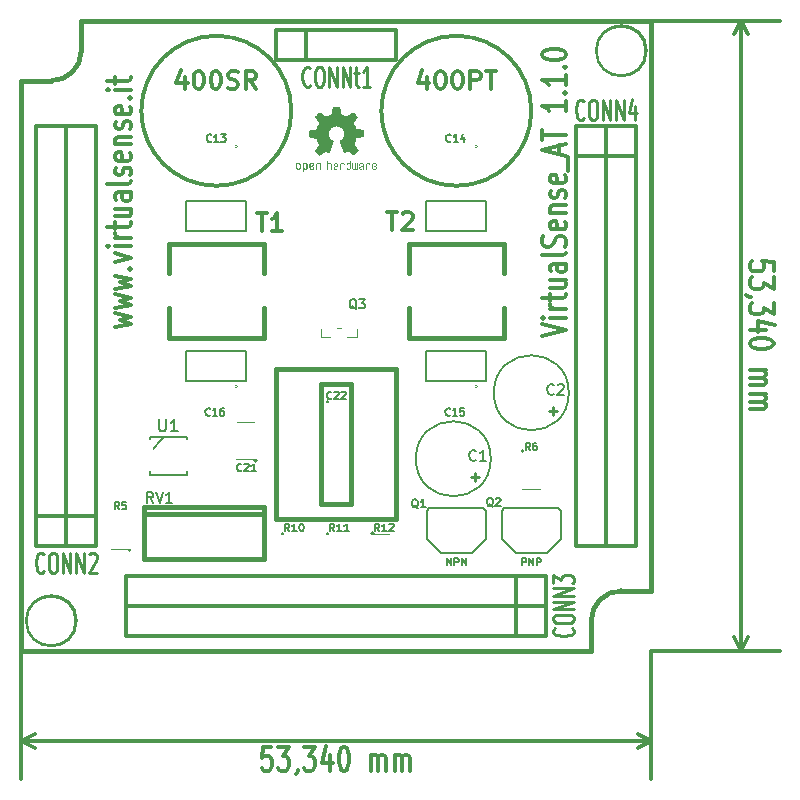
<source format=gto>
G04 (created by PCBNEW (2013-mar-13)-testing) date Tue 11 Feb 2014 12:39:58 PM CET*
%MOIN*%
G04 Gerber Fmt 3.4, Leading zero omitted, Abs format*
%FSLAX34Y34*%
G01*
G70*
G90*
G04 APERTURE LIST*
%ADD10C,0.005906*%
%ADD11C,0.015000*%
%ADD12C,0.012000*%
%ADD13C,0.005000*%
%ADD14C,0.000100*%
%ADD15C,0.004700*%
%ADD16C,0.003900*%
%ADD17C,0.006000*%
%ADD18C,0.012500*%
%ADD19C,0.008000*%
%ADD20C,0.010700*%
%ADD21C,0.005100*%
%ADD22C,0.008750*%
%ADD23R,0.071000X0.051000*%
%ADD24C,0.078740*%
%ADD25R,0.075100X0.075100*%
%ADD26C,0.075100*%
%ADD27C,0.156000*%
%ADD28C,0.071118*%
%ADD29R,0.076000X0.076000*%
%ADD30C,0.076000*%
%ADD31R,0.052000X0.052000*%
%ADD32R,0.051000X0.071000*%
%ADD33C,0.062000*%
%ADD34C,0.086000*%
%ADD35R,0.072000X0.072000*%
%ADD36C,0.072000*%
%ADD37R,0.066000X0.031000*%
%ADD38R,0.071000X0.071000*%
%ADD39C,0.071000*%
%ADD40R,0.086000X0.086000*%
G04 APERTURE END LIST*
G54D10*
G54D11*
X19000Y-40000D02*
X19000Y-21000D01*
X38000Y-40000D02*
X19000Y-40000D01*
X40000Y-19000D02*
X40000Y-38000D01*
X21000Y-19000D02*
X40000Y-19000D01*
X39000Y-38000D02*
X40000Y-38000D01*
X38000Y-39500D02*
X38000Y-40000D01*
X19500Y-21000D02*
X19000Y-21000D01*
X21000Y-19500D02*
X21000Y-19000D01*
X20000Y-21000D02*
X19500Y-21000D01*
X21000Y-20000D02*
X21000Y-19500D01*
X38000Y-39000D02*
X38000Y-39500D01*
X39000Y-38000D02*
G75*
G03X38000Y-39000I0J-1000D01*
G74*
G01*
X20000Y-21000D02*
G75*
G03X21000Y-20000I0J1000D01*
G74*
G01*
G54D12*
X44077Y-27328D02*
X44077Y-27042D01*
X43696Y-27014D01*
X43734Y-27042D01*
X43772Y-27099D01*
X43772Y-27242D01*
X43734Y-27299D01*
X43696Y-27328D01*
X43619Y-27357D01*
X43429Y-27357D01*
X43353Y-27328D01*
X43315Y-27299D01*
X43277Y-27242D01*
X43277Y-27099D01*
X43315Y-27042D01*
X43353Y-27014D01*
X44077Y-27557D02*
X44077Y-27928D01*
X43772Y-27728D01*
X43772Y-27814D01*
X43734Y-27871D01*
X43696Y-27899D01*
X43619Y-27928D01*
X43429Y-27928D01*
X43353Y-27899D01*
X43315Y-27871D01*
X43277Y-27814D01*
X43277Y-27642D01*
X43315Y-27585D01*
X43353Y-27557D01*
X43315Y-28214D02*
X43277Y-28214D01*
X43200Y-28185D01*
X43162Y-28157D01*
X44077Y-28414D02*
X44077Y-28785D01*
X43772Y-28585D01*
X43772Y-28671D01*
X43734Y-28728D01*
X43696Y-28757D01*
X43619Y-28785D01*
X43429Y-28785D01*
X43353Y-28757D01*
X43315Y-28728D01*
X43277Y-28671D01*
X43277Y-28500D01*
X43315Y-28442D01*
X43353Y-28414D01*
X43810Y-29300D02*
X43277Y-29300D01*
X44115Y-29157D02*
X43543Y-29014D01*
X43543Y-29385D01*
X44077Y-29728D02*
X44077Y-29785D01*
X44039Y-29842D01*
X44000Y-29871D01*
X43924Y-29900D01*
X43772Y-29928D01*
X43581Y-29928D01*
X43429Y-29900D01*
X43353Y-29871D01*
X43315Y-29842D01*
X43277Y-29785D01*
X43277Y-29728D01*
X43315Y-29671D01*
X43353Y-29642D01*
X43429Y-29614D01*
X43581Y-29585D01*
X43772Y-29585D01*
X43924Y-29614D01*
X44000Y-29642D01*
X44039Y-29671D01*
X44077Y-29728D01*
X43277Y-30642D02*
X43810Y-30642D01*
X43734Y-30642D02*
X43772Y-30671D01*
X43810Y-30728D01*
X43810Y-30814D01*
X43772Y-30871D01*
X43696Y-30900D01*
X43277Y-30900D01*
X43696Y-30900D02*
X43772Y-30928D01*
X43810Y-30985D01*
X43810Y-31071D01*
X43772Y-31128D01*
X43696Y-31157D01*
X43277Y-31157D01*
X43277Y-31442D02*
X43810Y-31442D01*
X43734Y-31442D02*
X43772Y-31471D01*
X43810Y-31528D01*
X43810Y-31614D01*
X43772Y-31671D01*
X43696Y-31700D01*
X43277Y-31700D01*
X43696Y-31700D02*
X43772Y-31728D01*
X43810Y-31785D01*
X43810Y-31871D01*
X43772Y-31928D01*
X43696Y-31957D01*
X43277Y-31957D01*
X42999Y-19000D02*
X42999Y-40000D01*
X40000Y-19000D02*
X44279Y-19000D01*
X40000Y-40000D02*
X44279Y-40000D01*
X42999Y-40000D02*
X42769Y-39557D01*
X42999Y-40000D02*
X43229Y-39557D01*
X42999Y-19000D02*
X42769Y-19443D01*
X42999Y-19000D02*
X43229Y-19443D01*
X27328Y-43200D02*
X27042Y-43200D01*
X27014Y-43581D01*
X27042Y-43543D01*
X27099Y-43505D01*
X27242Y-43505D01*
X27299Y-43543D01*
X27328Y-43581D01*
X27357Y-43658D01*
X27357Y-43848D01*
X27328Y-43924D01*
X27299Y-43962D01*
X27242Y-44000D01*
X27099Y-44000D01*
X27042Y-43962D01*
X27014Y-43924D01*
X27557Y-43200D02*
X27928Y-43200D01*
X27728Y-43505D01*
X27814Y-43505D01*
X27871Y-43543D01*
X27899Y-43581D01*
X27928Y-43658D01*
X27928Y-43848D01*
X27899Y-43924D01*
X27871Y-43962D01*
X27814Y-44000D01*
X27642Y-44000D01*
X27585Y-43962D01*
X27557Y-43924D01*
X28214Y-43962D02*
X28214Y-44000D01*
X28185Y-44077D01*
X28157Y-44115D01*
X28414Y-43200D02*
X28785Y-43200D01*
X28585Y-43505D01*
X28671Y-43505D01*
X28728Y-43543D01*
X28757Y-43581D01*
X28785Y-43658D01*
X28785Y-43848D01*
X28757Y-43924D01*
X28728Y-43962D01*
X28671Y-44000D01*
X28500Y-44000D01*
X28442Y-43962D01*
X28414Y-43924D01*
X29300Y-43467D02*
X29300Y-44000D01*
X29157Y-43162D02*
X29014Y-43734D01*
X29385Y-43734D01*
X29728Y-43200D02*
X29785Y-43200D01*
X29842Y-43239D01*
X29871Y-43277D01*
X29900Y-43353D01*
X29928Y-43505D01*
X29928Y-43696D01*
X29900Y-43848D01*
X29871Y-43924D01*
X29842Y-43962D01*
X29785Y-44000D01*
X29728Y-44000D01*
X29671Y-43962D01*
X29642Y-43924D01*
X29614Y-43848D01*
X29585Y-43696D01*
X29585Y-43505D01*
X29614Y-43353D01*
X29642Y-43277D01*
X29671Y-43239D01*
X29728Y-43200D01*
X30642Y-44000D02*
X30642Y-43467D01*
X30642Y-43543D02*
X30671Y-43505D01*
X30728Y-43467D01*
X30814Y-43467D01*
X30871Y-43505D01*
X30900Y-43581D01*
X30900Y-44000D01*
X30900Y-43581D02*
X30928Y-43505D01*
X30985Y-43467D01*
X31071Y-43467D01*
X31128Y-43505D01*
X31157Y-43581D01*
X31157Y-44000D01*
X31442Y-44000D02*
X31442Y-43467D01*
X31442Y-43543D02*
X31471Y-43505D01*
X31528Y-43467D01*
X31614Y-43467D01*
X31671Y-43505D01*
X31700Y-43581D01*
X31700Y-44000D01*
X31700Y-43581D02*
X31728Y-43505D01*
X31785Y-43467D01*
X31871Y-43467D01*
X31928Y-43505D01*
X31957Y-43581D01*
X31957Y-44000D01*
X19000Y-42999D02*
X40000Y-42999D01*
X19000Y-40000D02*
X19000Y-44279D01*
X40000Y-40000D02*
X40000Y-44279D01*
X40000Y-42999D02*
X39557Y-43229D01*
X40000Y-42999D02*
X39557Y-42769D01*
X19000Y-42999D02*
X19443Y-43229D01*
X19000Y-42999D02*
X19443Y-42769D01*
X22128Y-29207D02*
X22661Y-29092D01*
X22280Y-28978D01*
X22661Y-28864D01*
X22128Y-28749D01*
X22128Y-28578D02*
X22661Y-28464D01*
X22280Y-28349D01*
X22661Y-28235D01*
X22128Y-28121D01*
X22128Y-27950D02*
X22661Y-27835D01*
X22280Y-27721D01*
X22661Y-27607D01*
X22128Y-27492D01*
X22585Y-27264D02*
X22623Y-27235D01*
X22661Y-27264D01*
X22623Y-27292D01*
X22585Y-27264D01*
X22661Y-27264D01*
X22128Y-27035D02*
X22661Y-26892D01*
X22128Y-26750D01*
X22661Y-26521D02*
X22128Y-26521D01*
X21861Y-26521D02*
X21900Y-26550D01*
X21938Y-26521D01*
X21900Y-26492D01*
X21861Y-26521D01*
X21938Y-26521D01*
X22661Y-26235D02*
X22128Y-26235D01*
X22280Y-26235D02*
X22204Y-26207D01*
X22166Y-26178D01*
X22128Y-26121D01*
X22128Y-26064D01*
X22128Y-25950D02*
X22128Y-25721D01*
X21861Y-25864D02*
X22547Y-25864D01*
X22623Y-25835D01*
X22661Y-25778D01*
X22661Y-25721D01*
X22128Y-25264D02*
X22661Y-25264D01*
X22128Y-25521D02*
X22547Y-25521D01*
X22623Y-25492D01*
X22661Y-25435D01*
X22661Y-25350D01*
X22623Y-25292D01*
X22585Y-25264D01*
X22661Y-24721D02*
X22242Y-24721D01*
X22166Y-24750D01*
X22128Y-24807D01*
X22128Y-24921D01*
X22166Y-24978D01*
X22623Y-24721D02*
X22661Y-24778D01*
X22661Y-24921D01*
X22623Y-24978D01*
X22547Y-25007D01*
X22471Y-25007D01*
X22395Y-24978D01*
X22357Y-24921D01*
X22357Y-24778D01*
X22319Y-24721D01*
X22661Y-24350D02*
X22623Y-24407D01*
X22547Y-24435D01*
X21861Y-24435D01*
X22623Y-24150D02*
X22661Y-24092D01*
X22661Y-23978D01*
X22623Y-23921D01*
X22547Y-23892D01*
X22509Y-23892D01*
X22433Y-23921D01*
X22395Y-23978D01*
X22395Y-24064D01*
X22357Y-24121D01*
X22280Y-24150D01*
X22242Y-24150D01*
X22166Y-24121D01*
X22128Y-24064D01*
X22128Y-23978D01*
X22166Y-23921D01*
X22623Y-23407D02*
X22661Y-23464D01*
X22661Y-23578D01*
X22623Y-23635D01*
X22547Y-23664D01*
X22242Y-23664D01*
X22166Y-23635D01*
X22128Y-23578D01*
X22128Y-23464D01*
X22166Y-23407D01*
X22242Y-23378D01*
X22319Y-23378D01*
X22395Y-23664D01*
X22128Y-23121D02*
X22661Y-23121D01*
X22204Y-23121D02*
X22166Y-23092D01*
X22128Y-23035D01*
X22128Y-22950D01*
X22166Y-22892D01*
X22242Y-22864D01*
X22661Y-22864D01*
X22623Y-22607D02*
X22661Y-22550D01*
X22661Y-22435D01*
X22623Y-22378D01*
X22547Y-22350D01*
X22509Y-22350D01*
X22433Y-22378D01*
X22395Y-22435D01*
X22395Y-22521D01*
X22357Y-22578D01*
X22280Y-22607D01*
X22242Y-22607D01*
X22166Y-22578D01*
X22128Y-22521D01*
X22128Y-22435D01*
X22166Y-22378D01*
X22623Y-21864D02*
X22661Y-21921D01*
X22661Y-22035D01*
X22623Y-22092D01*
X22547Y-22121D01*
X22242Y-22121D01*
X22166Y-22092D01*
X22128Y-22035D01*
X22128Y-21921D01*
X22166Y-21864D01*
X22242Y-21835D01*
X22319Y-21835D01*
X22395Y-22121D01*
X22585Y-21578D02*
X22623Y-21550D01*
X22661Y-21578D01*
X22623Y-21607D01*
X22585Y-21578D01*
X22661Y-21578D01*
X22661Y-21292D02*
X22128Y-21292D01*
X21861Y-21292D02*
X21900Y-21321D01*
X21938Y-21292D01*
X21900Y-21264D01*
X21861Y-21292D01*
X21938Y-21292D01*
X22128Y-21092D02*
X22128Y-20864D01*
X21861Y-21007D02*
X22547Y-21007D01*
X22623Y-20978D01*
X22661Y-20921D01*
X22661Y-20864D01*
X36361Y-29500D02*
X37161Y-29300D01*
X36361Y-29100D01*
X37161Y-28900D02*
X36628Y-28900D01*
X36361Y-28900D02*
X36400Y-28928D01*
X36438Y-28900D01*
X36400Y-28871D01*
X36361Y-28900D01*
X36438Y-28900D01*
X37161Y-28614D02*
X36628Y-28614D01*
X36780Y-28614D02*
X36704Y-28585D01*
X36666Y-28557D01*
X36628Y-28500D01*
X36628Y-28442D01*
X36628Y-28328D02*
X36628Y-28100D01*
X36361Y-28242D02*
X37047Y-28242D01*
X37123Y-28214D01*
X37161Y-28157D01*
X37161Y-28100D01*
X36628Y-27642D02*
X37161Y-27642D01*
X36628Y-27900D02*
X37047Y-27900D01*
X37123Y-27871D01*
X37161Y-27814D01*
X37161Y-27728D01*
X37123Y-27671D01*
X37085Y-27642D01*
X37161Y-27100D02*
X36742Y-27100D01*
X36666Y-27128D01*
X36628Y-27185D01*
X36628Y-27300D01*
X36666Y-27357D01*
X37123Y-27100D02*
X37161Y-27157D01*
X37161Y-27300D01*
X37123Y-27357D01*
X37047Y-27385D01*
X36971Y-27385D01*
X36895Y-27357D01*
X36857Y-27300D01*
X36857Y-27157D01*
X36819Y-27100D01*
X37161Y-26728D02*
X37123Y-26785D01*
X37047Y-26814D01*
X36361Y-26814D01*
X37123Y-26528D02*
X37161Y-26442D01*
X37161Y-26300D01*
X37123Y-26242D01*
X37085Y-26214D01*
X37009Y-26185D01*
X36933Y-26185D01*
X36857Y-26214D01*
X36819Y-26242D01*
X36780Y-26300D01*
X36742Y-26414D01*
X36704Y-26471D01*
X36666Y-26500D01*
X36590Y-26528D01*
X36514Y-26528D01*
X36438Y-26500D01*
X36400Y-26471D01*
X36361Y-26414D01*
X36361Y-26271D01*
X36400Y-26185D01*
X37123Y-25700D02*
X37161Y-25757D01*
X37161Y-25871D01*
X37123Y-25928D01*
X37047Y-25957D01*
X36742Y-25957D01*
X36666Y-25928D01*
X36628Y-25871D01*
X36628Y-25757D01*
X36666Y-25700D01*
X36742Y-25671D01*
X36819Y-25671D01*
X36895Y-25957D01*
X36628Y-25414D02*
X37161Y-25414D01*
X36704Y-25414D02*
X36666Y-25385D01*
X36628Y-25328D01*
X36628Y-25242D01*
X36666Y-25185D01*
X36742Y-25157D01*
X37161Y-25157D01*
X37123Y-24900D02*
X37161Y-24842D01*
X37161Y-24728D01*
X37123Y-24671D01*
X37047Y-24642D01*
X37009Y-24642D01*
X36933Y-24671D01*
X36895Y-24728D01*
X36895Y-24814D01*
X36857Y-24871D01*
X36780Y-24900D01*
X36742Y-24900D01*
X36666Y-24871D01*
X36628Y-24814D01*
X36628Y-24728D01*
X36666Y-24671D01*
X37123Y-24157D02*
X37161Y-24214D01*
X37161Y-24328D01*
X37123Y-24385D01*
X37047Y-24414D01*
X36742Y-24414D01*
X36666Y-24385D01*
X36628Y-24328D01*
X36628Y-24214D01*
X36666Y-24157D01*
X36742Y-24128D01*
X36819Y-24128D01*
X36895Y-24414D01*
X37238Y-24014D02*
X37238Y-23557D01*
X36933Y-23442D02*
X36933Y-23157D01*
X37161Y-23500D02*
X36361Y-23300D01*
X37161Y-23100D01*
X36361Y-22985D02*
X36361Y-22642D01*
X37161Y-22814D02*
X36361Y-22814D01*
X37161Y-21671D02*
X37161Y-22014D01*
X37161Y-21842D02*
X36361Y-21842D01*
X36476Y-21900D01*
X36552Y-21957D01*
X36590Y-22014D01*
X37085Y-21414D02*
X37123Y-21385D01*
X37161Y-21414D01*
X37123Y-21442D01*
X37085Y-21414D01*
X37161Y-21414D01*
X37161Y-20814D02*
X37161Y-21157D01*
X37161Y-20985D02*
X36361Y-20985D01*
X36476Y-21042D01*
X36552Y-21099D01*
X36590Y-21157D01*
X37085Y-20557D02*
X37123Y-20528D01*
X37161Y-20557D01*
X37123Y-20585D01*
X37085Y-20557D01*
X37161Y-20557D01*
X36361Y-20157D02*
X36361Y-20099D01*
X36400Y-20042D01*
X36438Y-20014D01*
X36514Y-19985D01*
X36666Y-19957D01*
X36857Y-19957D01*
X37009Y-19985D01*
X37085Y-20014D01*
X37123Y-20042D01*
X37161Y-20099D01*
X37161Y-20157D01*
X37123Y-20214D01*
X37085Y-20242D01*
X37009Y-20271D01*
X36857Y-20299D01*
X36666Y-20299D01*
X36514Y-20271D01*
X36438Y-20242D01*
X36400Y-20214D01*
X36361Y-20157D01*
G54D13*
X30750Y-36100D02*
G75*
G03X30750Y-36100I-50J0D01*
G74*
G01*
X30700Y-36550D02*
X30700Y-36150D01*
X30700Y-36150D02*
X31300Y-36150D01*
X31300Y-36150D02*
X31300Y-36550D01*
X31300Y-36950D02*
X31300Y-37350D01*
X31300Y-37350D02*
X30700Y-37350D01*
X30700Y-37350D02*
X30700Y-36950D01*
X26850Y-33650D02*
G75*
G03X26850Y-33650I-50J0D01*
G74*
G01*
X26800Y-33200D02*
X26800Y-33600D01*
X26800Y-33600D02*
X26200Y-33600D01*
X26200Y-33600D02*
X26200Y-33200D01*
X26200Y-32800D02*
X26200Y-32400D01*
X26200Y-32400D02*
X26800Y-32400D01*
X26800Y-32400D02*
X26800Y-32800D01*
G54D14*
G36*
X29410Y-21870D02*
X29420Y-21870D01*
X29420Y-21880D01*
X29410Y-21880D01*
X29410Y-21870D01*
X29410Y-21870D01*
G37*
G36*
X29420Y-21870D02*
X29430Y-21870D01*
X29430Y-21880D01*
X29420Y-21880D01*
X29420Y-21870D01*
X29420Y-21870D01*
G37*
G36*
X29430Y-21870D02*
X29440Y-21870D01*
X29440Y-21880D01*
X29430Y-21880D01*
X29430Y-21870D01*
X29430Y-21870D01*
G37*
G36*
X29440Y-21870D02*
X29450Y-21870D01*
X29450Y-21880D01*
X29440Y-21880D01*
X29440Y-21870D01*
X29440Y-21870D01*
G37*
G36*
X29450Y-21870D02*
X29460Y-21870D01*
X29460Y-21880D01*
X29450Y-21880D01*
X29450Y-21870D01*
X29450Y-21870D01*
G37*
G36*
X29460Y-21870D02*
X29470Y-21870D01*
X29470Y-21880D01*
X29460Y-21880D01*
X29460Y-21870D01*
X29460Y-21870D01*
G37*
G36*
X29470Y-21870D02*
X29480Y-21870D01*
X29480Y-21880D01*
X29470Y-21880D01*
X29470Y-21870D01*
X29470Y-21870D01*
G37*
G36*
X29480Y-21870D02*
X29490Y-21870D01*
X29490Y-21880D01*
X29480Y-21880D01*
X29480Y-21870D01*
X29480Y-21870D01*
G37*
G36*
X29490Y-21870D02*
X29500Y-21870D01*
X29500Y-21880D01*
X29490Y-21880D01*
X29490Y-21870D01*
X29490Y-21870D01*
G37*
G36*
X29500Y-21870D02*
X29510Y-21870D01*
X29510Y-21880D01*
X29500Y-21880D01*
X29500Y-21870D01*
X29500Y-21870D01*
G37*
G36*
X29510Y-21870D02*
X29520Y-21870D01*
X29520Y-21880D01*
X29510Y-21880D01*
X29510Y-21870D01*
X29510Y-21870D01*
G37*
G36*
X29520Y-21870D02*
X29530Y-21870D01*
X29530Y-21880D01*
X29520Y-21880D01*
X29520Y-21870D01*
X29520Y-21870D01*
G37*
G36*
X29530Y-21870D02*
X29540Y-21870D01*
X29540Y-21880D01*
X29530Y-21880D01*
X29530Y-21870D01*
X29530Y-21870D01*
G37*
G36*
X29540Y-21870D02*
X29550Y-21870D01*
X29550Y-21880D01*
X29540Y-21880D01*
X29540Y-21870D01*
X29540Y-21870D01*
G37*
G36*
X29550Y-21870D02*
X29560Y-21870D01*
X29560Y-21880D01*
X29550Y-21880D01*
X29550Y-21870D01*
X29550Y-21870D01*
G37*
G36*
X29560Y-21870D02*
X29570Y-21870D01*
X29570Y-21880D01*
X29560Y-21880D01*
X29560Y-21870D01*
X29560Y-21870D01*
G37*
G36*
X29570Y-21870D02*
X29580Y-21870D01*
X29580Y-21880D01*
X29570Y-21880D01*
X29570Y-21870D01*
X29570Y-21870D01*
G37*
G36*
X29580Y-21870D02*
X29590Y-21870D01*
X29590Y-21880D01*
X29580Y-21880D01*
X29580Y-21870D01*
X29580Y-21870D01*
G37*
G36*
X29590Y-21870D02*
X29600Y-21870D01*
X29600Y-21880D01*
X29590Y-21880D01*
X29590Y-21870D01*
X29590Y-21870D01*
G37*
G36*
X29600Y-21870D02*
X29610Y-21870D01*
X29610Y-21880D01*
X29600Y-21880D01*
X29600Y-21870D01*
X29600Y-21870D01*
G37*
G36*
X29390Y-21880D02*
X29400Y-21880D01*
X29400Y-21890D01*
X29390Y-21890D01*
X29390Y-21880D01*
X29390Y-21880D01*
G37*
G36*
X29400Y-21880D02*
X29410Y-21880D01*
X29410Y-21890D01*
X29400Y-21890D01*
X29400Y-21880D01*
X29400Y-21880D01*
G37*
G36*
X29410Y-21880D02*
X29420Y-21880D01*
X29420Y-21890D01*
X29410Y-21890D01*
X29410Y-21880D01*
X29410Y-21880D01*
G37*
G36*
X29420Y-21880D02*
X29430Y-21880D01*
X29430Y-21890D01*
X29420Y-21890D01*
X29420Y-21880D01*
X29420Y-21880D01*
G37*
G36*
X29430Y-21880D02*
X29440Y-21880D01*
X29440Y-21890D01*
X29430Y-21890D01*
X29430Y-21880D01*
X29430Y-21880D01*
G37*
G36*
X29440Y-21880D02*
X29450Y-21880D01*
X29450Y-21890D01*
X29440Y-21890D01*
X29440Y-21880D01*
X29440Y-21880D01*
G37*
G36*
X29450Y-21880D02*
X29460Y-21880D01*
X29460Y-21890D01*
X29450Y-21890D01*
X29450Y-21880D01*
X29450Y-21880D01*
G37*
G36*
X29460Y-21880D02*
X29470Y-21880D01*
X29470Y-21890D01*
X29460Y-21890D01*
X29460Y-21880D01*
X29460Y-21880D01*
G37*
G36*
X29470Y-21880D02*
X29480Y-21880D01*
X29480Y-21890D01*
X29470Y-21890D01*
X29470Y-21880D01*
X29470Y-21880D01*
G37*
G36*
X29480Y-21880D02*
X29490Y-21880D01*
X29490Y-21890D01*
X29480Y-21890D01*
X29480Y-21880D01*
X29480Y-21880D01*
G37*
G36*
X29490Y-21880D02*
X29500Y-21880D01*
X29500Y-21890D01*
X29490Y-21890D01*
X29490Y-21880D01*
X29490Y-21880D01*
G37*
G36*
X29500Y-21880D02*
X29510Y-21880D01*
X29510Y-21890D01*
X29500Y-21890D01*
X29500Y-21880D01*
X29500Y-21880D01*
G37*
G36*
X29510Y-21880D02*
X29520Y-21880D01*
X29520Y-21890D01*
X29510Y-21890D01*
X29510Y-21880D01*
X29510Y-21880D01*
G37*
G36*
X29520Y-21880D02*
X29530Y-21880D01*
X29530Y-21890D01*
X29520Y-21890D01*
X29520Y-21880D01*
X29520Y-21880D01*
G37*
G36*
X29530Y-21880D02*
X29540Y-21880D01*
X29540Y-21890D01*
X29530Y-21890D01*
X29530Y-21880D01*
X29530Y-21880D01*
G37*
G36*
X29540Y-21880D02*
X29550Y-21880D01*
X29550Y-21890D01*
X29540Y-21890D01*
X29540Y-21880D01*
X29540Y-21880D01*
G37*
G36*
X29550Y-21880D02*
X29560Y-21880D01*
X29560Y-21890D01*
X29550Y-21890D01*
X29550Y-21880D01*
X29550Y-21880D01*
G37*
G36*
X29560Y-21880D02*
X29570Y-21880D01*
X29570Y-21890D01*
X29560Y-21890D01*
X29560Y-21880D01*
X29560Y-21880D01*
G37*
G36*
X29570Y-21880D02*
X29580Y-21880D01*
X29580Y-21890D01*
X29570Y-21890D01*
X29570Y-21880D01*
X29570Y-21880D01*
G37*
G36*
X29580Y-21880D02*
X29590Y-21880D01*
X29590Y-21890D01*
X29580Y-21890D01*
X29580Y-21880D01*
X29580Y-21880D01*
G37*
G36*
X29590Y-21880D02*
X29600Y-21880D01*
X29600Y-21890D01*
X29590Y-21890D01*
X29590Y-21880D01*
X29590Y-21880D01*
G37*
G36*
X29600Y-21880D02*
X29610Y-21880D01*
X29610Y-21890D01*
X29600Y-21890D01*
X29600Y-21880D01*
X29600Y-21880D01*
G37*
G36*
X29610Y-21880D02*
X29620Y-21880D01*
X29620Y-21890D01*
X29610Y-21890D01*
X29610Y-21880D01*
X29610Y-21880D01*
G37*
G36*
X29620Y-21880D02*
X29630Y-21880D01*
X29630Y-21890D01*
X29620Y-21890D01*
X29620Y-21880D01*
X29620Y-21880D01*
G37*
G36*
X29380Y-21890D02*
X29390Y-21890D01*
X29390Y-21900D01*
X29380Y-21900D01*
X29380Y-21890D01*
X29380Y-21890D01*
G37*
G36*
X29390Y-21890D02*
X29400Y-21890D01*
X29400Y-21900D01*
X29390Y-21900D01*
X29390Y-21890D01*
X29390Y-21890D01*
G37*
G36*
X29400Y-21890D02*
X29410Y-21890D01*
X29410Y-21900D01*
X29400Y-21900D01*
X29400Y-21890D01*
X29400Y-21890D01*
G37*
G36*
X29410Y-21890D02*
X29420Y-21890D01*
X29420Y-21900D01*
X29410Y-21900D01*
X29410Y-21890D01*
X29410Y-21890D01*
G37*
G36*
X29420Y-21890D02*
X29430Y-21890D01*
X29430Y-21900D01*
X29420Y-21900D01*
X29420Y-21890D01*
X29420Y-21890D01*
G37*
G36*
X29430Y-21890D02*
X29440Y-21890D01*
X29440Y-21900D01*
X29430Y-21900D01*
X29430Y-21890D01*
X29430Y-21890D01*
G37*
G36*
X29440Y-21890D02*
X29450Y-21890D01*
X29450Y-21900D01*
X29440Y-21900D01*
X29440Y-21890D01*
X29440Y-21890D01*
G37*
G36*
X29450Y-21890D02*
X29460Y-21890D01*
X29460Y-21900D01*
X29450Y-21900D01*
X29450Y-21890D01*
X29450Y-21890D01*
G37*
G36*
X29460Y-21890D02*
X29470Y-21890D01*
X29470Y-21900D01*
X29460Y-21900D01*
X29460Y-21890D01*
X29460Y-21890D01*
G37*
G36*
X29470Y-21890D02*
X29480Y-21890D01*
X29480Y-21900D01*
X29470Y-21900D01*
X29470Y-21890D01*
X29470Y-21890D01*
G37*
G36*
X29480Y-21890D02*
X29490Y-21890D01*
X29490Y-21900D01*
X29480Y-21900D01*
X29480Y-21890D01*
X29480Y-21890D01*
G37*
G36*
X29490Y-21890D02*
X29500Y-21890D01*
X29500Y-21900D01*
X29490Y-21900D01*
X29490Y-21890D01*
X29490Y-21890D01*
G37*
G36*
X29500Y-21890D02*
X29510Y-21890D01*
X29510Y-21900D01*
X29500Y-21900D01*
X29500Y-21890D01*
X29500Y-21890D01*
G37*
G36*
X29510Y-21890D02*
X29520Y-21890D01*
X29520Y-21900D01*
X29510Y-21900D01*
X29510Y-21890D01*
X29510Y-21890D01*
G37*
G36*
X29520Y-21890D02*
X29530Y-21890D01*
X29530Y-21900D01*
X29520Y-21900D01*
X29520Y-21890D01*
X29520Y-21890D01*
G37*
G36*
X29530Y-21890D02*
X29540Y-21890D01*
X29540Y-21900D01*
X29530Y-21900D01*
X29530Y-21890D01*
X29530Y-21890D01*
G37*
G36*
X29540Y-21890D02*
X29550Y-21890D01*
X29550Y-21900D01*
X29540Y-21900D01*
X29540Y-21890D01*
X29540Y-21890D01*
G37*
G36*
X29550Y-21890D02*
X29560Y-21890D01*
X29560Y-21900D01*
X29550Y-21900D01*
X29550Y-21890D01*
X29550Y-21890D01*
G37*
G36*
X29560Y-21890D02*
X29570Y-21890D01*
X29570Y-21900D01*
X29560Y-21900D01*
X29560Y-21890D01*
X29560Y-21890D01*
G37*
G36*
X29570Y-21890D02*
X29580Y-21890D01*
X29580Y-21900D01*
X29570Y-21900D01*
X29570Y-21890D01*
X29570Y-21890D01*
G37*
G36*
X29580Y-21890D02*
X29590Y-21890D01*
X29590Y-21900D01*
X29580Y-21900D01*
X29580Y-21890D01*
X29580Y-21890D01*
G37*
G36*
X29590Y-21890D02*
X29600Y-21890D01*
X29600Y-21900D01*
X29590Y-21900D01*
X29590Y-21890D01*
X29590Y-21890D01*
G37*
G36*
X29600Y-21890D02*
X29610Y-21890D01*
X29610Y-21900D01*
X29600Y-21900D01*
X29600Y-21890D01*
X29600Y-21890D01*
G37*
G36*
X29610Y-21890D02*
X29620Y-21890D01*
X29620Y-21900D01*
X29610Y-21900D01*
X29610Y-21890D01*
X29610Y-21890D01*
G37*
G36*
X29620Y-21890D02*
X29630Y-21890D01*
X29630Y-21900D01*
X29620Y-21900D01*
X29620Y-21890D01*
X29620Y-21890D01*
G37*
G36*
X29380Y-21900D02*
X29390Y-21900D01*
X29390Y-21910D01*
X29380Y-21910D01*
X29380Y-21900D01*
X29380Y-21900D01*
G37*
G36*
X29390Y-21900D02*
X29400Y-21900D01*
X29400Y-21910D01*
X29390Y-21910D01*
X29390Y-21900D01*
X29390Y-21900D01*
G37*
G36*
X29400Y-21900D02*
X29410Y-21900D01*
X29410Y-21910D01*
X29400Y-21910D01*
X29400Y-21900D01*
X29400Y-21900D01*
G37*
G36*
X29410Y-21900D02*
X29420Y-21900D01*
X29420Y-21910D01*
X29410Y-21910D01*
X29410Y-21900D01*
X29410Y-21900D01*
G37*
G36*
X29420Y-21900D02*
X29430Y-21900D01*
X29430Y-21910D01*
X29420Y-21910D01*
X29420Y-21900D01*
X29420Y-21900D01*
G37*
G36*
X29430Y-21900D02*
X29440Y-21900D01*
X29440Y-21910D01*
X29430Y-21910D01*
X29430Y-21900D01*
X29430Y-21900D01*
G37*
G36*
X29440Y-21900D02*
X29450Y-21900D01*
X29450Y-21910D01*
X29440Y-21910D01*
X29440Y-21900D01*
X29440Y-21900D01*
G37*
G36*
X29450Y-21900D02*
X29460Y-21900D01*
X29460Y-21910D01*
X29450Y-21910D01*
X29450Y-21900D01*
X29450Y-21900D01*
G37*
G36*
X29460Y-21900D02*
X29470Y-21900D01*
X29470Y-21910D01*
X29460Y-21910D01*
X29460Y-21900D01*
X29460Y-21900D01*
G37*
G36*
X29470Y-21900D02*
X29480Y-21900D01*
X29480Y-21910D01*
X29470Y-21910D01*
X29470Y-21900D01*
X29470Y-21900D01*
G37*
G36*
X29480Y-21900D02*
X29490Y-21900D01*
X29490Y-21910D01*
X29480Y-21910D01*
X29480Y-21900D01*
X29480Y-21900D01*
G37*
G36*
X29490Y-21900D02*
X29500Y-21900D01*
X29500Y-21910D01*
X29490Y-21910D01*
X29490Y-21900D01*
X29490Y-21900D01*
G37*
G36*
X29500Y-21900D02*
X29510Y-21900D01*
X29510Y-21910D01*
X29500Y-21910D01*
X29500Y-21900D01*
X29500Y-21900D01*
G37*
G36*
X29510Y-21900D02*
X29520Y-21900D01*
X29520Y-21910D01*
X29510Y-21910D01*
X29510Y-21900D01*
X29510Y-21900D01*
G37*
G36*
X29520Y-21900D02*
X29530Y-21900D01*
X29530Y-21910D01*
X29520Y-21910D01*
X29520Y-21900D01*
X29520Y-21900D01*
G37*
G36*
X29530Y-21900D02*
X29540Y-21900D01*
X29540Y-21910D01*
X29530Y-21910D01*
X29530Y-21900D01*
X29530Y-21900D01*
G37*
G36*
X29540Y-21900D02*
X29550Y-21900D01*
X29550Y-21910D01*
X29540Y-21910D01*
X29540Y-21900D01*
X29540Y-21900D01*
G37*
G36*
X29550Y-21900D02*
X29560Y-21900D01*
X29560Y-21910D01*
X29550Y-21910D01*
X29550Y-21900D01*
X29550Y-21900D01*
G37*
G36*
X29560Y-21900D02*
X29570Y-21900D01*
X29570Y-21910D01*
X29560Y-21910D01*
X29560Y-21900D01*
X29560Y-21900D01*
G37*
G36*
X29570Y-21900D02*
X29580Y-21900D01*
X29580Y-21910D01*
X29570Y-21910D01*
X29570Y-21900D01*
X29570Y-21900D01*
G37*
G36*
X29580Y-21900D02*
X29590Y-21900D01*
X29590Y-21910D01*
X29580Y-21910D01*
X29580Y-21900D01*
X29580Y-21900D01*
G37*
G36*
X29590Y-21900D02*
X29600Y-21900D01*
X29600Y-21910D01*
X29590Y-21910D01*
X29590Y-21900D01*
X29590Y-21900D01*
G37*
G36*
X29600Y-21900D02*
X29610Y-21900D01*
X29610Y-21910D01*
X29600Y-21910D01*
X29600Y-21900D01*
X29600Y-21900D01*
G37*
G36*
X29610Y-21900D02*
X29620Y-21900D01*
X29620Y-21910D01*
X29610Y-21910D01*
X29610Y-21900D01*
X29610Y-21900D01*
G37*
G36*
X29620Y-21900D02*
X29630Y-21900D01*
X29630Y-21910D01*
X29620Y-21910D01*
X29620Y-21900D01*
X29620Y-21900D01*
G37*
G36*
X29380Y-21910D02*
X29390Y-21910D01*
X29390Y-21920D01*
X29380Y-21920D01*
X29380Y-21910D01*
X29380Y-21910D01*
G37*
G36*
X29390Y-21910D02*
X29400Y-21910D01*
X29400Y-21920D01*
X29390Y-21920D01*
X29390Y-21910D01*
X29390Y-21910D01*
G37*
G36*
X29400Y-21910D02*
X29410Y-21910D01*
X29410Y-21920D01*
X29400Y-21920D01*
X29400Y-21910D01*
X29400Y-21910D01*
G37*
G36*
X29410Y-21910D02*
X29420Y-21910D01*
X29420Y-21920D01*
X29410Y-21920D01*
X29410Y-21910D01*
X29410Y-21910D01*
G37*
G36*
X29420Y-21910D02*
X29430Y-21910D01*
X29430Y-21920D01*
X29420Y-21920D01*
X29420Y-21910D01*
X29420Y-21910D01*
G37*
G36*
X29430Y-21910D02*
X29440Y-21910D01*
X29440Y-21920D01*
X29430Y-21920D01*
X29430Y-21910D01*
X29430Y-21910D01*
G37*
G36*
X29440Y-21910D02*
X29450Y-21910D01*
X29450Y-21920D01*
X29440Y-21920D01*
X29440Y-21910D01*
X29440Y-21910D01*
G37*
G36*
X29450Y-21910D02*
X29460Y-21910D01*
X29460Y-21920D01*
X29450Y-21920D01*
X29450Y-21910D01*
X29450Y-21910D01*
G37*
G36*
X29460Y-21910D02*
X29470Y-21910D01*
X29470Y-21920D01*
X29460Y-21920D01*
X29460Y-21910D01*
X29460Y-21910D01*
G37*
G36*
X29470Y-21910D02*
X29480Y-21910D01*
X29480Y-21920D01*
X29470Y-21920D01*
X29470Y-21910D01*
X29470Y-21910D01*
G37*
G36*
X29480Y-21910D02*
X29490Y-21910D01*
X29490Y-21920D01*
X29480Y-21920D01*
X29480Y-21910D01*
X29480Y-21910D01*
G37*
G36*
X29490Y-21910D02*
X29500Y-21910D01*
X29500Y-21920D01*
X29490Y-21920D01*
X29490Y-21910D01*
X29490Y-21910D01*
G37*
G36*
X29500Y-21910D02*
X29510Y-21910D01*
X29510Y-21920D01*
X29500Y-21920D01*
X29500Y-21910D01*
X29500Y-21910D01*
G37*
G36*
X29510Y-21910D02*
X29520Y-21910D01*
X29520Y-21920D01*
X29510Y-21920D01*
X29510Y-21910D01*
X29510Y-21910D01*
G37*
G36*
X29520Y-21910D02*
X29530Y-21910D01*
X29530Y-21920D01*
X29520Y-21920D01*
X29520Y-21910D01*
X29520Y-21910D01*
G37*
G36*
X29530Y-21910D02*
X29540Y-21910D01*
X29540Y-21920D01*
X29530Y-21920D01*
X29530Y-21910D01*
X29530Y-21910D01*
G37*
G36*
X29540Y-21910D02*
X29550Y-21910D01*
X29550Y-21920D01*
X29540Y-21920D01*
X29540Y-21910D01*
X29540Y-21910D01*
G37*
G36*
X29550Y-21910D02*
X29560Y-21910D01*
X29560Y-21920D01*
X29550Y-21920D01*
X29550Y-21910D01*
X29550Y-21910D01*
G37*
G36*
X29560Y-21910D02*
X29570Y-21910D01*
X29570Y-21920D01*
X29560Y-21920D01*
X29560Y-21910D01*
X29560Y-21910D01*
G37*
G36*
X29570Y-21910D02*
X29580Y-21910D01*
X29580Y-21920D01*
X29570Y-21920D01*
X29570Y-21910D01*
X29570Y-21910D01*
G37*
G36*
X29580Y-21910D02*
X29590Y-21910D01*
X29590Y-21920D01*
X29580Y-21920D01*
X29580Y-21910D01*
X29580Y-21910D01*
G37*
G36*
X29590Y-21910D02*
X29600Y-21910D01*
X29600Y-21920D01*
X29590Y-21920D01*
X29590Y-21910D01*
X29590Y-21910D01*
G37*
G36*
X29600Y-21910D02*
X29610Y-21910D01*
X29610Y-21920D01*
X29600Y-21920D01*
X29600Y-21910D01*
X29600Y-21910D01*
G37*
G36*
X29610Y-21910D02*
X29620Y-21910D01*
X29620Y-21920D01*
X29610Y-21920D01*
X29610Y-21910D01*
X29610Y-21910D01*
G37*
G36*
X29620Y-21910D02*
X29630Y-21910D01*
X29630Y-21920D01*
X29620Y-21920D01*
X29620Y-21910D01*
X29620Y-21910D01*
G37*
G36*
X29380Y-21920D02*
X29390Y-21920D01*
X29390Y-21930D01*
X29380Y-21930D01*
X29380Y-21920D01*
X29380Y-21920D01*
G37*
G36*
X29390Y-21920D02*
X29400Y-21920D01*
X29400Y-21930D01*
X29390Y-21930D01*
X29390Y-21920D01*
X29390Y-21920D01*
G37*
G36*
X29400Y-21920D02*
X29410Y-21920D01*
X29410Y-21930D01*
X29400Y-21930D01*
X29400Y-21920D01*
X29400Y-21920D01*
G37*
G36*
X29410Y-21920D02*
X29420Y-21920D01*
X29420Y-21930D01*
X29410Y-21930D01*
X29410Y-21920D01*
X29410Y-21920D01*
G37*
G36*
X29420Y-21920D02*
X29430Y-21920D01*
X29430Y-21930D01*
X29420Y-21930D01*
X29420Y-21920D01*
X29420Y-21920D01*
G37*
G36*
X29430Y-21920D02*
X29440Y-21920D01*
X29440Y-21930D01*
X29430Y-21930D01*
X29430Y-21920D01*
X29430Y-21920D01*
G37*
G36*
X29440Y-21920D02*
X29450Y-21920D01*
X29450Y-21930D01*
X29440Y-21930D01*
X29440Y-21920D01*
X29440Y-21920D01*
G37*
G36*
X29450Y-21920D02*
X29460Y-21920D01*
X29460Y-21930D01*
X29450Y-21930D01*
X29450Y-21920D01*
X29450Y-21920D01*
G37*
G36*
X29460Y-21920D02*
X29470Y-21920D01*
X29470Y-21930D01*
X29460Y-21930D01*
X29460Y-21920D01*
X29460Y-21920D01*
G37*
G36*
X29470Y-21920D02*
X29480Y-21920D01*
X29480Y-21930D01*
X29470Y-21930D01*
X29470Y-21920D01*
X29470Y-21920D01*
G37*
G36*
X29480Y-21920D02*
X29490Y-21920D01*
X29490Y-21930D01*
X29480Y-21930D01*
X29480Y-21920D01*
X29480Y-21920D01*
G37*
G36*
X29490Y-21920D02*
X29500Y-21920D01*
X29500Y-21930D01*
X29490Y-21930D01*
X29490Y-21920D01*
X29490Y-21920D01*
G37*
G36*
X29500Y-21920D02*
X29510Y-21920D01*
X29510Y-21930D01*
X29500Y-21930D01*
X29500Y-21920D01*
X29500Y-21920D01*
G37*
G36*
X29510Y-21920D02*
X29520Y-21920D01*
X29520Y-21930D01*
X29510Y-21930D01*
X29510Y-21920D01*
X29510Y-21920D01*
G37*
G36*
X29520Y-21920D02*
X29530Y-21920D01*
X29530Y-21930D01*
X29520Y-21930D01*
X29520Y-21920D01*
X29520Y-21920D01*
G37*
G36*
X29530Y-21920D02*
X29540Y-21920D01*
X29540Y-21930D01*
X29530Y-21930D01*
X29530Y-21920D01*
X29530Y-21920D01*
G37*
G36*
X29540Y-21920D02*
X29550Y-21920D01*
X29550Y-21930D01*
X29540Y-21930D01*
X29540Y-21920D01*
X29540Y-21920D01*
G37*
G36*
X29550Y-21920D02*
X29560Y-21920D01*
X29560Y-21930D01*
X29550Y-21930D01*
X29550Y-21920D01*
X29550Y-21920D01*
G37*
G36*
X29560Y-21920D02*
X29570Y-21920D01*
X29570Y-21930D01*
X29560Y-21930D01*
X29560Y-21920D01*
X29560Y-21920D01*
G37*
G36*
X29570Y-21920D02*
X29580Y-21920D01*
X29580Y-21930D01*
X29570Y-21930D01*
X29570Y-21920D01*
X29570Y-21920D01*
G37*
G36*
X29580Y-21920D02*
X29590Y-21920D01*
X29590Y-21930D01*
X29580Y-21930D01*
X29580Y-21920D01*
X29580Y-21920D01*
G37*
G36*
X29590Y-21920D02*
X29600Y-21920D01*
X29600Y-21930D01*
X29590Y-21930D01*
X29590Y-21920D01*
X29590Y-21920D01*
G37*
G36*
X29600Y-21920D02*
X29610Y-21920D01*
X29610Y-21930D01*
X29600Y-21930D01*
X29600Y-21920D01*
X29600Y-21920D01*
G37*
G36*
X29610Y-21920D02*
X29620Y-21920D01*
X29620Y-21930D01*
X29610Y-21930D01*
X29610Y-21920D01*
X29610Y-21920D01*
G37*
G36*
X29620Y-21920D02*
X29630Y-21920D01*
X29630Y-21930D01*
X29620Y-21930D01*
X29620Y-21920D01*
X29620Y-21920D01*
G37*
G36*
X29370Y-21930D02*
X29380Y-21930D01*
X29380Y-21940D01*
X29370Y-21940D01*
X29370Y-21930D01*
X29370Y-21930D01*
G37*
G36*
X29380Y-21930D02*
X29390Y-21930D01*
X29390Y-21940D01*
X29380Y-21940D01*
X29380Y-21930D01*
X29380Y-21930D01*
G37*
G36*
X29390Y-21930D02*
X29400Y-21930D01*
X29400Y-21940D01*
X29390Y-21940D01*
X29390Y-21930D01*
X29390Y-21930D01*
G37*
G36*
X29400Y-21930D02*
X29410Y-21930D01*
X29410Y-21940D01*
X29400Y-21940D01*
X29400Y-21930D01*
X29400Y-21930D01*
G37*
G36*
X29410Y-21930D02*
X29420Y-21930D01*
X29420Y-21940D01*
X29410Y-21940D01*
X29410Y-21930D01*
X29410Y-21930D01*
G37*
G36*
X29420Y-21930D02*
X29430Y-21930D01*
X29430Y-21940D01*
X29420Y-21940D01*
X29420Y-21930D01*
X29420Y-21930D01*
G37*
G36*
X29430Y-21930D02*
X29440Y-21930D01*
X29440Y-21940D01*
X29430Y-21940D01*
X29430Y-21930D01*
X29430Y-21930D01*
G37*
G36*
X29440Y-21930D02*
X29450Y-21930D01*
X29450Y-21940D01*
X29440Y-21940D01*
X29440Y-21930D01*
X29440Y-21930D01*
G37*
G36*
X29450Y-21930D02*
X29460Y-21930D01*
X29460Y-21940D01*
X29450Y-21940D01*
X29450Y-21930D01*
X29450Y-21930D01*
G37*
G36*
X29460Y-21930D02*
X29470Y-21930D01*
X29470Y-21940D01*
X29460Y-21940D01*
X29460Y-21930D01*
X29460Y-21930D01*
G37*
G36*
X29470Y-21930D02*
X29480Y-21930D01*
X29480Y-21940D01*
X29470Y-21940D01*
X29470Y-21930D01*
X29470Y-21930D01*
G37*
G36*
X29480Y-21930D02*
X29490Y-21930D01*
X29490Y-21940D01*
X29480Y-21940D01*
X29480Y-21930D01*
X29480Y-21930D01*
G37*
G36*
X29490Y-21930D02*
X29500Y-21930D01*
X29500Y-21940D01*
X29490Y-21940D01*
X29490Y-21930D01*
X29490Y-21930D01*
G37*
G36*
X29500Y-21930D02*
X29510Y-21930D01*
X29510Y-21940D01*
X29500Y-21940D01*
X29500Y-21930D01*
X29500Y-21930D01*
G37*
G36*
X29510Y-21930D02*
X29520Y-21930D01*
X29520Y-21940D01*
X29510Y-21940D01*
X29510Y-21930D01*
X29510Y-21930D01*
G37*
G36*
X29520Y-21930D02*
X29530Y-21930D01*
X29530Y-21940D01*
X29520Y-21940D01*
X29520Y-21930D01*
X29520Y-21930D01*
G37*
G36*
X29530Y-21930D02*
X29540Y-21930D01*
X29540Y-21940D01*
X29530Y-21940D01*
X29530Y-21930D01*
X29530Y-21930D01*
G37*
G36*
X29540Y-21930D02*
X29550Y-21930D01*
X29550Y-21940D01*
X29540Y-21940D01*
X29540Y-21930D01*
X29540Y-21930D01*
G37*
G36*
X29550Y-21930D02*
X29560Y-21930D01*
X29560Y-21940D01*
X29550Y-21940D01*
X29550Y-21930D01*
X29550Y-21930D01*
G37*
G36*
X29560Y-21930D02*
X29570Y-21930D01*
X29570Y-21940D01*
X29560Y-21940D01*
X29560Y-21930D01*
X29560Y-21930D01*
G37*
G36*
X29570Y-21930D02*
X29580Y-21930D01*
X29580Y-21940D01*
X29570Y-21940D01*
X29570Y-21930D01*
X29570Y-21930D01*
G37*
G36*
X29580Y-21930D02*
X29590Y-21930D01*
X29590Y-21940D01*
X29580Y-21940D01*
X29580Y-21930D01*
X29580Y-21930D01*
G37*
G36*
X29590Y-21930D02*
X29600Y-21930D01*
X29600Y-21940D01*
X29590Y-21940D01*
X29590Y-21930D01*
X29590Y-21930D01*
G37*
G36*
X29600Y-21930D02*
X29610Y-21930D01*
X29610Y-21940D01*
X29600Y-21940D01*
X29600Y-21930D01*
X29600Y-21930D01*
G37*
G36*
X29610Y-21930D02*
X29620Y-21930D01*
X29620Y-21940D01*
X29610Y-21940D01*
X29610Y-21930D01*
X29610Y-21930D01*
G37*
G36*
X29620Y-21930D02*
X29630Y-21930D01*
X29630Y-21940D01*
X29620Y-21940D01*
X29620Y-21930D01*
X29620Y-21930D01*
G37*
G36*
X29630Y-21930D02*
X29640Y-21930D01*
X29640Y-21940D01*
X29630Y-21940D01*
X29630Y-21930D01*
X29630Y-21930D01*
G37*
G36*
X29370Y-21940D02*
X29380Y-21940D01*
X29380Y-21950D01*
X29370Y-21950D01*
X29370Y-21940D01*
X29370Y-21940D01*
G37*
G36*
X29380Y-21940D02*
X29390Y-21940D01*
X29390Y-21950D01*
X29380Y-21950D01*
X29380Y-21940D01*
X29380Y-21940D01*
G37*
G36*
X29390Y-21940D02*
X29400Y-21940D01*
X29400Y-21950D01*
X29390Y-21950D01*
X29390Y-21940D01*
X29390Y-21940D01*
G37*
G36*
X29400Y-21940D02*
X29410Y-21940D01*
X29410Y-21950D01*
X29400Y-21950D01*
X29400Y-21940D01*
X29400Y-21940D01*
G37*
G36*
X29410Y-21940D02*
X29420Y-21940D01*
X29420Y-21950D01*
X29410Y-21950D01*
X29410Y-21940D01*
X29410Y-21940D01*
G37*
G36*
X29420Y-21940D02*
X29430Y-21940D01*
X29430Y-21950D01*
X29420Y-21950D01*
X29420Y-21940D01*
X29420Y-21940D01*
G37*
G36*
X29430Y-21940D02*
X29440Y-21940D01*
X29440Y-21950D01*
X29430Y-21950D01*
X29430Y-21940D01*
X29430Y-21940D01*
G37*
G36*
X29440Y-21940D02*
X29450Y-21940D01*
X29450Y-21950D01*
X29440Y-21950D01*
X29440Y-21940D01*
X29440Y-21940D01*
G37*
G36*
X29450Y-21940D02*
X29460Y-21940D01*
X29460Y-21950D01*
X29450Y-21950D01*
X29450Y-21940D01*
X29450Y-21940D01*
G37*
G36*
X29460Y-21940D02*
X29470Y-21940D01*
X29470Y-21950D01*
X29460Y-21950D01*
X29460Y-21940D01*
X29460Y-21940D01*
G37*
G36*
X29470Y-21940D02*
X29480Y-21940D01*
X29480Y-21950D01*
X29470Y-21950D01*
X29470Y-21940D01*
X29470Y-21940D01*
G37*
G36*
X29480Y-21940D02*
X29490Y-21940D01*
X29490Y-21950D01*
X29480Y-21950D01*
X29480Y-21940D01*
X29480Y-21940D01*
G37*
G36*
X29490Y-21940D02*
X29500Y-21940D01*
X29500Y-21950D01*
X29490Y-21950D01*
X29490Y-21940D01*
X29490Y-21940D01*
G37*
G36*
X29500Y-21940D02*
X29510Y-21940D01*
X29510Y-21950D01*
X29500Y-21950D01*
X29500Y-21940D01*
X29500Y-21940D01*
G37*
G36*
X29510Y-21940D02*
X29520Y-21940D01*
X29520Y-21950D01*
X29510Y-21950D01*
X29510Y-21940D01*
X29510Y-21940D01*
G37*
G36*
X29520Y-21940D02*
X29530Y-21940D01*
X29530Y-21950D01*
X29520Y-21950D01*
X29520Y-21940D01*
X29520Y-21940D01*
G37*
G36*
X29530Y-21940D02*
X29540Y-21940D01*
X29540Y-21950D01*
X29530Y-21950D01*
X29530Y-21940D01*
X29530Y-21940D01*
G37*
G36*
X29540Y-21940D02*
X29550Y-21940D01*
X29550Y-21950D01*
X29540Y-21950D01*
X29540Y-21940D01*
X29540Y-21940D01*
G37*
G36*
X29550Y-21940D02*
X29560Y-21940D01*
X29560Y-21950D01*
X29550Y-21950D01*
X29550Y-21940D01*
X29550Y-21940D01*
G37*
G36*
X29560Y-21940D02*
X29570Y-21940D01*
X29570Y-21950D01*
X29560Y-21950D01*
X29560Y-21940D01*
X29560Y-21940D01*
G37*
G36*
X29570Y-21940D02*
X29580Y-21940D01*
X29580Y-21950D01*
X29570Y-21950D01*
X29570Y-21940D01*
X29570Y-21940D01*
G37*
G36*
X29580Y-21940D02*
X29590Y-21940D01*
X29590Y-21950D01*
X29580Y-21950D01*
X29580Y-21940D01*
X29580Y-21940D01*
G37*
G36*
X29590Y-21940D02*
X29600Y-21940D01*
X29600Y-21950D01*
X29590Y-21950D01*
X29590Y-21940D01*
X29590Y-21940D01*
G37*
G36*
X29600Y-21940D02*
X29610Y-21940D01*
X29610Y-21950D01*
X29600Y-21950D01*
X29600Y-21940D01*
X29600Y-21940D01*
G37*
G36*
X29610Y-21940D02*
X29620Y-21940D01*
X29620Y-21950D01*
X29610Y-21950D01*
X29610Y-21940D01*
X29610Y-21940D01*
G37*
G36*
X29620Y-21940D02*
X29630Y-21940D01*
X29630Y-21950D01*
X29620Y-21950D01*
X29620Y-21940D01*
X29620Y-21940D01*
G37*
G36*
X29630Y-21940D02*
X29640Y-21940D01*
X29640Y-21950D01*
X29630Y-21950D01*
X29630Y-21940D01*
X29630Y-21940D01*
G37*
G36*
X29370Y-21950D02*
X29380Y-21950D01*
X29380Y-21960D01*
X29370Y-21960D01*
X29370Y-21950D01*
X29370Y-21950D01*
G37*
G36*
X29380Y-21950D02*
X29390Y-21950D01*
X29390Y-21960D01*
X29380Y-21960D01*
X29380Y-21950D01*
X29380Y-21950D01*
G37*
G36*
X29390Y-21950D02*
X29400Y-21950D01*
X29400Y-21960D01*
X29390Y-21960D01*
X29390Y-21950D01*
X29390Y-21950D01*
G37*
G36*
X29400Y-21950D02*
X29410Y-21950D01*
X29410Y-21960D01*
X29400Y-21960D01*
X29400Y-21950D01*
X29400Y-21950D01*
G37*
G36*
X29410Y-21950D02*
X29420Y-21950D01*
X29420Y-21960D01*
X29410Y-21960D01*
X29410Y-21950D01*
X29410Y-21950D01*
G37*
G36*
X29420Y-21950D02*
X29430Y-21950D01*
X29430Y-21960D01*
X29420Y-21960D01*
X29420Y-21950D01*
X29420Y-21950D01*
G37*
G36*
X29430Y-21950D02*
X29440Y-21950D01*
X29440Y-21960D01*
X29430Y-21960D01*
X29430Y-21950D01*
X29430Y-21950D01*
G37*
G36*
X29440Y-21950D02*
X29450Y-21950D01*
X29450Y-21960D01*
X29440Y-21960D01*
X29440Y-21950D01*
X29440Y-21950D01*
G37*
G36*
X29450Y-21950D02*
X29460Y-21950D01*
X29460Y-21960D01*
X29450Y-21960D01*
X29450Y-21950D01*
X29450Y-21950D01*
G37*
G36*
X29460Y-21950D02*
X29470Y-21950D01*
X29470Y-21960D01*
X29460Y-21960D01*
X29460Y-21950D01*
X29460Y-21950D01*
G37*
G36*
X29470Y-21950D02*
X29480Y-21950D01*
X29480Y-21960D01*
X29470Y-21960D01*
X29470Y-21950D01*
X29470Y-21950D01*
G37*
G36*
X29480Y-21950D02*
X29490Y-21950D01*
X29490Y-21960D01*
X29480Y-21960D01*
X29480Y-21950D01*
X29480Y-21950D01*
G37*
G36*
X29490Y-21950D02*
X29500Y-21950D01*
X29500Y-21960D01*
X29490Y-21960D01*
X29490Y-21950D01*
X29490Y-21950D01*
G37*
G36*
X29500Y-21950D02*
X29510Y-21950D01*
X29510Y-21960D01*
X29500Y-21960D01*
X29500Y-21950D01*
X29500Y-21950D01*
G37*
G36*
X29510Y-21950D02*
X29520Y-21950D01*
X29520Y-21960D01*
X29510Y-21960D01*
X29510Y-21950D01*
X29510Y-21950D01*
G37*
G36*
X29520Y-21950D02*
X29530Y-21950D01*
X29530Y-21960D01*
X29520Y-21960D01*
X29520Y-21950D01*
X29520Y-21950D01*
G37*
G36*
X29530Y-21950D02*
X29540Y-21950D01*
X29540Y-21960D01*
X29530Y-21960D01*
X29530Y-21950D01*
X29530Y-21950D01*
G37*
G36*
X29540Y-21950D02*
X29550Y-21950D01*
X29550Y-21960D01*
X29540Y-21960D01*
X29540Y-21950D01*
X29540Y-21950D01*
G37*
G36*
X29550Y-21950D02*
X29560Y-21950D01*
X29560Y-21960D01*
X29550Y-21960D01*
X29550Y-21950D01*
X29550Y-21950D01*
G37*
G36*
X29560Y-21950D02*
X29570Y-21950D01*
X29570Y-21960D01*
X29560Y-21960D01*
X29560Y-21950D01*
X29560Y-21950D01*
G37*
G36*
X29570Y-21950D02*
X29580Y-21950D01*
X29580Y-21960D01*
X29570Y-21960D01*
X29570Y-21950D01*
X29570Y-21950D01*
G37*
G36*
X29580Y-21950D02*
X29590Y-21950D01*
X29590Y-21960D01*
X29580Y-21960D01*
X29580Y-21950D01*
X29580Y-21950D01*
G37*
G36*
X29590Y-21950D02*
X29600Y-21950D01*
X29600Y-21960D01*
X29590Y-21960D01*
X29590Y-21950D01*
X29590Y-21950D01*
G37*
G36*
X29600Y-21950D02*
X29610Y-21950D01*
X29610Y-21960D01*
X29600Y-21960D01*
X29600Y-21950D01*
X29600Y-21950D01*
G37*
G36*
X29610Y-21950D02*
X29620Y-21950D01*
X29620Y-21960D01*
X29610Y-21960D01*
X29610Y-21950D01*
X29610Y-21950D01*
G37*
G36*
X29620Y-21950D02*
X29630Y-21950D01*
X29630Y-21960D01*
X29620Y-21960D01*
X29620Y-21950D01*
X29620Y-21950D01*
G37*
G36*
X29630Y-21950D02*
X29640Y-21950D01*
X29640Y-21960D01*
X29630Y-21960D01*
X29630Y-21950D01*
X29630Y-21950D01*
G37*
G36*
X29370Y-21960D02*
X29380Y-21960D01*
X29380Y-21970D01*
X29370Y-21970D01*
X29370Y-21960D01*
X29370Y-21960D01*
G37*
G36*
X29380Y-21960D02*
X29390Y-21960D01*
X29390Y-21970D01*
X29380Y-21970D01*
X29380Y-21960D01*
X29380Y-21960D01*
G37*
G36*
X29390Y-21960D02*
X29400Y-21960D01*
X29400Y-21970D01*
X29390Y-21970D01*
X29390Y-21960D01*
X29390Y-21960D01*
G37*
G36*
X29400Y-21960D02*
X29410Y-21960D01*
X29410Y-21970D01*
X29400Y-21970D01*
X29400Y-21960D01*
X29400Y-21960D01*
G37*
G36*
X29410Y-21960D02*
X29420Y-21960D01*
X29420Y-21970D01*
X29410Y-21970D01*
X29410Y-21960D01*
X29410Y-21960D01*
G37*
G36*
X29420Y-21960D02*
X29430Y-21960D01*
X29430Y-21970D01*
X29420Y-21970D01*
X29420Y-21960D01*
X29420Y-21960D01*
G37*
G36*
X29430Y-21960D02*
X29440Y-21960D01*
X29440Y-21970D01*
X29430Y-21970D01*
X29430Y-21960D01*
X29430Y-21960D01*
G37*
G36*
X29440Y-21960D02*
X29450Y-21960D01*
X29450Y-21970D01*
X29440Y-21970D01*
X29440Y-21960D01*
X29440Y-21960D01*
G37*
G36*
X29450Y-21960D02*
X29460Y-21960D01*
X29460Y-21970D01*
X29450Y-21970D01*
X29450Y-21960D01*
X29450Y-21960D01*
G37*
G36*
X29460Y-21960D02*
X29470Y-21960D01*
X29470Y-21970D01*
X29460Y-21970D01*
X29460Y-21960D01*
X29460Y-21960D01*
G37*
G36*
X29470Y-21960D02*
X29480Y-21960D01*
X29480Y-21970D01*
X29470Y-21970D01*
X29470Y-21960D01*
X29470Y-21960D01*
G37*
G36*
X29480Y-21960D02*
X29490Y-21960D01*
X29490Y-21970D01*
X29480Y-21970D01*
X29480Y-21960D01*
X29480Y-21960D01*
G37*
G36*
X29490Y-21960D02*
X29500Y-21960D01*
X29500Y-21970D01*
X29490Y-21970D01*
X29490Y-21960D01*
X29490Y-21960D01*
G37*
G36*
X29500Y-21960D02*
X29510Y-21960D01*
X29510Y-21970D01*
X29500Y-21970D01*
X29500Y-21960D01*
X29500Y-21960D01*
G37*
G36*
X29510Y-21960D02*
X29520Y-21960D01*
X29520Y-21970D01*
X29510Y-21970D01*
X29510Y-21960D01*
X29510Y-21960D01*
G37*
G36*
X29520Y-21960D02*
X29530Y-21960D01*
X29530Y-21970D01*
X29520Y-21970D01*
X29520Y-21960D01*
X29520Y-21960D01*
G37*
G36*
X29530Y-21960D02*
X29540Y-21960D01*
X29540Y-21970D01*
X29530Y-21970D01*
X29530Y-21960D01*
X29530Y-21960D01*
G37*
G36*
X29540Y-21960D02*
X29550Y-21960D01*
X29550Y-21970D01*
X29540Y-21970D01*
X29540Y-21960D01*
X29540Y-21960D01*
G37*
G36*
X29550Y-21960D02*
X29560Y-21960D01*
X29560Y-21970D01*
X29550Y-21970D01*
X29550Y-21960D01*
X29550Y-21960D01*
G37*
G36*
X29560Y-21960D02*
X29570Y-21960D01*
X29570Y-21970D01*
X29560Y-21970D01*
X29560Y-21960D01*
X29560Y-21960D01*
G37*
G36*
X29570Y-21960D02*
X29580Y-21960D01*
X29580Y-21970D01*
X29570Y-21970D01*
X29570Y-21960D01*
X29570Y-21960D01*
G37*
G36*
X29580Y-21960D02*
X29590Y-21960D01*
X29590Y-21970D01*
X29580Y-21970D01*
X29580Y-21960D01*
X29580Y-21960D01*
G37*
G36*
X29590Y-21960D02*
X29600Y-21960D01*
X29600Y-21970D01*
X29590Y-21970D01*
X29590Y-21960D01*
X29590Y-21960D01*
G37*
G36*
X29600Y-21960D02*
X29610Y-21960D01*
X29610Y-21970D01*
X29600Y-21970D01*
X29600Y-21960D01*
X29600Y-21960D01*
G37*
G36*
X29610Y-21960D02*
X29620Y-21960D01*
X29620Y-21970D01*
X29610Y-21970D01*
X29610Y-21960D01*
X29610Y-21960D01*
G37*
G36*
X29620Y-21960D02*
X29630Y-21960D01*
X29630Y-21970D01*
X29620Y-21970D01*
X29620Y-21960D01*
X29620Y-21960D01*
G37*
G36*
X29630Y-21960D02*
X29640Y-21960D01*
X29640Y-21970D01*
X29630Y-21970D01*
X29630Y-21960D01*
X29630Y-21960D01*
G37*
G36*
X29370Y-21970D02*
X29380Y-21970D01*
X29380Y-21980D01*
X29370Y-21980D01*
X29370Y-21970D01*
X29370Y-21970D01*
G37*
G36*
X29380Y-21970D02*
X29390Y-21970D01*
X29390Y-21980D01*
X29380Y-21980D01*
X29380Y-21970D01*
X29380Y-21970D01*
G37*
G36*
X29390Y-21970D02*
X29400Y-21970D01*
X29400Y-21980D01*
X29390Y-21980D01*
X29390Y-21970D01*
X29390Y-21970D01*
G37*
G36*
X29400Y-21970D02*
X29410Y-21970D01*
X29410Y-21980D01*
X29400Y-21980D01*
X29400Y-21970D01*
X29400Y-21970D01*
G37*
G36*
X29410Y-21970D02*
X29420Y-21970D01*
X29420Y-21980D01*
X29410Y-21980D01*
X29410Y-21970D01*
X29410Y-21970D01*
G37*
G36*
X29420Y-21970D02*
X29430Y-21970D01*
X29430Y-21980D01*
X29420Y-21980D01*
X29420Y-21970D01*
X29420Y-21970D01*
G37*
G36*
X29430Y-21970D02*
X29440Y-21970D01*
X29440Y-21980D01*
X29430Y-21980D01*
X29430Y-21970D01*
X29430Y-21970D01*
G37*
G36*
X29440Y-21970D02*
X29450Y-21970D01*
X29450Y-21980D01*
X29440Y-21980D01*
X29440Y-21970D01*
X29440Y-21970D01*
G37*
G36*
X29450Y-21970D02*
X29460Y-21970D01*
X29460Y-21980D01*
X29450Y-21980D01*
X29450Y-21970D01*
X29450Y-21970D01*
G37*
G36*
X29460Y-21970D02*
X29470Y-21970D01*
X29470Y-21980D01*
X29460Y-21980D01*
X29460Y-21970D01*
X29460Y-21970D01*
G37*
G36*
X29470Y-21970D02*
X29480Y-21970D01*
X29480Y-21980D01*
X29470Y-21980D01*
X29470Y-21970D01*
X29470Y-21970D01*
G37*
G36*
X29480Y-21970D02*
X29490Y-21970D01*
X29490Y-21980D01*
X29480Y-21980D01*
X29480Y-21970D01*
X29480Y-21970D01*
G37*
G36*
X29490Y-21970D02*
X29500Y-21970D01*
X29500Y-21980D01*
X29490Y-21980D01*
X29490Y-21970D01*
X29490Y-21970D01*
G37*
G36*
X29500Y-21970D02*
X29510Y-21970D01*
X29510Y-21980D01*
X29500Y-21980D01*
X29500Y-21970D01*
X29500Y-21970D01*
G37*
G36*
X29510Y-21970D02*
X29520Y-21970D01*
X29520Y-21980D01*
X29510Y-21980D01*
X29510Y-21970D01*
X29510Y-21970D01*
G37*
G36*
X29520Y-21970D02*
X29530Y-21970D01*
X29530Y-21980D01*
X29520Y-21980D01*
X29520Y-21970D01*
X29520Y-21970D01*
G37*
G36*
X29530Y-21970D02*
X29540Y-21970D01*
X29540Y-21980D01*
X29530Y-21980D01*
X29530Y-21970D01*
X29530Y-21970D01*
G37*
G36*
X29540Y-21970D02*
X29550Y-21970D01*
X29550Y-21980D01*
X29540Y-21980D01*
X29540Y-21970D01*
X29540Y-21970D01*
G37*
G36*
X29550Y-21970D02*
X29560Y-21970D01*
X29560Y-21980D01*
X29550Y-21980D01*
X29550Y-21970D01*
X29550Y-21970D01*
G37*
G36*
X29560Y-21970D02*
X29570Y-21970D01*
X29570Y-21980D01*
X29560Y-21980D01*
X29560Y-21970D01*
X29560Y-21970D01*
G37*
G36*
X29570Y-21970D02*
X29580Y-21970D01*
X29580Y-21980D01*
X29570Y-21980D01*
X29570Y-21970D01*
X29570Y-21970D01*
G37*
G36*
X29580Y-21970D02*
X29590Y-21970D01*
X29590Y-21980D01*
X29580Y-21980D01*
X29580Y-21970D01*
X29580Y-21970D01*
G37*
G36*
X29590Y-21970D02*
X29600Y-21970D01*
X29600Y-21980D01*
X29590Y-21980D01*
X29590Y-21970D01*
X29590Y-21970D01*
G37*
G36*
X29600Y-21970D02*
X29610Y-21970D01*
X29610Y-21980D01*
X29600Y-21980D01*
X29600Y-21970D01*
X29600Y-21970D01*
G37*
G36*
X29610Y-21970D02*
X29620Y-21970D01*
X29620Y-21980D01*
X29610Y-21980D01*
X29610Y-21970D01*
X29610Y-21970D01*
G37*
G36*
X29620Y-21970D02*
X29630Y-21970D01*
X29630Y-21980D01*
X29620Y-21980D01*
X29620Y-21970D01*
X29620Y-21970D01*
G37*
G36*
X29630Y-21970D02*
X29640Y-21970D01*
X29640Y-21980D01*
X29630Y-21980D01*
X29630Y-21970D01*
X29630Y-21970D01*
G37*
G36*
X29360Y-21980D02*
X29370Y-21980D01*
X29370Y-21990D01*
X29360Y-21990D01*
X29360Y-21980D01*
X29360Y-21980D01*
G37*
G36*
X29370Y-21980D02*
X29380Y-21980D01*
X29380Y-21990D01*
X29370Y-21990D01*
X29370Y-21980D01*
X29370Y-21980D01*
G37*
G36*
X29380Y-21980D02*
X29390Y-21980D01*
X29390Y-21990D01*
X29380Y-21990D01*
X29380Y-21980D01*
X29380Y-21980D01*
G37*
G36*
X29390Y-21980D02*
X29400Y-21980D01*
X29400Y-21990D01*
X29390Y-21990D01*
X29390Y-21980D01*
X29390Y-21980D01*
G37*
G36*
X29400Y-21980D02*
X29410Y-21980D01*
X29410Y-21990D01*
X29400Y-21990D01*
X29400Y-21980D01*
X29400Y-21980D01*
G37*
G36*
X29410Y-21980D02*
X29420Y-21980D01*
X29420Y-21990D01*
X29410Y-21990D01*
X29410Y-21980D01*
X29410Y-21980D01*
G37*
G36*
X29420Y-21980D02*
X29430Y-21980D01*
X29430Y-21990D01*
X29420Y-21990D01*
X29420Y-21980D01*
X29420Y-21980D01*
G37*
G36*
X29430Y-21980D02*
X29440Y-21980D01*
X29440Y-21990D01*
X29430Y-21990D01*
X29430Y-21980D01*
X29430Y-21980D01*
G37*
G36*
X29440Y-21980D02*
X29450Y-21980D01*
X29450Y-21990D01*
X29440Y-21990D01*
X29440Y-21980D01*
X29440Y-21980D01*
G37*
G36*
X29450Y-21980D02*
X29460Y-21980D01*
X29460Y-21990D01*
X29450Y-21990D01*
X29450Y-21980D01*
X29450Y-21980D01*
G37*
G36*
X29460Y-21980D02*
X29470Y-21980D01*
X29470Y-21990D01*
X29460Y-21990D01*
X29460Y-21980D01*
X29460Y-21980D01*
G37*
G36*
X29470Y-21980D02*
X29480Y-21980D01*
X29480Y-21990D01*
X29470Y-21990D01*
X29470Y-21980D01*
X29470Y-21980D01*
G37*
G36*
X29480Y-21980D02*
X29490Y-21980D01*
X29490Y-21990D01*
X29480Y-21990D01*
X29480Y-21980D01*
X29480Y-21980D01*
G37*
G36*
X29490Y-21980D02*
X29500Y-21980D01*
X29500Y-21990D01*
X29490Y-21990D01*
X29490Y-21980D01*
X29490Y-21980D01*
G37*
G36*
X29500Y-21980D02*
X29510Y-21980D01*
X29510Y-21990D01*
X29500Y-21990D01*
X29500Y-21980D01*
X29500Y-21980D01*
G37*
G36*
X29510Y-21980D02*
X29520Y-21980D01*
X29520Y-21990D01*
X29510Y-21990D01*
X29510Y-21980D01*
X29510Y-21980D01*
G37*
G36*
X29520Y-21980D02*
X29530Y-21980D01*
X29530Y-21990D01*
X29520Y-21990D01*
X29520Y-21980D01*
X29520Y-21980D01*
G37*
G36*
X29530Y-21980D02*
X29540Y-21980D01*
X29540Y-21990D01*
X29530Y-21990D01*
X29530Y-21980D01*
X29530Y-21980D01*
G37*
G36*
X29540Y-21980D02*
X29550Y-21980D01*
X29550Y-21990D01*
X29540Y-21990D01*
X29540Y-21980D01*
X29540Y-21980D01*
G37*
G36*
X29550Y-21980D02*
X29560Y-21980D01*
X29560Y-21990D01*
X29550Y-21990D01*
X29550Y-21980D01*
X29550Y-21980D01*
G37*
G36*
X29560Y-21980D02*
X29570Y-21980D01*
X29570Y-21990D01*
X29560Y-21990D01*
X29560Y-21980D01*
X29560Y-21980D01*
G37*
G36*
X29570Y-21980D02*
X29580Y-21980D01*
X29580Y-21990D01*
X29570Y-21990D01*
X29570Y-21980D01*
X29570Y-21980D01*
G37*
G36*
X29580Y-21980D02*
X29590Y-21980D01*
X29590Y-21990D01*
X29580Y-21990D01*
X29580Y-21980D01*
X29580Y-21980D01*
G37*
G36*
X29590Y-21980D02*
X29600Y-21980D01*
X29600Y-21990D01*
X29590Y-21990D01*
X29590Y-21980D01*
X29590Y-21980D01*
G37*
G36*
X29600Y-21980D02*
X29610Y-21980D01*
X29610Y-21990D01*
X29600Y-21990D01*
X29600Y-21980D01*
X29600Y-21980D01*
G37*
G36*
X29610Y-21980D02*
X29620Y-21980D01*
X29620Y-21990D01*
X29610Y-21990D01*
X29610Y-21980D01*
X29610Y-21980D01*
G37*
G36*
X29620Y-21980D02*
X29630Y-21980D01*
X29630Y-21990D01*
X29620Y-21990D01*
X29620Y-21980D01*
X29620Y-21980D01*
G37*
G36*
X29630Y-21980D02*
X29640Y-21980D01*
X29640Y-21990D01*
X29630Y-21990D01*
X29630Y-21980D01*
X29630Y-21980D01*
G37*
G36*
X29360Y-21990D02*
X29370Y-21990D01*
X29370Y-22000D01*
X29360Y-22000D01*
X29360Y-21990D01*
X29360Y-21990D01*
G37*
G36*
X29370Y-21990D02*
X29380Y-21990D01*
X29380Y-22000D01*
X29370Y-22000D01*
X29370Y-21990D01*
X29370Y-21990D01*
G37*
G36*
X29380Y-21990D02*
X29390Y-21990D01*
X29390Y-22000D01*
X29380Y-22000D01*
X29380Y-21990D01*
X29380Y-21990D01*
G37*
G36*
X29390Y-21990D02*
X29400Y-21990D01*
X29400Y-22000D01*
X29390Y-22000D01*
X29390Y-21990D01*
X29390Y-21990D01*
G37*
G36*
X29400Y-21990D02*
X29410Y-21990D01*
X29410Y-22000D01*
X29400Y-22000D01*
X29400Y-21990D01*
X29400Y-21990D01*
G37*
G36*
X29410Y-21990D02*
X29420Y-21990D01*
X29420Y-22000D01*
X29410Y-22000D01*
X29410Y-21990D01*
X29410Y-21990D01*
G37*
G36*
X29420Y-21990D02*
X29430Y-21990D01*
X29430Y-22000D01*
X29420Y-22000D01*
X29420Y-21990D01*
X29420Y-21990D01*
G37*
G36*
X29430Y-21990D02*
X29440Y-21990D01*
X29440Y-22000D01*
X29430Y-22000D01*
X29430Y-21990D01*
X29430Y-21990D01*
G37*
G36*
X29440Y-21990D02*
X29450Y-21990D01*
X29450Y-22000D01*
X29440Y-22000D01*
X29440Y-21990D01*
X29440Y-21990D01*
G37*
G36*
X29450Y-21990D02*
X29460Y-21990D01*
X29460Y-22000D01*
X29450Y-22000D01*
X29450Y-21990D01*
X29450Y-21990D01*
G37*
G36*
X29460Y-21990D02*
X29470Y-21990D01*
X29470Y-22000D01*
X29460Y-22000D01*
X29460Y-21990D01*
X29460Y-21990D01*
G37*
G36*
X29470Y-21990D02*
X29480Y-21990D01*
X29480Y-22000D01*
X29470Y-22000D01*
X29470Y-21990D01*
X29470Y-21990D01*
G37*
G36*
X29480Y-21990D02*
X29490Y-21990D01*
X29490Y-22000D01*
X29480Y-22000D01*
X29480Y-21990D01*
X29480Y-21990D01*
G37*
G36*
X29490Y-21990D02*
X29500Y-21990D01*
X29500Y-22000D01*
X29490Y-22000D01*
X29490Y-21990D01*
X29490Y-21990D01*
G37*
G36*
X29500Y-21990D02*
X29510Y-21990D01*
X29510Y-22000D01*
X29500Y-22000D01*
X29500Y-21990D01*
X29500Y-21990D01*
G37*
G36*
X29510Y-21990D02*
X29520Y-21990D01*
X29520Y-22000D01*
X29510Y-22000D01*
X29510Y-21990D01*
X29510Y-21990D01*
G37*
G36*
X29520Y-21990D02*
X29530Y-21990D01*
X29530Y-22000D01*
X29520Y-22000D01*
X29520Y-21990D01*
X29520Y-21990D01*
G37*
G36*
X29530Y-21990D02*
X29540Y-21990D01*
X29540Y-22000D01*
X29530Y-22000D01*
X29530Y-21990D01*
X29530Y-21990D01*
G37*
G36*
X29540Y-21990D02*
X29550Y-21990D01*
X29550Y-22000D01*
X29540Y-22000D01*
X29540Y-21990D01*
X29540Y-21990D01*
G37*
G36*
X29550Y-21990D02*
X29560Y-21990D01*
X29560Y-22000D01*
X29550Y-22000D01*
X29550Y-21990D01*
X29550Y-21990D01*
G37*
G36*
X29560Y-21990D02*
X29570Y-21990D01*
X29570Y-22000D01*
X29560Y-22000D01*
X29560Y-21990D01*
X29560Y-21990D01*
G37*
G36*
X29570Y-21990D02*
X29580Y-21990D01*
X29580Y-22000D01*
X29570Y-22000D01*
X29570Y-21990D01*
X29570Y-21990D01*
G37*
G36*
X29580Y-21990D02*
X29590Y-21990D01*
X29590Y-22000D01*
X29580Y-22000D01*
X29580Y-21990D01*
X29580Y-21990D01*
G37*
G36*
X29590Y-21990D02*
X29600Y-21990D01*
X29600Y-22000D01*
X29590Y-22000D01*
X29590Y-21990D01*
X29590Y-21990D01*
G37*
G36*
X29600Y-21990D02*
X29610Y-21990D01*
X29610Y-22000D01*
X29600Y-22000D01*
X29600Y-21990D01*
X29600Y-21990D01*
G37*
G36*
X29610Y-21990D02*
X29620Y-21990D01*
X29620Y-22000D01*
X29610Y-22000D01*
X29610Y-21990D01*
X29610Y-21990D01*
G37*
G36*
X29620Y-21990D02*
X29630Y-21990D01*
X29630Y-22000D01*
X29620Y-22000D01*
X29620Y-21990D01*
X29620Y-21990D01*
G37*
G36*
X29630Y-21990D02*
X29640Y-21990D01*
X29640Y-22000D01*
X29630Y-22000D01*
X29630Y-21990D01*
X29630Y-21990D01*
G37*
G36*
X29640Y-21990D02*
X29650Y-21990D01*
X29650Y-22000D01*
X29640Y-22000D01*
X29640Y-21990D01*
X29640Y-21990D01*
G37*
G36*
X29360Y-22000D02*
X29370Y-22000D01*
X29370Y-22010D01*
X29360Y-22010D01*
X29360Y-22000D01*
X29360Y-22000D01*
G37*
G36*
X29370Y-22000D02*
X29380Y-22000D01*
X29380Y-22010D01*
X29370Y-22010D01*
X29370Y-22000D01*
X29370Y-22000D01*
G37*
G36*
X29380Y-22000D02*
X29390Y-22000D01*
X29390Y-22010D01*
X29380Y-22010D01*
X29380Y-22000D01*
X29380Y-22000D01*
G37*
G36*
X29390Y-22000D02*
X29400Y-22000D01*
X29400Y-22010D01*
X29390Y-22010D01*
X29390Y-22000D01*
X29390Y-22000D01*
G37*
G36*
X29400Y-22000D02*
X29410Y-22000D01*
X29410Y-22010D01*
X29400Y-22010D01*
X29400Y-22000D01*
X29400Y-22000D01*
G37*
G36*
X29410Y-22000D02*
X29420Y-22000D01*
X29420Y-22010D01*
X29410Y-22010D01*
X29410Y-22000D01*
X29410Y-22000D01*
G37*
G36*
X29420Y-22000D02*
X29430Y-22000D01*
X29430Y-22010D01*
X29420Y-22010D01*
X29420Y-22000D01*
X29420Y-22000D01*
G37*
G36*
X29430Y-22000D02*
X29440Y-22000D01*
X29440Y-22010D01*
X29430Y-22010D01*
X29430Y-22000D01*
X29430Y-22000D01*
G37*
G36*
X29440Y-22000D02*
X29450Y-22000D01*
X29450Y-22010D01*
X29440Y-22010D01*
X29440Y-22000D01*
X29440Y-22000D01*
G37*
G36*
X29450Y-22000D02*
X29460Y-22000D01*
X29460Y-22010D01*
X29450Y-22010D01*
X29450Y-22000D01*
X29450Y-22000D01*
G37*
G36*
X29460Y-22000D02*
X29470Y-22000D01*
X29470Y-22010D01*
X29460Y-22010D01*
X29460Y-22000D01*
X29460Y-22000D01*
G37*
G36*
X29470Y-22000D02*
X29480Y-22000D01*
X29480Y-22010D01*
X29470Y-22010D01*
X29470Y-22000D01*
X29470Y-22000D01*
G37*
G36*
X29480Y-22000D02*
X29490Y-22000D01*
X29490Y-22010D01*
X29480Y-22010D01*
X29480Y-22000D01*
X29480Y-22000D01*
G37*
G36*
X29490Y-22000D02*
X29500Y-22000D01*
X29500Y-22010D01*
X29490Y-22010D01*
X29490Y-22000D01*
X29490Y-22000D01*
G37*
G36*
X29500Y-22000D02*
X29510Y-22000D01*
X29510Y-22010D01*
X29500Y-22010D01*
X29500Y-22000D01*
X29500Y-22000D01*
G37*
G36*
X29510Y-22000D02*
X29520Y-22000D01*
X29520Y-22010D01*
X29510Y-22010D01*
X29510Y-22000D01*
X29510Y-22000D01*
G37*
G36*
X29520Y-22000D02*
X29530Y-22000D01*
X29530Y-22010D01*
X29520Y-22010D01*
X29520Y-22000D01*
X29520Y-22000D01*
G37*
G36*
X29530Y-22000D02*
X29540Y-22000D01*
X29540Y-22010D01*
X29530Y-22010D01*
X29530Y-22000D01*
X29530Y-22000D01*
G37*
G36*
X29540Y-22000D02*
X29550Y-22000D01*
X29550Y-22010D01*
X29540Y-22010D01*
X29540Y-22000D01*
X29540Y-22000D01*
G37*
G36*
X29550Y-22000D02*
X29560Y-22000D01*
X29560Y-22010D01*
X29550Y-22010D01*
X29550Y-22000D01*
X29550Y-22000D01*
G37*
G36*
X29560Y-22000D02*
X29570Y-22000D01*
X29570Y-22010D01*
X29560Y-22010D01*
X29560Y-22000D01*
X29560Y-22000D01*
G37*
G36*
X29570Y-22000D02*
X29580Y-22000D01*
X29580Y-22010D01*
X29570Y-22010D01*
X29570Y-22000D01*
X29570Y-22000D01*
G37*
G36*
X29580Y-22000D02*
X29590Y-22000D01*
X29590Y-22010D01*
X29580Y-22010D01*
X29580Y-22000D01*
X29580Y-22000D01*
G37*
G36*
X29590Y-22000D02*
X29600Y-22000D01*
X29600Y-22010D01*
X29590Y-22010D01*
X29590Y-22000D01*
X29590Y-22000D01*
G37*
G36*
X29600Y-22000D02*
X29610Y-22000D01*
X29610Y-22010D01*
X29600Y-22010D01*
X29600Y-22000D01*
X29600Y-22000D01*
G37*
G36*
X29610Y-22000D02*
X29620Y-22000D01*
X29620Y-22010D01*
X29610Y-22010D01*
X29610Y-22000D01*
X29610Y-22000D01*
G37*
G36*
X29620Y-22000D02*
X29630Y-22000D01*
X29630Y-22010D01*
X29620Y-22010D01*
X29620Y-22000D01*
X29620Y-22000D01*
G37*
G36*
X29630Y-22000D02*
X29640Y-22000D01*
X29640Y-22010D01*
X29630Y-22010D01*
X29630Y-22000D01*
X29630Y-22000D01*
G37*
G36*
X29640Y-22000D02*
X29650Y-22000D01*
X29650Y-22010D01*
X29640Y-22010D01*
X29640Y-22000D01*
X29640Y-22000D01*
G37*
G36*
X29360Y-22010D02*
X29370Y-22010D01*
X29370Y-22020D01*
X29360Y-22020D01*
X29360Y-22010D01*
X29360Y-22010D01*
G37*
G36*
X29370Y-22010D02*
X29380Y-22010D01*
X29380Y-22020D01*
X29370Y-22020D01*
X29370Y-22010D01*
X29370Y-22010D01*
G37*
G36*
X29380Y-22010D02*
X29390Y-22010D01*
X29390Y-22020D01*
X29380Y-22020D01*
X29380Y-22010D01*
X29380Y-22010D01*
G37*
G36*
X29390Y-22010D02*
X29400Y-22010D01*
X29400Y-22020D01*
X29390Y-22020D01*
X29390Y-22010D01*
X29390Y-22010D01*
G37*
G36*
X29400Y-22010D02*
X29410Y-22010D01*
X29410Y-22020D01*
X29400Y-22020D01*
X29400Y-22010D01*
X29400Y-22010D01*
G37*
G36*
X29410Y-22010D02*
X29420Y-22010D01*
X29420Y-22020D01*
X29410Y-22020D01*
X29410Y-22010D01*
X29410Y-22010D01*
G37*
G36*
X29420Y-22010D02*
X29430Y-22010D01*
X29430Y-22020D01*
X29420Y-22020D01*
X29420Y-22010D01*
X29420Y-22010D01*
G37*
G36*
X29430Y-22010D02*
X29440Y-22010D01*
X29440Y-22020D01*
X29430Y-22020D01*
X29430Y-22010D01*
X29430Y-22010D01*
G37*
G36*
X29440Y-22010D02*
X29450Y-22010D01*
X29450Y-22020D01*
X29440Y-22020D01*
X29440Y-22010D01*
X29440Y-22010D01*
G37*
G36*
X29450Y-22010D02*
X29460Y-22010D01*
X29460Y-22020D01*
X29450Y-22020D01*
X29450Y-22010D01*
X29450Y-22010D01*
G37*
G36*
X29460Y-22010D02*
X29470Y-22010D01*
X29470Y-22020D01*
X29460Y-22020D01*
X29460Y-22010D01*
X29460Y-22010D01*
G37*
G36*
X29470Y-22010D02*
X29480Y-22010D01*
X29480Y-22020D01*
X29470Y-22020D01*
X29470Y-22010D01*
X29470Y-22010D01*
G37*
G36*
X29480Y-22010D02*
X29490Y-22010D01*
X29490Y-22020D01*
X29480Y-22020D01*
X29480Y-22010D01*
X29480Y-22010D01*
G37*
G36*
X29490Y-22010D02*
X29500Y-22010D01*
X29500Y-22020D01*
X29490Y-22020D01*
X29490Y-22010D01*
X29490Y-22010D01*
G37*
G36*
X29500Y-22010D02*
X29510Y-22010D01*
X29510Y-22020D01*
X29500Y-22020D01*
X29500Y-22010D01*
X29500Y-22010D01*
G37*
G36*
X29510Y-22010D02*
X29520Y-22010D01*
X29520Y-22020D01*
X29510Y-22020D01*
X29510Y-22010D01*
X29510Y-22010D01*
G37*
G36*
X29520Y-22010D02*
X29530Y-22010D01*
X29530Y-22020D01*
X29520Y-22020D01*
X29520Y-22010D01*
X29520Y-22010D01*
G37*
G36*
X29530Y-22010D02*
X29540Y-22010D01*
X29540Y-22020D01*
X29530Y-22020D01*
X29530Y-22010D01*
X29530Y-22010D01*
G37*
G36*
X29540Y-22010D02*
X29550Y-22010D01*
X29550Y-22020D01*
X29540Y-22020D01*
X29540Y-22010D01*
X29540Y-22010D01*
G37*
G36*
X29550Y-22010D02*
X29560Y-22010D01*
X29560Y-22020D01*
X29550Y-22020D01*
X29550Y-22010D01*
X29550Y-22010D01*
G37*
G36*
X29560Y-22010D02*
X29570Y-22010D01*
X29570Y-22020D01*
X29560Y-22020D01*
X29560Y-22010D01*
X29560Y-22010D01*
G37*
G36*
X29570Y-22010D02*
X29580Y-22010D01*
X29580Y-22020D01*
X29570Y-22020D01*
X29570Y-22010D01*
X29570Y-22010D01*
G37*
G36*
X29580Y-22010D02*
X29590Y-22010D01*
X29590Y-22020D01*
X29580Y-22020D01*
X29580Y-22010D01*
X29580Y-22010D01*
G37*
G36*
X29590Y-22010D02*
X29600Y-22010D01*
X29600Y-22020D01*
X29590Y-22020D01*
X29590Y-22010D01*
X29590Y-22010D01*
G37*
G36*
X29600Y-22010D02*
X29610Y-22010D01*
X29610Y-22020D01*
X29600Y-22020D01*
X29600Y-22010D01*
X29600Y-22010D01*
G37*
G36*
X29610Y-22010D02*
X29620Y-22010D01*
X29620Y-22020D01*
X29610Y-22020D01*
X29610Y-22010D01*
X29610Y-22010D01*
G37*
G36*
X29620Y-22010D02*
X29630Y-22010D01*
X29630Y-22020D01*
X29620Y-22020D01*
X29620Y-22010D01*
X29620Y-22010D01*
G37*
G36*
X29630Y-22010D02*
X29640Y-22010D01*
X29640Y-22020D01*
X29630Y-22020D01*
X29630Y-22010D01*
X29630Y-22010D01*
G37*
G36*
X29640Y-22010D02*
X29650Y-22010D01*
X29650Y-22020D01*
X29640Y-22020D01*
X29640Y-22010D01*
X29640Y-22010D01*
G37*
G36*
X29360Y-22020D02*
X29370Y-22020D01*
X29370Y-22030D01*
X29360Y-22030D01*
X29360Y-22020D01*
X29360Y-22020D01*
G37*
G36*
X29370Y-22020D02*
X29380Y-22020D01*
X29380Y-22030D01*
X29370Y-22030D01*
X29370Y-22020D01*
X29370Y-22020D01*
G37*
G36*
X29380Y-22020D02*
X29390Y-22020D01*
X29390Y-22030D01*
X29380Y-22030D01*
X29380Y-22020D01*
X29380Y-22020D01*
G37*
G36*
X29390Y-22020D02*
X29400Y-22020D01*
X29400Y-22030D01*
X29390Y-22030D01*
X29390Y-22020D01*
X29390Y-22020D01*
G37*
G36*
X29400Y-22020D02*
X29410Y-22020D01*
X29410Y-22030D01*
X29400Y-22030D01*
X29400Y-22020D01*
X29400Y-22020D01*
G37*
G36*
X29410Y-22020D02*
X29420Y-22020D01*
X29420Y-22030D01*
X29410Y-22030D01*
X29410Y-22020D01*
X29410Y-22020D01*
G37*
G36*
X29420Y-22020D02*
X29430Y-22020D01*
X29430Y-22030D01*
X29420Y-22030D01*
X29420Y-22020D01*
X29420Y-22020D01*
G37*
G36*
X29430Y-22020D02*
X29440Y-22020D01*
X29440Y-22030D01*
X29430Y-22030D01*
X29430Y-22020D01*
X29430Y-22020D01*
G37*
G36*
X29440Y-22020D02*
X29450Y-22020D01*
X29450Y-22030D01*
X29440Y-22030D01*
X29440Y-22020D01*
X29440Y-22020D01*
G37*
G36*
X29450Y-22020D02*
X29460Y-22020D01*
X29460Y-22030D01*
X29450Y-22030D01*
X29450Y-22020D01*
X29450Y-22020D01*
G37*
G36*
X29460Y-22020D02*
X29470Y-22020D01*
X29470Y-22030D01*
X29460Y-22030D01*
X29460Y-22020D01*
X29460Y-22020D01*
G37*
G36*
X29470Y-22020D02*
X29480Y-22020D01*
X29480Y-22030D01*
X29470Y-22030D01*
X29470Y-22020D01*
X29470Y-22020D01*
G37*
G36*
X29480Y-22020D02*
X29490Y-22020D01*
X29490Y-22030D01*
X29480Y-22030D01*
X29480Y-22020D01*
X29480Y-22020D01*
G37*
G36*
X29490Y-22020D02*
X29500Y-22020D01*
X29500Y-22030D01*
X29490Y-22030D01*
X29490Y-22020D01*
X29490Y-22020D01*
G37*
G36*
X29500Y-22020D02*
X29510Y-22020D01*
X29510Y-22030D01*
X29500Y-22030D01*
X29500Y-22020D01*
X29500Y-22020D01*
G37*
G36*
X29510Y-22020D02*
X29520Y-22020D01*
X29520Y-22030D01*
X29510Y-22030D01*
X29510Y-22020D01*
X29510Y-22020D01*
G37*
G36*
X29520Y-22020D02*
X29530Y-22020D01*
X29530Y-22030D01*
X29520Y-22030D01*
X29520Y-22020D01*
X29520Y-22020D01*
G37*
G36*
X29530Y-22020D02*
X29540Y-22020D01*
X29540Y-22030D01*
X29530Y-22030D01*
X29530Y-22020D01*
X29530Y-22020D01*
G37*
G36*
X29540Y-22020D02*
X29550Y-22020D01*
X29550Y-22030D01*
X29540Y-22030D01*
X29540Y-22020D01*
X29540Y-22020D01*
G37*
G36*
X29550Y-22020D02*
X29560Y-22020D01*
X29560Y-22030D01*
X29550Y-22030D01*
X29550Y-22020D01*
X29550Y-22020D01*
G37*
G36*
X29560Y-22020D02*
X29570Y-22020D01*
X29570Y-22030D01*
X29560Y-22030D01*
X29560Y-22020D01*
X29560Y-22020D01*
G37*
G36*
X29570Y-22020D02*
X29580Y-22020D01*
X29580Y-22030D01*
X29570Y-22030D01*
X29570Y-22020D01*
X29570Y-22020D01*
G37*
G36*
X29580Y-22020D02*
X29590Y-22020D01*
X29590Y-22030D01*
X29580Y-22030D01*
X29580Y-22020D01*
X29580Y-22020D01*
G37*
G36*
X29590Y-22020D02*
X29600Y-22020D01*
X29600Y-22030D01*
X29590Y-22030D01*
X29590Y-22020D01*
X29590Y-22020D01*
G37*
G36*
X29600Y-22020D02*
X29610Y-22020D01*
X29610Y-22030D01*
X29600Y-22030D01*
X29600Y-22020D01*
X29600Y-22020D01*
G37*
G36*
X29610Y-22020D02*
X29620Y-22020D01*
X29620Y-22030D01*
X29610Y-22030D01*
X29610Y-22020D01*
X29610Y-22020D01*
G37*
G36*
X29620Y-22020D02*
X29630Y-22020D01*
X29630Y-22030D01*
X29620Y-22030D01*
X29620Y-22020D01*
X29620Y-22020D01*
G37*
G36*
X29630Y-22020D02*
X29640Y-22020D01*
X29640Y-22030D01*
X29630Y-22030D01*
X29630Y-22020D01*
X29630Y-22020D01*
G37*
G36*
X29640Y-22020D02*
X29650Y-22020D01*
X29650Y-22030D01*
X29640Y-22030D01*
X29640Y-22020D01*
X29640Y-22020D01*
G37*
G36*
X29360Y-22030D02*
X29370Y-22030D01*
X29370Y-22040D01*
X29360Y-22040D01*
X29360Y-22030D01*
X29360Y-22030D01*
G37*
G36*
X29370Y-22030D02*
X29380Y-22030D01*
X29380Y-22040D01*
X29370Y-22040D01*
X29370Y-22030D01*
X29370Y-22030D01*
G37*
G36*
X29380Y-22030D02*
X29390Y-22030D01*
X29390Y-22040D01*
X29380Y-22040D01*
X29380Y-22030D01*
X29380Y-22030D01*
G37*
G36*
X29390Y-22030D02*
X29400Y-22030D01*
X29400Y-22040D01*
X29390Y-22040D01*
X29390Y-22030D01*
X29390Y-22030D01*
G37*
G36*
X29400Y-22030D02*
X29410Y-22030D01*
X29410Y-22040D01*
X29400Y-22040D01*
X29400Y-22030D01*
X29400Y-22030D01*
G37*
G36*
X29410Y-22030D02*
X29420Y-22030D01*
X29420Y-22040D01*
X29410Y-22040D01*
X29410Y-22030D01*
X29410Y-22030D01*
G37*
G36*
X29420Y-22030D02*
X29430Y-22030D01*
X29430Y-22040D01*
X29420Y-22040D01*
X29420Y-22030D01*
X29420Y-22030D01*
G37*
G36*
X29430Y-22030D02*
X29440Y-22030D01*
X29440Y-22040D01*
X29430Y-22040D01*
X29430Y-22030D01*
X29430Y-22030D01*
G37*
G36*
X29440Y-22030D02*
X29450Y-22030D01*
X29450Y-22040D01*
X29440Y-22040D01*
X29440Y-22030D01*
X29440Y-22030D01*
G37*
G36*
X29450Y-22030D02*
X29460Y-22030D01*
X29460Y-22040D01*
X29450Y-22040D01*
X29450Y-22030D01*
X29450Y-22030D01*
G37*
G36*
X29460Y-22030D02*
X29470Y-22030D01*
X29470Y-22040D01*
X29460Y-22040D01*
X29460Y-22030D01*
X29460Y-22030D01*
G37*
G36*
X29470Y-22030D02*
X29480Y-22030D01*
X29480Y-22040D01*
X29470Y-22040D01*
X29470Y-22030D01*
X29470Y-22030D01*
G37*
G36*
X29480Y-22030D02*
X29490Y-22030D01*
X29490Y-22040D01*
X29480Y-22040D01*
X29480Y-22030D01*
X29480Y-22030D01*
G37*
G36*
X29490Y-22030D02*
X29500Y-22030D01*
X29500Y-22040D01*
X29490Y-22040D01*
X29490Y-22030D01*
X29490Y-22030D01*
G37*
G36*
X29500Y-22030D02*
X29510Y-22030D01*
X29510Y-22040D01*
X29500Y-22040D01*
X29500Y-22030D01*
X29500Y-22030D01*
G37*
G36*
X29510Y-22030D02*
X29520Y-22030D01*
X29520Y-22040D01*
X29510Y-22040D01*
X29510Y-22030D01*
X29510Y-22030D01*
G37*
G36*
X29520Y-22030D02*
X29530Y-22030D01*
X29530Y-22040D01*
X29520Y-22040D01*
X29520Y-22030D01*
X29520Y-22030D01*
G37*
G36*
X29530Y-22030D02*
X29540Y-22030D01*
X29540Y-22040D01*
X29530Y-22040D01*
X29530Y-22030D01*
X29530Y-22030D01*
G37*
G36*
X29540Y-22030D02*
X29550Y-22030D01*
X29550Y-22040D01*
X29540Y-22040D01*
X29540Y-22030D01*
X29540Y-22030D01*
G37*
G36*
X29550Y-22030D02*
X29560Y-22030D01*
X29560Y-22040D01*
X29550Y-22040D01*
X29550Y-22030D01*
X29550Y-22030D01*
G37*
G36*
X29560Y-22030D02*
X29570Y-22030D01*
X29570Y-22040D01*
X29560Y-22040D01*
X29560Y-22030D01*
X29560Y-22030D01*
G37*
G36*
X29570Y-22030D02*
X29580Y-22030D01*
X29580Y-22040D01*
X29570Y-22040D01*
X29570Y-22030D01*
X29570Y-22030D01*
G37*
G36*
X29580Y-22030D02*
X29590Y-22030D01*
X29590Y-22040D01*
X29580Y-22040D01*
X29580Y-22030D01*
X29580Y-22030D01*
G37*
G36*
X29590Y-22030D02*
X29600Y-22030D01*
X29600Y-22040D01*
X29590Y-22040D01*
X29590Y-22030D01*
X29590Y-22030D01*
G37*
G36*
X29600Y-22030D02*
X29610Y-22030D01*
X29610Y-22040D01*
X29600Y-22040D01*
X29600Y-22030D01*
X29600Y-22030D01*
G37*
G36*
X29610Y-22030D02*
X29620Y-22030D01*
X29620Y-22040D01*
X29610Y-22040D01*
X29610Y-22030D01*
X29610Y-22030D01*
G37*
G36*
X29620Y-22030D02*
X29630Y-22030D01*
X29630Y-22040D01*
X29620Y-22040D01*
X29620Y-22030D01*
X29620Y-22030D01*
G37*
G36*
X29630Y-22030D02*
X29640Y-22030D01*
X29640Y-22040D01*
X29630Y-22040D01*
X29630Y-22030D01*
X29630Y-22030D01*
G37*
G36*
X29640Y-22030D02*
X29650Y-22030D01*
X29650Y-22040D01*
X29640Y-22040D01*
X29640Y-22030D01*
X29640Y-22030D01*
G37*
G36*
X29350Y-22040D02*
X29360Y-22040D01*
X29360Y-22050D01*
X29350Y-22050D01*
X29350Y-22040D01*
X29350Y-22040D01*
G37*
G36*
X29360Y-22040D02*
X29370Y-22040D01*
X29370Y-22050D01*
X29360Y-22050D01*
X29360Y-22040D01*
X29360Y-22040D01*
G37*
G36*
X29370Y-22040D02*
X29380Y-22040D01*
X29380Y-22050D01*
X29370Y-22050D01*
X29370Y-22040D01*
X29370Y-22040D01*
G37*
G36*
X29380Y-22040D02*
X29390Y-22040D01*
X29390Y-22050D01*
X29380Y-22050D01*
X29380Y-22040D01*
X29380Y-22040D01*
G37*
G36*
X29390Y-22040D02*
X29400Y-22040D01*
X29400Y-22050D01*
X29390Y-22050D01*
X29390Y-22040D01*
X29390Y-22040D01*
G37*
G36*
X29400Y-22040D02*
X29410Y-22040D01*
X29410Y-22050D01*
X29400Y-22050D01*
X29400Y-22040D01*
X29400Y-22040D01*
G37*
G36*
X29410Y-22040D02*
X29420Y-22040D01*
X29420Y-22050D01*
X29410Y-22050D01*
X29410Y-22040D01*
X29410Y-22040D01*
G37*
G36*
X29420Y-22040D02*
X29430Y-22040D01*
X29430Y-22050D01*
X29420Y-22050D01*
X29420Y-22040D01*
X29420Y-22040D01*
G37*
G36*
X29430Y-22040D02*
X29440Y-22040D01*
X29440Y-22050D01*
X29430Y-22050D01*
X29430Y-22040D01*
X29430Y-22040D01*
G37*
G36*
X29440Y-22040D02*
X29450Y-22040D01*
X29450Y-22050D01*
X29440Y-22050D01*
X29440Y-22040D01*
X29440Y-22040D01*
G37*
G36*
X29450Y-22040D02*
X29460Y-22040D01*
X29460Y-22050D01*
X29450Y-22050D01*
X29450Y-22040D01*
X29450Y-22040D01*
G37*
G36*
X29460Y-22040D02*
X29470Y-22040D01*
X29470Y-22050D01*
X29460Y-22050D01*
X29460Y-22040D01*
X29460Y-22040D01*
G37*
G36*
X29470Y-22040D02*
X29480Y-22040D01*
X29480Y-22050D01*
X29470Y-22050D01*
X29470Y-22040D01*
X29470Y-22040D01*
G37*
G36*
X29480Y-22040D02*
X29490Y-22040D01*
X29490Y-22050D01*
X29480Y-22050D01*
X29480Y-22040D01*
X29480Y-22040D01*
G37*
G36*
X29490Y-22040D02*
X29500Y-22040D01*
X29500Y-22050D01*
X29490Y-22050D01*
X29490Y-22040D01*
X29490Y-22040D01*
G37*
G36*
X29500Y-22040D02*
X29510Y-22040D01*
X29510Y-22050D01*
X29500Y-22050D01*
X29500Y-22040D01*
X29500Y-22040D01*
G37*
G36*
X29510Y-22040D02*
X29520Y-22040D01*
X29520Y-22050D01*
X29510Y-22050D01*
X29510Y-22040D01*
X29510Y-22040D01*
G37*
G36*
X29520Y-22040D02*
X29530Y-22040D01*
X29530Y-22050D01*
X29520Y-22050D01*
X29520Y-22040D01*
X29520Y-22040D01*
G37*
G36*
X29530Y-22040D02*
X29540Y-22040D01*
X29540Y-22050D01*
X29530Y-22050D01*
X29530Y-22040D01*
X29530Y-22040D01*
G37*
G36*
X29540Y-22040D02*
X29550Y-22040D01*
X29550Y-22050D01*
X29540Y-22050D01*
X29540Y-22040D01*
X29540Y-22040D01*
G37*
G36*
X29550Y-22040D02*
X29560Y-22040D01*
X29560Y-22050D01*
X29550Y-22050D01*
X29550Y-22040D01*
X29550Y-22040D01*
G37*
G36*
X29560Y-22040D02*
X29570Y-22040D01*
X29570Y-22050D01*
X29560Y-22050D01*
X29560Y-22040D01*
X29560Y-22040D01*
G37*
G36*
X29570Y-22040D02*
X29580Y-22040D01*
X29580Y-22050D01*
X29570Y-22050D01*
X29570Y-22040D01*
X29570Y-22040D01*
G37*
G36*
X29580Y-22040D02*
X29590Y-22040D01*
X29590Y-22050D01*
X29580Y-22050D01*
X29580Y-22040D01*
X29580Y-22040D01*
G37*
G36*
X29590Y-22040D02*
X29600Y-22040D01*
X29600Y-22050D01*
X29590Y-22050D01*
X29590Y-22040D01*
X29590Y-22040D01*
G37*
G36*
X29600Y-22040D02*
X29610Y-22040D01*
X29610Y-22050D01*
X29600Y-22050D01*
X29600Y-22040D01*
X29600Y-22040D01*
G37*
G36*
X29610Y-22040D02*
X29620Y-22040D01*
X29620Y-22050D01*
X29610Y-22050D01*
X29610Y-22040D01*
X29610Y-22040D01*
G37*
G36*
X29620Y-22040D02*
X29630Y-22040D01*
X29630Y-22050D01*
X29620Y-22050D01*
X29620Y-22040D01*
X29620Y-22040D01*
G37*
G36*
X29630Y-22040D02*
X29640Y-22040D01*
X29640Y-22050D01*
X29630Y-22050D01*
X29630Y-22040D01*
X29630Y-22040D01*
G37*
G36*
X29640Y-22040D02*
X29650Y-22040D01*
X29650Y-22050D01*
X29640Y-22050D01*
X29640Y-22040D01*
X29640Y-22040D01*
G37*
G36*
X29350Y-22050D02*
X29360Y-22050D01*
X29360Y-22060D01*
X29350Y-22060D01*
X29350Y-22050D01*
X29350Y-22050D01*
G37*
G36*
X29360Y-22050D02*
X29370Y-22050D01*
X29370Y-22060D01*
X29360Y-22060D01*
X29360Y-22050D01*
X29360Y-22050D01*
G37*
G36*
X29370Y-22050D02*
X29380Y-22050D01*
X29380Y-22060D01*
X29370Y-22060D01*
X29370Y-22050D01*
X29370Y-22050D01*
G37*
G36*
X29380Y-22050D02*
X29390Y-22050D01*
X29390Y-22060D01*
X29380Y-22060D01*
X29380Y-22050D01*
X29380Y-22050D01*
G37*
G36*
X29390Y-22050D02*
X29400Y-22050D01*
X29400Y-22060D01*
X29390Y-22060D01*
X29390Y-22050D01*
X29390Y-22050D01*
G37*
G36*
X29400Y-22050D02*
X29410Y-22050D01*
X29410Y-22060D01*
X29400Y-22060D01*
X29400Y-22050D01*
X29400Y-22050D01*
G37*
G36*
X29410Y-22050D02*
X29420Y-22050D01*
X29420Y-22060D01*
X29410Y-22060D01*
X29410Y-22050D01*
X29410Y-22050D01*
G37*
G36*
X29420Y-22050D02*
X29430Y-22050D01*
X29430Y-22060D01*
X29420Y-22060D01*
X29420Y-22050D01*
X29420Y-22050D01*
G37*
G36*
X29430Y-22050D02*
X29440Y-22050D01*
X29440Y-22060D01*
X29430Y-22060D01*
X29430Y-22050D01*
X29430Y-22050D01*
G37*
G36*
X29440Y-22050D02*
X29450Y-22050D01*
X29450Y-22060D01*
X29440Y-22060D01*
X29440Y-22050D01*
X29440Y-22050D01*
G37*
G36*
X29450Y-22050D02*
X29460Y-22050D01*
X29460Y-22060D01*
X29450Y-22060D01*
X29450Y-22050D01*
X29450Y-22050D01*
G37*
G36*
X29460Y-22050D02*
X29470Y-22050D01*
X29470Y-22060D01*
X29460Y-22060D01*
X29460Y-22050D01*
X29460Y-22050D01*
G37*
G36*
X29470Y-22050D02*
X29480Y-22050D01*
X29480Y-22060D01*
X29470Y-22060D01*
X29470Y-22050D01*
X29470Y-22050D01*
G37*
G36*
X29480Y-22050D02*
X29490Y-22050D01*
X29490Y-22060D01*
X29480Y-22060D01*
X29480Y-22050D01*
X29480Y-22050D01*
G37*
G36*
X29490Y-22050D02*
X29500Y-22050D01*
X29500Y-22060D01*
X29490Y-22060D01*
X29490Y-22050D01*
X29490Y-22050D01*
G37*
G36*
X29500Y-22050D02*
X29510Y-22050D01*
X29510Y-22060D01*
X29500Y-22060D01*
X29500Y-22050D01*
X29500Y-22050D01*
G37*
G36*
X29510Y-22050D02*
X29520Y-22050D01*
X29520Y-22060D01*
X29510Y-22060D01*
X29510Y-22050D01*
X29510Y-22050D01*
G37*
G36*
X29520Y-22050D02*
X29530Y-22050D01*
X29530Y-22060D01*
X29520Y-22060D01*
X29520Y-22050D01*
X29520Y-22050D01*
G37*
G36*
X29530Y-22050D02*
X29540Y-22050D01*
X29540Y-22060D01*
X29530Y-22060D01*
X29530Y-22050D01*
X29530Y-22050D01*
G37*
G36*
X29540Y-22050D02*
X29550Y-22050D01*
X29550Y-22060D01*
X29540Y-22060D01*
X29540Y-22050D01*
X29540Y-22050D01*
G37*
G36*
X29550Y-22050D02*
X29560Y-22050D01*
X29560Y-22060D01*
X29550Y-22060D01*
X29550Y-22050D01*
X29550Y-22050D01*
G37*
G36*
X29560Y-22050D02*
X29570Y-22050D01*
X29570Y-22060D01*
X29560Y-22060D01*
X29560Y-22050D01*
X29560Y-22050D01*
G37*
G36*
X29570Y-22050D02*
X29580Y-22050D01*
X29580Y-22060D01*
X29570Y-22060D01*
X29570Y-22050D01*
X29570Y-22050D01*
G37*
G36*
X29580Y-22050D02*
X29590Y-22050D01*
X29590Y-22060D01*
X29580Y-22060D01*
X29580Y-22050D01*
X29580Y-22050D01*
G37*
G36*
X29590Y-22050D02*
X29600Y-22050D01*
X29600Y-22060D01*
X29590Y-22060D01*
X29590Y-22050D01*
X29590Y-22050D01*
G37*
G36*
X29600Y-22050D02*
X29610Y-22050D01*
X29610Y-22060D01*
X29600Y-22060D01*
X29600Y-22050D01*
X29600Y-22050D01*
G37*
G36*
X29610Y-22050D02*
X29620Y-22050D01*
X29620Y-22060D01*
X29610Y-22060D01*
X29610Y-22050D01*
X29610Y-22050D01*
G37*
G36*
X29620Y-22050D02*
X29630Y-22050D01*
X29630Y-22060D01*
X29620Y-22060D01*
X29620Y-22050D01*
X29620Y-22050D01*
G37*
G36*
X29630Y-22050D02*
X29640Y-22050D01*
X29640Y-22060D01*
X29630Y-22060D01*
X29630Y-22050D01*
X29630Y-22050D01*
G37*
G36*
X29640Y-22050D02*
X29650Y-22050D01*
X29650Y-22060D01*
X29640Y-22060D01*
X29640Y-22050D01*
X29640Y-22050D01*
G37*
G36*
X29650Y-22050D02*
X29660Y-22050D01*
X29660Y-22060D01*
X29650Y-22060D01*
X29650Y-22050D01*
X29650Y-22050D01*
G37*
G36*
X30040Y-22050D02*
X30050Y-22050D01*
X30050Y-22060D01*
X30040Y-22060D01*
X30040Y-22050D01*
X30040Y-22050D01*
G37*
G36*
X30050Y-22050D02*
X30060Y-22050D01*
X30060Y-22060D01*
X30050Y-22060D01*
X30050Y-22050D01*
X30050Y-22050D01*
G37*
G36*
X28940Y-22060D02*
X28950Y-22060D01*
X28950Y-22070D01*
X28940Y-22070D01*
X28940Y-22060D01*
X28940Y-22060D01*
G37*
G36*
X28950Y-22060D02*
X28960Y-22060D01*
X28960Y-22070D01*
X28950Y-22070D01*
X28950Y-22060D01*
X28950Y-22060D01*
G37*
G36*
X28960Y-22060D02*
X28970Y-22060D01*
X28970Y-22070D01*
X28960Y-22070D01*
X28960Y-22060D01*
X28960Y-22060D01*
G37*
G36*
X29350Y-22060D02*
X29360Y-22060D01*
X29360Y-22070D01*
X29350Y-22070D01*
X29350Y-22060D01*
X29350Y-22060D01*
G37*
G36*
X29360Y-22060D02*
X29370Y-22060D01*
X29370Y-22070D01*
X29360Y-22070D01*
X29360Y-22060D01*
X29360Y-22060D01*
G37*
G36*
X29370Y-22060D02*
X29380Y-22060D01*
X29380Y-22070D01*
X29370Y-22070D01*
X29370Y-22060D01*
X29370Y-22060D01*
G37*
G36*
X29380Y-22060D02*
X29390Y-22060D01*
X29390Y-22070D01*
X29380Y-22070D01*
X29380Y-22060D01*
X29380Y-22060D01*
G37*
G36*
X29390Y-22060D02*
X29400Y-22060D01*
X29400Y-22070D01*
X29390Y-22070D01*
X29390Y-22060D01*
X29390Y-22060D01*
G37*
G36*
X29400Y-22060D02*
X29410Y-22060D01*
X29410Y-22070D01*
X29400Y-22070D01*
X29400Y-22060D01*
X29400Y-22060D01*
G37*
G36*
X29410Y-22060D02*
X29420Y-22060D01*
X29420Y-22070D01*
X29410Y-22070D01*
X29410Y-22060D01*
X29410Y-22060D01*
G37*
G36*
X29420Y-22060D02*
X29430Y-22060D01*
X29430Y-22070D01*
X29420Y-22070D01*
X29420Y-22060D01*
X29420Y-22060D01*
G37*
G36*
X29430Y-22060D02*
X29440Y-22060D01*
X29440Y-22070D01*
X29430Y-22070D01*
X29430Y-22060D01*
X29430Y-22060D01*
G37*
G36*
X29440Y-22060D02*
X29450Y-22060D01*
X29450Y-22070D01*
X29440Y-22070D01*
X29440Y-22060D01*
X29440Y-22060D01*
G37*
G36*
X29450Y-22060D02*
X29460Y-22060D01*
X29460Y-22070D01*
X29450Y-22070D01*
X29450Y-22060D01*
X29450Y-22060D01*
G37*
G36*
X29460Y-22060D02*
X29470Y-22060D01*
X29470Y-22070D01*
X29460Y-22070D01*
X29460Y-22060D01*
X29460Y-22060D01*
G37*
G36*
X29470Y-22060D02*
X29480Y-22060D01*
X29480Y-22070D01*
X29470Y-22070D01*
X29470Y-22060D01*
X29470Y-22060D01*
G37*
G36*
X29480Y-22060D02*
X29490Y-22060D01*
X29490Y-22070D01*
X29480Y-22070D01*
X29480Y-22060D01*
X29480Y-22060D01*
G37*
G36*
X29490Y-22060D02*
X29500Y-22060D01*
X29500Y-22070D01*
X29490Y-22070D01*
X29490Y-22060D01*
X29490Y-22060D01*
G37*
G36*
X29500Y-22060D02*
X29510Y-22060D01*
X29510Y-22070D01*
X29500Y-22070D01*
X29500Y-22060D01*
X29500Y-22060D01*
G37*
G36*
X29510Y-22060D02*
X29520Y-22060D01*
X29520Y-22070D01*
X29510Y-22070D01*
X29510Y-22060D01*
X29510Y-22060D01*
G37*
G36*
X29520Y-22060D02*
X29530Y-22060D01*
X29530Y-22070D01*
X29520Y-22070D01*
X29520Y-22060D01*
X29520Y-22060D01*
G37*
G36*
X29530Y-22060D02*
X29540Y-22060D01*
X29540Y-22070D01*
X29530Y-22070D01*
X29530Y-22060D01*
X29530Y-22060D01*
G37*
G36*
X29540Y-22060D02*
X29550Y-22060D01*
X29550Y-22070D01*
X29540Y-22070D01*
X29540Y-22060D01*
X29540Y-22060D01*
G37*
G36*
X29550Y-22060D02*
X29560Y-22060D01*
X29560Y-22070D01*
X29550Y-22070D01*
X29550Y-22060D01*
X29550Y-22060D01*
G37*
G36*
X29560Y-22060D02*
X29570Y-22060D01*
X29570Y-22070D01*
X29560Y-22070D01*
X29560Y-22060D01*
X29560Y-22060D01*
G37*
G36*
X29570Y-22060D02*
X29580Y-22060D01*
X29580Y-22070D01*
X29570Y-22070D01*
X29570Y-22060D01*
X29570Y-22060D01*
G37*
G36*
X29580Y-22060D02*
X29590Y-22060D01*
X29590Y-22070D01*
X29580Y-22070D01*
X29580Y-22060D01*
X29580Y-22060D01*
G37*
G36*
X29590Y-22060D02*
X29600Y-22060D01*
X29600Y-22070D01*
X29590Y-22070D01*
X29590Y-22060D01*
X29590Y-22060D01*
G37*
G36*
X29600Y-22060D02*
X29610Y-22060D01*
X29610Y-22070D01*
X29600Y-22070D01*
X29600Y-22060D01*
X29600Y-22060D01*
G37*
G36*
X29610Y-22060D02*
X29620Y-22060D01*
X29620Y-22070D01*
X29610Y-22070D01*
X29610Y-22060D01*
X29610Y-22060D01*
G37*
G36*
X29620Y-22060D02*
X29630Y-22060D01*
X29630Y-22070D01*
X29620Y-22070D01*
X29620Y-22060D01*
X29620Y-22060D01*
G37*
G36*
X29630Y-22060D02*
X29640Y-22060D01*
X29640Y-22070D01*
X29630Y-22070D01*
X29630Y-22060D01*
X29630Y-22060D01*
G37*
G36*
X29640Y-22060D02*
X29650Y-22060D01*
X29650Y-22070D01*
X29640Y-22070D01*
X29640Y-22060D01*
X29640Y-22060D01*
G37*
G36*
X29650Y-22060D02*
X29660Y-22060D01*
X29660Y-22070D01*
X29650Y-22070D01*
X29650Y-22060D01*
X29650Y-22060D01*
G37*
G36*
X30020Y-22060D02*
X30030Y-22060D01*
X30030Y-22070D01*
X30020Y-22070D01*
X30020Y-22060D01*
X30020Y-22060D01*
G37*
G36*
X30030Y-22060D02*
X30040Y-22060D01*
X30040Y-22070D01*
X30030Y-22070D01*
X30030Y-22060D01*
X30030Y-22060D01*
G37*
G36*
X30040Y-22060D02*
X30050Y-22060D01*
X30050Y-22070D01*
X30040Y-22070D01*
X30040Y-22060D01*
X30040Y-22060D01*
G37*
G36*
X30050Y-22060D02*
X30060Y-22060D01*
X30060Y-22070D01*
X30050Y-22070D01*
X30050Y-22060D01*
X30050Y-22060D01*
G37*
G36*
X30060Y-22060D02*
X30070Y-22060D01*
X30070Y-22070D01*
X30060Y-22070D01*
X30060Y-22060D01*
X30060Y-22060D01*
G37*
G36*
X28930Y-22070D02*
X28940Y-22070D01*
X28940Y-22080D01*
X28930Y-22080D01*
X28930Y-22070D01*
X28930Y-22070D01*
G37*
G36*
X28940Y-22070D02*
X28950Y-22070D01*
X28950Y-22080D01*
X28940Y-22080D01*
X28940Y-22070D01*
X28940Y-22070D01*
G37*
G36*
X28950Y-22070D02*
X28960Y-22070D01*
X28960Y-22080D01*
X28950Y-22080D01*
X28950Y-22070D01*
X28950Y-22070D01*
G37*
G36*
X28960Y-22070D02*
X28970Y-22070D01*
X28970Y-22080D01*
X28960Y-22080D01*
X28960Y-22070D01*
X28960Y-22070D01*
G37*
G36*
X28970Y-22070D02*
X28980Y-22070D01*
X28980Y-22080D01*
X28970Y-22080D01*
X28970Y-22070D01*
X28970Y-22070D01*
G37*
G36*
X28980Y-22070D02*
X28990Y-22070D01*
X28990Y-22080D01*
X28980Y-22080D01*
X28980Y-22070D01*
X28980Y-22070D01*
G37*
G36*
X29350Y-22070D02*
X29360Y-22070D01*
X29360Y-22080D01*
X29350Y-22080D01*
X29350Y-22070D01*
X29350Y-22070D01*
G37*
G36*
X29360Y-22070D02*
X29370Y-22070D01*
X29370Y-22080D01*
X29360Y-22080D01*
X29360Y-22070D01*
X29360Y-22070D01*
G37*
G36*
X29370Y-22070D02*
X29380Y-22070D01*
X29380Y-22080D01*
X29370Y-22080D01*
X29370Y-22070D01*
X29370Y-22070D01*
G37*
G36*
X29380Y-22070D02*
X29390Y-22070D01*
X29390Y-22080D01*
X29380Y-22080D01*
X29380Y-22070D01*
X29380Y-22070D01*
G37*
G36*
X29390Y-22070D02*
X29400Y-22070D01*
X29400Y-22080D01*
X29390Y-22080D01*
X29390Y-22070D01*
X29390Y-22070D01*
G37*
G36*
X29400Y-22070D02*
X29410Y-22070D01*
X29410Y-22080D01*
X29400Y-22080D01*
X29400Y-22070D01*
X29400Y-22070D01*
G37*
G36*
X29410Y-22070D02*
X29420Y-22070D01*
X29420Y-22080D01*
X29410Y-22080D01*
X29410Y-22070D01*
X29410Y-22070D01*
G37*
G36*
X29420Y-22070D02*
X29430Y-22070D01*
X29430Y-22080D01*
X29420Y-22080D01*
X29420Y-22070D01*
X29420Y-22070D01*
G37*
G36*
X29430Y-22070D02*
X29440Y-22070D01*
X29440Y-22080D01*
X29430Y-22080D01*
X29430Y-22070D01*
X29430Y-22070D01*
G37*
G36*
X29440Y-22070D02*
X29450Y-22070D01*
X29450Y-22080D01*
X29440Y-22080D01*
X29440Y-22070D01*
X29440Y-22070D01*
G37*
G36*
X29450Y-22070D02*
X29460Y-22070D01*
X29460Y-22080D01*
X29450Y-22080D01*
X29450Y-22070D01*
X29450Y-22070D01*
G37*
G36*
X29460Y-22070D02*
X29470Y-22070D01*
X29470Y-22080D01*
X29460Y-22080D01*
X29460Y-22070D01*
X29460Y-22070D01*
G37*
G36*
X29470Y-22070D02*
X29480Y-22070D01*
X29480Y-22080D01*
X29470Y-22080D01*
X29470Y-22070D01*
X29470Y-22070D01*
G37*
G36*
X29480Y-22070D02*
X29490Y-22070D01*
X29490Y-22080D01*
X29480Y-22080D01*
X29480Y-22070D01*
X29480Y-22070D01*
G37*
G36*
X29490Y-22070D02*
X29500Y-22070D01*
X29500Y-22080D01*
X29490Y-22080D01*
X29490Y-22070D01*
X29490Y-22070D01*
G37*
G36*
X29500Y-22070D02*
X29510Y-22070D01*
X29510Y-22080D01*
X29500Y-22080D01*
X29500Y-22070D01*
X29500Y-22070D01*
G37*
G36*
X29510Y-22070D02*
X29520Y-22070D01*
X29520Y-22080D01*
X29510Y-22080D01*
X29510Y-22070D01*
X29510Y-22070D01*
G37*
G36*
X29520Y-22070D02*
X29530Y-22070D01*
X29530Y-22080D01*
X29520Y-22080D01*
X29520Y-22070D01*
X29520Y-22070D01*
G37*
G36*
X29530Y-22070D02*
X29540Y-22070D01*
X29540Y-22080D01*
X29530Y-22080D01*
X29530Y-22070D01*
X29530Y-22070D01*
G37*
G36*
X29540Y-22070D02*
X29550Y-22070D01*
X29550Y-22080D01*
X29540Y-22080D01*
X29540Y-22070D01*
X29540Y-22070D01*
G37*
G36*
X29550Y-22070D02*
X29560Y-22070D01*
X29560Y-22080D01*
X29550Y-22080D01*
X29550Y-22070D01*
X29550Y-22070D01*
G37*
G36*
X29560Y-22070D02*
X29570Y-22070D01*
X29570Y-22080D01*
X29560Y-22080D01*
X29560Y-22070D01*
X29560Y-22070D01*
G37*
G36*
X29570Y-22070D02*
X29580Y-22070D01*
X29580Y-22080D01*
X29570Y-22080D01*
X29570Y-22070D01*
X29570Y-22070D01*
G37*
G36*
X29580Y-22070D02*
X29590Y-22070D01*
X29590Y-22080D01*
X29580Y-22080D01*
X29580Y-22070D01*
X29580Y-22070D01*
G37*
G36*
X29590Y-22070D02*
X29600Y-22070D01*
X29600Y-22080D01*
X29590Y-22080D01*
X29590Y-22070D01*
X29590Y-22070D01*
G37*
G36*
X29600Y-22070D02*
X29610Y-22070D01*
X29610Y-22080D01*
X29600Y-22080D01*
X29600Y-22070D01*
X29600Y-22070D01*
G37*
G36*
X29610Y-22070D02*
X29620Y-22070D01*
X29620Y-22080D01*
X29610Y-22080D01*
X29610Y-22070D01*
X29610Y-22070D01*
G37*
G36*
X29620Y-22070D02*
X29630Y-22070D01*
X29630Y-22080D01*
X29620Y-22080D01*
X29620Y-22070D01*
X29620Y-22070D01*
G37*
G36*
X29630Y-22070D02*
X29640Y-22070D01*
X29640Y-22080D01*
X29630Y-22080D01*
X29630Y-22070D01*
X29630Y-22070D01*
G37*
G36*
X29640Y-22070D02*
X29650Y-22070D01*
X29650Y-22080D01*
X29640Y-22080D01*
X29640Y-22070D01*
X29640Y-22070D01*
G37*
G36*
X29650Y-22070D02*
X29660Y-22070D01*
X29660Y-22080D01*
X29650Y-22080D01*
X29650Y-22070D01*
X29650Y-22070D01*
G37*
G36*
X30010Y-22070D02*
X30020Y-22070D01*
X30020Y-22080D01*
X30010Y-22080D01*
X30010Y-22070D01*
X30010Y-22070D01*
G37*
G36*
X30020Y-22070D02*
X30030Y-22070D01*
X30030Y-22080D01*
X30020Y-22080D01*
X30020Y-22070D01*
X30020Y-22070D01*
G37*
G36*
X30030Y-22070D02*
X30040Y-22070D01*
X30040Y-22080D01*
X30030Y-22080D01*
X30030Y-22070D01*
X30030Y-22070D01*
G37*
G36*
X30040Y-22070D02*
X30050Y-22070D01*
X30050Y-22080D01*
X30040Y-22080D01*
X30040Y-22070D01*
X30040Y-22070D01*
G37*
G36*
X30050Y-22070D02*
X30060Y-22070D01*
X30060Y-22080D01*
X30050Y-22080D01*
X30050Y-22070D01*
X30050Y-22070D01*
G37*
G36*
X30060Y-22070D02*
X30070Y-22070D01*
X30070Y-22080D01*
X30060Y-22080D01*
X30060Y-22070D01*
X30060Y-22070D01*
G37*
G36*
X30070Y-22070D02*
X30080Y-22070D01*
X30080Y-22080D01*
X30070Y-22080D01*
X30070Y-22070D01*
X30070Y-22070D01*
G37*
G36*
X28920Y-22080D02*
X28930Y-22080D01*
X28930Y-22090D01*
X28920Y-22090D01*
X28920Y-22080D01*
X28920Y-22080D01*
G37*
G36*
X28930Y-22080D02*
X28940Y-22080D01*
X28940Y-22090D01*
X28930Y-22090D01*
X28930Y-22080D01*
X28930Y-22080D01*
G37*
G36*
X28940Y-22080D02*
X28950Y-22080D01*
X28950Y-22090D01*
X28940Y-22090D01*
X28940Y-22080D01*
X28940Y-22080D01*
G37*
G36*
X28950Y-22080D02*
X28960Y-22080D01*
X28960Y-22090D01*
X28950Y-22090D01*
X28950Y-22080D01*
X28950Y-22080D01*
G37*
G36*
X28960Y-22080D02*
X28970Y-22080D01*
X28970Y-22090D01*
X28960Y-22090D01*
X28960Y-22080D01*
X28960Y-22080D01*
G37*
G36*
X28970Y-22080D02*
X28980Y-22080D01*
X28980Y-22090D01*
X28970Y-22090D01*
X28970Y-22080D01*
X28970Y-22080D01*
G37*
G36*
X28980Y-22080D02*
X28990Y-22080D01*
X28990Y-22090D01*
X28980Y-22090D01*
X28980Y-22080D01*
X28980Y-22080D01*
G37*
G36*
X28990Y-22080D02*
X29000Y-22080D01*
X29000Y-22090D01*
X28990Y-22090D01*
X28990Y-22080D01*
X28990Y-22080D01*
G37*
G36*
X29350Y-22080D02*
X29360Y-22080D01*
X29360Y-22090D01*
X29350Y-22090D01*
X29350Y-22080D01*
X29350Y-22080D01*
G37*
G36*
X29360Y-22080D02*
X29370Y-22080D01*
X29370Y-22090D01*
X29360Y-22090D01*
X29360Y-22080D01*
X29360Y-22080D01*
G37*
G36*
X29370Y-22080D02*
X29380Y-22080D01*
X29380Y-22090D01*
X29370Y-22090D01*
X29370Y-22080D01*
X29370Y-22080D01*
G37*
G36*
X29380Y-22080D02*
X29390Y-22080D01*
X29390Y-22090D01*
X29380Y-22090D01*
X29380Y-22080D01*
X29380Y-22080D01*
G37*
G36*
X29390Y-22080D02*
X29400Y-22080D01*
X29400Y-22090D01*
X29390Y-22090D01*
X29390Y-22080D01*
X29390Y-22080D01*
G37*
G36*
X29400Y-22080D02*
X29410Y-22080D01*
X29410Y-22090D01*
X29400Y-22090D01*
X29400Y-22080D01*
X29400Y-22080D01*
G37*
G36*
X29410Y-22080D02*
X29420Y-22080D01*
X29420Y-22090D01*
X29410Y-22090D01*
X29410Y-22080D01*
X29410Y-22080D01*
G37*
G36*
X29420Y-22080D02*
X29430Y-22080D01*
X29430Y-22090D01*
X29420Y-22090D01*
X29420Y-22080D01*
X29420Y-22080D01*
G37*
G36*
X29430Y-22080D02*
X29440Y-22080D01*
X29440Y-22090D01*
X29430Y-22090D01*
X29430Y-22080D01*
X29430Y-22080D01*
G37*
G36*
X29440Y-22080D02*
X29450Y-22080D01*
X29450Y-22090D01*
X29440Y-22090D01*
X29440Y-22080D01*
X29440Y-22080D01*
G37*
G36*
X29450Y-22080D02*
X29460Y-22080D01*
X29460Y-22090D01*
X29450Y-22090D01*
X29450Y-22080D01*
X29450Y-22080D01*
G37*
G36*
X29460Y-22080D02*
X29470Y-22080D01*
X29470Y-22090D01*
X29460Y-22090D01*
X29460Y-22080D01*
X29460Y-22080D01*
G37*
G36*
X29470Y-22080D02*
X29480Y-22080D01*
X29480Y-22090D01*
X29470Y-22090D01*
X29470Y-22080D01*
X29470Y-22080D01*
G37*
G36*
X29480Y-22080D02*
X29490Y-22080D01*
X29490Y-22090D01*
X29480Y-22090D01*
X29480Y-22080D01*
X29480Y-22080D01*
G37*
G36*
X29490Y-22080D02*
X29500Y-22080D01*
X29500Y-22090D01*
X29490Y-22090D01*
X29490Y-22080D01*
X29490Y-22080D01*
G37*
G36*
X29500Y-22080D02*
X29510Y-22080D01*
X29510Y-22090D01*
X29500Y-22090D01*
X29500Y-22080D01*
X29500Y-22080D01*
G37*
G36*
X29510Y-22080D02*
X29520Y-22080D01*
X29520Y-22090D01*
X29510Y-22090D01*
X29510Y-22080D01*
X29510Y-22080D01*
G37*
G36*
X29520Y-22080D02*
X29530Y-22080D01*
X29530Y-22090D01*
X29520Y-22090D01*
X29520Y-22080D01*
X29520Y-22080D01*
G37*
G36*
X29530Y-22080D02*
X29540Y-22080D01*
X29540Y-22090D01*
X29530Y-22090D01*
X29530Y-22080D01*
X29530Y-22080D01*
G37*
G36*
X29540Y-22080D02*
X29550Y-22080D01*
X29550Y-22090D01*
X29540Y-22090D01*
X29540Y-22080D01*
X29540Y-22080D01*
G37*
G36*
X29550Y-22080D02*
X29560Y-22080D01*
X29560Y-22090D01*
X29550Y-22090D01*
X29550Y-22080D01*
X29550Y-22080D01*
G37*
G36*
X29560Y-22080D02*
X29570Y-22080D01*
X29570Y-22090D01*
X29560Y-22090D01*
X29560Y-22080D01*
X29560Y-22080D01*
G37*
G36*
X29570Y-22080D02*
X29580Y-22080D01*
X29580Y-22090D01*
X29570Y-22090D01*
X29570Y-22080D01*
X29570Y-22080D01*
G37*
G36*
X29580Y-22080D02*
X29590Y-22080D01*
X29590Y-22090D01*
X29580Y-22090D01*
X29580Y-22080D01*
X29580Y-22080D01*
G37*
G36*
X29590Y-22080D02*
X29600Y-22080D01*
X29600Y-22090D01*
X29590Y-22090D01*
X29590Y-22080D01*
X29590Y-22080D01*
G37*
G36*
X29600Y-22080D02*
X29610Y-22080D01*
X29610Y-22090D01*
X29600Y-22090D01*
X29600Y-22080D01*
X29600Y-22080D01*
G37*
G36*
X29610Y-22080D02*
X29620Y-22080D01*
X29620Y-22090D01*
X29610Y-22090D01*
X29610Y-22080D01*
X29610Y-22080D01*
G37*
G36*
X29620Y-22080D02*
X29630Y-22080D01*
X29630Y-22090D01*
X29620Y-22090D01*
X29620Y-22080D01*
X29620Y-22080D01*
G37*
G36*
X29630Y-22080D02*
X29640Y-22080D01*
X29640Y-22090D01*
X29630Y-22090D01*
X29630Y-22080D01*
X29630Y-22080D01*
G37*
G36*
X29640Y-22080D02*
X29650Y-22080D01*
X29650Y-22090D01*
X29640Y-22090D01*
X29640Y-22080D01*
X29640Y-22080D01*
G37*
G36*
X29650Y-22080D02*
X29660Y-22080D01*
X29660Y-22090D01*
X29650Y-22090D01*
X29650Y-22080D01*
X29650Y-22080D01*
G37*
G36*
X29990Y-22080D02*
X30000Y-22080D01*
X30000Y-22090D01*
X29990Y-22090D01*
X29990Y-22080D01*
X29990Y-22080D01*
G37*
G36*
X30000Y-22080D02*
X30010Y-22080D01*
X30010Y-22090D01*
X30000Y-22090D01*
X30000Y-22080D01*
X30000Y-22080D01*
G37*
G36*
X30010Y-22080D02*
X30020Y-22080D01*
X30020Y-22090D01*
X30010Y-22090D01*
X30010Y-22080D01*
X30010Y-22080D01*
G37*
G36*
X30020Y-22080D02*
X30030Y-22080D01*
X30030Y-22090D01*
X30020Y-22090D01*
X30020Y-22080D01*
X30020Y-22080D01*
G37*
G36*
X30030Y-22080D02*
X30040Y-22080D01*
X30040Y-22090D01*
X30030Y-22090D01*
X30030Y-22080D01*
X30030Y-22080D01*
G37*
G36*
X30040Y-22080D02*
X30050Y-22080D01*
X30050Y-22090D01*
X30040Y-22090D01*
X30040Y-22080D01*
X30040Y-22080D01*
G37*
G36*
X30050Y-22080D02*
X30060Y-22080D01*
X30060Y-22090D01*
X30050Y-22090D01*
X30050Y-22080D01*
X30050Y-22080D01*
G37*
G36*
X30060Y-22080D02*
X30070Y-22080D01*
X30070Y-22090D01*
X30060Y-22090D01*
X30060Y-22080D01*
X30060Y-22080D01*
G37*
G36*
X30070Y-22080D02*
X30080Y-22080D01*
X30080Y-22090D01*
X30070Y-22090D01*
X30070Y-22080D01*
X30070Y-22080D01*
G37*
G36*
X30080Y-22080D02*
X30090Y-22080D01*
X30090Y-22090D01*
X30080Y-22090D01*
X30080Y-22080D01*
X30080Y-22080D01*
G37*
G36*
X28900Y-22090D02*
X28910Y-22090D01*
X28910Y-22100D01*
X28900Y-22100D01*
X28900Y-22090D01*
X28900Y-22090D01*
G37*
G36*
X28910Y-22090D02*
X28920Y-22090D01*
X28920Y-22100D01*
X28910Y-22100D01*
X28910Y-22090D01*
X28910Y-22090D01*
G37*
G36*
X28920Y-22090D02*
X28930Y-22090D01*
X28930Y-22100D01*
X28920Y-22100D01*
X28920Y-22090D01*
X28920Y-22090D01*
G37*
G36*
X28930Y-22090D02*
X28940Y-22090D01*
X28940Y-22100D01*
X28930Y-22100D01*
X28930Y-22090D01*
X28930Y-22090D01*
G37*
G36*
X28940Y-22090D02*
X28950Y-22090D01*
X28950Y-22100D01*
X28940Y-22100D01*
X28940Y-22090D01*
X28940Y-22090D01*
G37*
G36*
X28950Y-22090D02*
X28960Y-22090D01*
X28960Y-22100D01*
X28950Y-22100D01*
X28950Y-22090D01*
X28950Y-22090D01*
G37*
G36*
X28960Y-22090D02*
X28970Y-22090D01*
X28970Y-22100D01*
X28960Y-22100D01*
X28960Y-22090D01*
X28960Y-22090D01*
G37*
G36*
X28970Y-22090D02*
X28980Y-22090D01*
X28980Y-22100D01*
X28970Y-22100D01*
X28970Y-22090D01*
X28970Y-22090D01*
G37*
G36*
X28980Y-22090D02*
X28990Y-22090D01*
X28990Y-22100D01*
X28980Y-22100D01*
X28980Y-22090D01*
X28980Y-22090D01*
G37*
G36*
X28990Y-22090D02*
X29000Y-22090D01*
X29000Y-22100D01*
X28990Y-22100D01*
X28990Y-22090D01*
X28990Y-22090D01*
G37*
G36*
X29000Y-22090D02*
X29010Y-22090D01*
X29010Y-22100D01*
X29000Y-22100D01*
X29000Y-22090D01*
X29000Y-22090D01*
G37*
G36*
X29340Y-22090D02*
X29350Y-22090D01*
X29350Y-22100D01*
X29340Y-22100D01*
X29340Y-22090D01*
X29340Y-22090D01*
G37*
G36*
X29350Y-22090D02*
X29360Y-22090D01*
X29360Y-22100D01*
X29350Y-22100D01*
X29350Y-22090D01*
X29350Y-22090D01*
G37*
G36*
X29360Y-22090D02*
X29370Y-22090D01*
X29370Y-22100D01*
X29360Y-22100D01*
X29360Y-22090D01*
X29360Y-22090D01*
G37*
G36*
X29370Y-22090D02*
X29380Y-22090D01*
X29380Y-22100D01*
X29370Y-22100D01*
X29370Y-22090D01*
X29370Y-22090D01*
G37*
G36*
X29380Y-22090D02*
X29390Y-22090D01*
X29390Y-22100D01*
X29380Y-22100D01*
X29380Y-22090D01*
X29380Y-22090D01*
G37*
G36*
X29390Y-22090D02*
X29400Y-22090D01*
X29400Y-22100D01*
X29390Y-22100D01*
X29390Y-22090D01*
X29390Y-22090D01*
G37*
G36*
X29400Y-22090D02*
X29410Y-22090D01*
X29410Y-22100D01*
X29400Y-22100D01*
X29400Y-22090D01*
X29400Y-22090D01*
G37*
G36*
X29410Y-22090D02*
X29420Y-22090D01*
X29420Y-22100D01*
X29410Y-22100D01*
X29410Y-22090D01*
X29410Y-22090D01*
G37*
G36*
X29420Y-22090D02*
X29430Y-22090D01*
X29430Y-22100D01*
X29420Y-22100D01*
X29420Y-22090D01*
X29420Y-22090D01*
G37*
G36*
X29430Y-22090D02*
X29440Y-22090D01*
X29440Y-22100D01*
X29430Y-22100D01*
X29430Y-22090D01*
X29430Y-22090D01*
G37*
G36*
X29440Y-22090D02*
X29450Y-22090D01*
X29450Y-22100D01*
X29440Y-22100D01*
X29440Y-22090D01*
X29440Y-22090D01*
G37*
G36*
X29450Y-22090D02*
X29460Y-22090D01*
X29460Y-22100D01*
X29450Y-22100D01*
X29450Y-22090D01*
X29450Y-22090D01*
G37*
G36*
X29460Y-22090D02*
X29470Y-22090D01*
X29470Y-22100D01*
X29460Y-22100D01*
X29460Y-22090D01*
X29460Y-22090D01*
G37*
G36*
X29470Y-22090D02*
X29480Y-22090D01*
X29480Y-22100D01*
X29470Y-22100D01*
X29470Y-22090D01*
X29470Y-22090D01*
G37*
G36*
X29480Y-22090D02*
X29490Y-22090D01*
X29490Y-22100D01*
X29480Y-22100D01*
X29480Y-22090D01*
X29480Y-22090D01*
G37*
G36*
X29490Y-22090D02*
X29500Y-22090D01*
X29500Y-22100D01*
X29490Y-22100D01*
X29490Y-22090D01*
X29490Y-22090D01*
G37*
G36*
X29500Y-22090D02*
X29510Y-22090D01*
X29510Y-22100D01*
X29500Y-22100D01*
X29500Y-22090D01*
X29500Y-22090D01*
G37*
G36*
X29510Y-22090D02*
X29520Y-22090D01*
X29520Y-22100D01*
X29510Y-22100D01*
X29510Y-22090D01*
X29510Y-22090D01*
G37*
G36*
X29520Y-22090D02*
X29530Y-22090D01*
X29530Y-22100D01*
X29520Y-22100D01*
X29520Y-22090D01*
X29520Y-22090D01*
G37*
G36*
X29530Y-22090D02*
X29540Y-22090D01*
X29540Y-22100D01*
X29530Y-22100D01*
X29530Y-22090D01*
X29530Y-22090D01*
G37*
G36*
X29540Y-22090D02*
X29550Y-22090D01*
X29550Y-22100D01*
X29540Y-22100D01*
X29540Y-22090D01*
X29540Y-22090D01*
G37*
G36*
X29550Y-22090D02*
X29560Y-22090D01*
X29560Y-22100D01*
X29550Y-22100D01*
X29550Y-22090D01*
X29550Y-22090D01*
G37*
G36*
X29560Y-22090D02*
X29570Y-22090D01*
X29570Y-22100D01*
X29560Y-22100D01*
X29560Y-22090D01*
X29560Y-22090D01*
G37*
G36*
X29570Y-22090D02*
X29580Y-22090D01*
X29580Y-22100D01*
X29570Y-22100D01*
X29570Y-22090D01*
X29570Y-22090D01*
G37*
G36*
X29580Y-22090D02*
X29590Y-22090D01*
X29590Y-22100D01*
X29580Y-22100D01*
X29580Y-22090D01*
X29580Y-22090D01*
G37*
G36*
X29590Y-22090D02*
X29600Y-22090D01*
X29600Y-22100D01*
X29590Y-22100D01*
X29590Y-22090D01*
X29590Y-22090D01*
G37*
G36*
X29600Y-22090D02*
X29610Y-22090D01*
X29610Y-22100D01*
X29600Y-22100D01*
X29600Y-22090D01*
X29600Y-22090D01*
G37*
G36*
X29610Y-22090D02*
X29620Y-22090D01*
X29620Y-22100D01*
X29610Y-22100D01*
X29610Y-22090D01*
X29610Y-22090D01*
G37*
G36*
X29620Y-22090D02*
X29630Y-22090D01*
X29630Y-22100D01*
X29620Y-22100D01*
X29620Y-22090D01*
X29620Y-22090D01*
G37*
G36*
X29630Y-22090D02*
X29640Y-22090D01*
X29640Y-22100D01*
X29630Y-22100D01*
X29630Y-22090D01*
X29630Y-22090D01*
G37*
G36*
X29640Y-22090D02*
X29650Y-22090D01*
X29650Y-22100D01*
X29640Y-22100D01*
X29640Y-22090D01*
X29640Y-22090D01*
G37*
G36*
X29650Y-22090D02*
X29660Y-22090D01*
X29660Y-22100D01*
X29650Y-22100D01*
X29650Y-22090D01*
X29650Y-22090D01*
G37*
G36*
X29980Y-22090D02*
X29990Y-22090D01*
X29990Y-22100D01*
X29980Y-22100D01*
X29980Y-22090D01*
X29980Y-22090D01*
G37*
G36*
X29990Y-22090D02*
X30000Y-22090D01*
X30000Y-22100D01*
X29990Y-22100D01*
X29990Y-22090D01*
X29990Y-22090D01*
G37*
G36*
X30000Y-22090D02*
X30010Y-22090D01*
X30010Y-22100D01*
X30000Y-22100D01*
X30000Y-22090D01*
X30000Y-22090D01*
G37*
G36*
X30010Y-22090D02*
X30020Y-22090D01*
X30020Y-22100D01*
X30010Y-22100D01*
X30010Y-22090D01*
X30010Y-22090D01*
G37*
G36*
X30020Y-22090D02*
X30030Y-22090D01*
X30030Y-22100D01*
X30020Y-22100D01*
X30020Y-22090D01*
X30020Y-22090D01*
G37*
G36*
X30030Y-22090D02*
X30040Y-22090D01*
X30040Y-22100D01*
X30030Y-22100D01*
X30030Y-22090D01*
X30030Y-22090D01*
G37*
G36*
X30040Y-22090D02*
X30050Y-22090D01*
X30050Y-22100D01*
X30040Y-22100D01*
X30040Y-22090D01*
X30040Y-22090D01*
G37*
G36*
X30050Y-22090D02*
X30060Y-22090D01*
X30060Y-22100D01*
X30050Y-22100D01*
X30050Y-22090D01*
X30050Y-22090D01*
G37*
G36*
X30060Y-22090D02*
X30070Y-22090D01*
X30070Y-22100D01*
X30060Y-22100D01*
X30060Y-22090D01*
X30060Y-22090D01*
G37*
G36*
X30070Y-22090D02*
X30080Y-22090D01*
X30080Y-22100D01*
X30070Y-22100D01*
X30070Y-22090D01*
X30070Y-22090D01*
G37*
G36*
X30080Y-22090D02*
X30090Y-22090D01*
X30090Y-22100D01*
X30080Y-22100D01*
X30080Y-22090D01*
X30080Y-22090D01*
G37*
G36*
X30090Y-22090D02*
X30100Y-22090D01*
X30100Y-22100D01*
X30090Y-22100D01*
X30090Y-22090D01*
X30090Y-22090D01*
G37*
G36*
X30100Y-22090D02*
X30110Y-22090D01*
X30110Y-22100D01*
X30100Y-22100D01*
X30100Y-22090D01*
X30100Y-22090D01*
G37*
G36*
X28890Y-22100D02*
X28900Y-22100D01*
X28900Y-22110D01*
X28890Y-22110D01*
X28890Y-22100D01*
X28890Y-22100D01*
G37*
G36*
X28900Y-22100D02*
X28910Y-22100D01*
X28910Y-22110D01*
X28900Y-22110D01*
X28900Y-22100D01*
X28900Y-22100D01*
G37*
G36*
X28910Y-22100D02*
X28920Y-22100D01*
X28920Y-22110D01*
X28910Y-22110D01*
X28910Y-22100D01*
X28910Y-22100D01*
G37*
G36*
X28920Y-22100D02*
X28930Y-22100D01*
X28930Y-22110D01*
X28920Y-22110D01*
X28920Y-22100D01*
X28920Y-22100D01*
G37*
G36*
X28930Y-22100D02*
X28940Y-22100D01*
X28940Y-22110D01*
X28930Y-22110D01*
X28930Y-22100D01*
X28930Y-22100D01*
G37*
G36*
X28940Y-22100D02*
X28950Y-22100D01*
X28950Y-22110D01*
X28940Y-22110D01*
X28940Y-22100D01*
X28940Y-22100D01*
G37*
G36*
X28950Y-22100D02*
X28960Y-22100D01*
X28960Y-22110D01*
X28950Y-22110D01*
X28950Y-22100D01*
X28950Y-22100D01*
G37*
G36*
X28960Y-22100D02*
X28970Y-22100D01*
X28970Y-22110D01*
X28960Y-22110D01*
X28960Y-22100D01*
X28960Y-22100D01*
G37*
G36*
X28970Y-22100D02*
X28980Y-22100D01*
X28980Y-22110D01*
X28970Y-22110D01*
X28970Y-22100D01*
X28970Y-22100D01*
G37*
G36*
X28980Y-22100D02*
X28990Y-22100D01*
X28990Y-22110D01*
X28980Y-22110D01*
X28980Y-22100D01*
X28980Y-22100D01*
G37*
G36*
X28990Y-22100D02*
X29000Y-22100D01*
X29000Y-22110D01*
X28990Y-22110D01*
X28990Y-22100D01*
X28990Y-22100D01*
G37*
G36*
X29000Y-22100D02*
X29010Y-22100D01*
X29010Y-22110D01*
X29000Y-22110D01*
X29000Y-22100D01*
X29000Y-22100D01*
G37*
G36*
X29010Y-22100D02*
X29020Y-22100D01*
X29020Y-22110D01*
X29010Y-22110D01*
X29010Y-22100D01*
X29010Y-22100D01*
G37*
G36*
X29020Y-22100D02*
X29030Y-22100D01*
X29030Y-22110D01*
X29020Y-22110D01*
X29020Y-22100D01*
X29020Y-22100D01*
G37*
G36*
X29340Y-22100D02*
X29350Y-22100D01*
X29350Y-22110D01*
X29340Y-22110D01*
X29340Y-22100D01*
X29340Y-22100D01*
G37*
G36*
X29350Y-22100D02*
X29360Y-22100D01*
X29360Y-22110D01*
X29350Y-22110D01*
X29350Y-22100D01*
X29350Y-22100D01*
G37*
G36*
X29360Y-22100D02*
X29370Y-22100D01*
X29370Y-22110D01*
X29360Y-22110D01*
X29360Y-22100D01*
X29360Y-22100D01*
G37*
G36*
X29370Y-22100D02*
X29380Y-22100D01*
X29380Y-22110D01*
X29370Y-22110D01*
X29370Y-22100D01*
X29370Y-22100D01*
G37*
G36*
X29380Y-22100D02*
X29390Y-22100D01*
X29390Y-22110D01*
X29380Y-22110D01*
X29380Y-22100D01*
X29380Y-22100D01*
G37*
G36*
X29390Y-22100D02*
X29400Y-22100D01*
X29400Y-22110D01*
X29390Y-22110D01*
X29390Y-22100D01*
X29390Y-22100D01*
G37*
G36*
X29400Y-22100D02*
X29410Y-22100D01*
X29410Y-22110D01*
X29400Y-22110D01*
X29400Y-22100D01*
X29400Y-22100D01*
G37*
G36*
X29410Y-22100D02*
X29420Y-22100D01*
X29420Y-22110D01*
X29410Y-22110D01*
X29410Y-22100D01*
X29410Y-22100D01*
G37*
G36*
X29420Y-22100D02*
X29430Y-22100D01*
X29430Y-22110D01*
X29420Y-22110D01*
X29420Y-22100D01*
X29420Y-22100D01*
G37*
G36*
X29430Y-22100D02*
X29440Y-22100D01*
X29440Y-22110D01*
X29430Y-22110D01*
X29430Y-22100D01*
X29430Y-22100D01*
G37*
G36*
X29440Y-22100D02*
X29450Y-22100D01*
X29450Y-22110D01*
X29440Y-22110D01*
X29440Y-22100D01*
X29440Y-22100D01*
G37*
G36*
X29450Y-22100D02*
X29460Y-22100D01*
X29460Y-22110D01*
X29450Y-22110D01*
X29450Y-22100D01*
X29450Y-22100D01*
G37*
G36*
X29460Y-22100D02*
X29470Y-22100D01*
X29470Y-22110D01*
X29460Y-22110D01*
X29460Y-22100D01*
X29460Y-22100D01*
G37*
G36*
X29470Y-22100D02*
X29480Y-22100D01*
X29480Y-22110D01*
X29470Y-22110D01*
X29470Y-22100D01*
X29470Y-22100D01*
G37*
G36*
X29480Y-22100D02*
X29490Y-22100D01*
X29490Y-22110D01*
X29480Y-22110D01*
X29480Y-22100D01*
X29480Y-22100D01*
G37*
G36*
X29490Y-22100D02*
X29500Y-22100D01*
X29500Y-22110D01*
X29490Y-22110D01*
X29490Y-22100D01*
X29490Y-22100D01*
G37*
G36*
X29500Y-22100D02*
X29510Y-22100D01*
X29510Y-22110D01*
X29500Y-22110D01*
X29500Y-22100D01*
X29500Y-22100D01*
G37*
G36*
X29510Y-22100D02*
X29520Y-22100D01*
X29520Y-22110D01*
X29510Y-22110D01*
X29510Y-22100D01*
X29510Y-22100D01*
G37*
G36*
X29520Y-22100D02*
X29530Y-22100D01*
X29530Y-22110D01*
X29520Y-22110D01*
X29520Y-22100D01*
X29520Y-22100D01*
G37*
G36*
X29530Y-22100D02*
X29540Y-22100D01*
X29540Y-22110D01*
X29530Y-22110D01*
X29530Y-22100D01*
X29530Y-22100D01*
G37*
G36*
X29540Y-22100D02*
X29550Y-22100D01*
X29550Y-22110D01*
X29540Y-22110D01*
X29540Y-22100D01*
X29540Y-22100D01*
G37*
G36*
X29550Y-22100D02*
X29560Y-22100D01*
X29560Y-22110D01*
X29550Y-22110D01*
X29550Y-22100D01*
X29550Y-22100D01*
G37*
G36*
X29560Y-22100D02*
X29570Y-22100D01*
X29570Y-22110D01*
X29560Y-22110D01*
X29560Y-22100D01*
X29560Y-22100D01*
G37*
G36*
X29570Y-22100D02*
X29580Y-22100D01*
X29580Y-22110D01*
X29570Y-22110D01*
X29570Y-22100D01*
X29570Y-22100D01*
G37*
G36*
X29580Y-22100D02*
X29590Y-22100D01*
X29590Y-22110D01*
X29580Y-22110D01*
X29580Y-22100D01*
X29580Y-22100D01*
G37*
G36*
X29590Y-22100D02*
X29600Y-22100D01*
X29600Y-22110D01*
X29590Y-22110D01*
X29590Y-22100D01*
X29590Y-22100D01*
G37*
G36*
X29600Y-22100D02*
X29610Y-22100D01*
X29610Y-22110D01*
X29600Y-22110D01*
X29600Y-22100D01*
X29600Y-22100D01*
G37*
G36*
X29610Y-22100D02*
X29620Y-22100D01*
X29620Y-22110D01*
X29610Y-22110D01*
X29610Y-22100D01*
X29610Y-22100D01*
G37*
G36*
X29620Y-22100D02*
X29630Y-22100D01*
X29630Y-22110D01*
X29620Y-22110D01*
X29620Y-22100D01*
X29620Y-22100D01*
G37*
G36*
X29630Y-22100D02*
X29640Y-22100D01*
X29640Y-22110D01*
X29630Y-22110D01*
X29630Y-22100D01*
X29630Y-22100D01*
G37*
G36*
X29640Y-22100D02*
X29650Y-22100D01*
X29650Y-22110D01*
X29640Y-22110D01*
X29640Y-22100D01*
X29640Y-22100D01*
G37*
G36*
X29650Y-22100D02*
X29660Y-22100D01*
X29660Y-22110D01*
X29650Y-22110D01*
X29650Y-22100D01*
X29650Y-22100D01*
G37*
G36*
X29970Y-22100D02*
X29980Y-22100D01*
X29980Y-22110D01*
X29970Y-22110D01*
X29970Y-22100D01*
X29970Y-22100D01*
G37*
G36*
X29980Y-22100D02*
X29990Y-22100D01*
X29990Y-22110D01*
X29980Y-22110D01*
X29980Y-22100D01*
X29980Y-22100D01*
G37*
G36*
X29990Y-22100D02*
X30000Y-22100D01*
X30000Y-22110D01*
X29990Y-22110D01*
X29990Y-22100D01*
X29990Y-22100D01*
G37*
G36*
X30000Y-22100D02*
X30010Y-22100D01*
X30010Y-22110D01*
X30000Y-22110D01*
X30000Y-22100D01*
X30000Y-22100D01*
G37*
G36*
X30010Y-22100D02*
X30020Y-22100D01*
X30020Y-22110D01*
X30010Y-22110D01*
X30010Y-22100D01*
X30010Y-22100D01*
G37*
G36*
X30020Y-22100D02*
X30030Y-22100D01*
X30030Y-22110D01*
X30020Y-22110D01*
X30020Y-22100D01*
X30020Y-22100D01*
G37*
G36*
X30030Y-22100D02*
X30040Y-22100D01*
X30040Y-22110D01*
X30030Y-22110D01*
X30030Y-22100D01*
X30030Y-22100D01*
G37*
G36*
X30040Y-22100D02*
X30050Y-22100D01*
X30050Y-22110D01*
X30040Y-22110D01*
X30040Y-22100D01*
X30040Y-22100D01*
G37*
G36*
X30050Y-22100D02*
X30060Y-22100D01*
X30060Y-22110D01*
X30050Y-22110D01*
X30050Y-22100D01*
X30050Y-22100D01*
G37*
G36*
X30060Y-22100D02*
X30070Y-22100D01*
X30070Y-22110D01*
X30060Y-22110D01*
X30060Y-22100D01*
X30060Y-22100D01*
G37*
G36*
X30070Y-22100D02*
X30080Y-22100D01*
X30080Y-22110D01*
X30070Y-22110D01*
X30070Y-22100D01*
X30070Y-22100D01*
G37*
G36*
X30080Y-22100D02*
X30090Y-22100D01*
X30090Y-22110D01*
X30080Y-22110D01*
X30080Y-22100D01*
X30080Y-22100D01*
G37*
G36*
X30090Y-22100D02*
X30100Y-22100D01*
X30100Y-22110D01*
X30090Y-22110D01*
X30090Y-22100D01*
X30090Y-22100D01*
G37*
G36*
X30100Y-22100D02*
X30110Y-22100D01*
X30110Y-22110D01*
X30100Y-22110D01*
X30100Y-22100D01*
X30100Y-22100D01*
G37*
G36*
X30110Y-22100D02*
X30120Y-22100D01*
X30120Y-22110D01*
X30110Y-22110D01*
X30110Y-22100D01*
X30110Y-22100D01*
G37*
G36*
X28880Y-22110D02*
X28890Y-22110D01*
X28890Y-22120D01*
X28880Y-22120D01*
X28880Y-22110D01*
X28880Y-22110D01*
G37*
G36*
X28890Y-22110D02*
X28900Y-22110D01*
X28900Y-22120D01*
X28890Y-22120D01*
X28890Y-22110D01*
X28890Y-22110D01*
G37*
G36*
X28900Y-22110D02*
X28910Y-22110D01*
X28910Y-22120D01*
X28900Y-22120D01*
X28900Y-22110D01*
X28900Y-22110D01*
G37*
G36*
X28910Y-22110D02*
X28920Y-22110D01*
X28920Y-22120D01*
X28910Y-22120D01*
X28910Y-22110D01*
X28910Y-22110D01*
G37*
G36*
X28920Y-22110D02*
X28930Y-22110D01*
X28930Y-22120D01*
X28920Y-22120D01*
X28920Y-22110D01*
X28920Y-22110D01*
G37*
G36*
X28930Y-22110D02*
X28940Y-22110D01*
X28940Y-22120D01*
X28930Y-22120D01*
X28930Y-22110D01*
X28930Y-22110D01*
G37*
G36*
X28940Y-22110D02*
X28950Y-22110D01*
X28950Y-22120D01*
X28940Y-22120D01*
X28940Y-22110D01*
X28940Y-22110D01*
G37*
G36*
X28950Y-22110D02*
X28960Y-22110D01*
X28960Y-22120D01*
X28950Y-22120D01*
X28950Y-22110D01*
X28950Y-22110D01*
G37*
G36*
X28960Y-22110D02*
X28970Y-22110D01*
X28970Y-22120D01*
X28960Y-22120D01*
X28960Y-22110D01*
X28960Y-22110D01*
G37*
G36*
X28970Y-22110D02*
X28980Y-22110D01*
X28980Y-22120D01*
X28970Y-22120D01*
X28970Y-22110D01*
X28970Y-22110D01*
G37*
G36*
X28980Y-22110D02*
X28990Y-22110D01*
X28990Y-22120D01*
X28980Y-22120D01*
X28980Y-22110D01*
X28980Y-22110D01*
G37*
G36*
X28990Y-22110D02*
X29000Y-22110D01*
X29000Y-22120D01*
X28990Y-22120D01*
X28990Y-22110D01*
X28990Y-22110D01*
G37*
G36*
X29000Y-22110D02*
X29010Y-22110D01*
X29010Y-22120D01*
X29000Y-22120D01*
X29000Y-22110D01*
X29000Y-22110D01*
G37*
G36*
X29010Y-22110D02*
X29020Y-22110D01*
X29020Y-22120D01*
X29010Y-22120D01*
X29010Y-22110D01*
X29010Y-22110D01*
G37*
G36*
X29020Y-22110D02*
X29030Y-22110D01*
X29030Y-22120D01*
X29020Y-22120D01*
X29020Y-22110D01*
X29020Y-22110D01*
G37*
G36*
X29030Y-22110D02*
X29040Y-22110D01*
X29040Y-22120D01*
X29030Y-22120D01*
X29030Y-22110D01*
X29030Y-22110D01*
G37*
G36*
X29340Y-22110D02*
X29350Y-22110D01*
X29350Y-22120D01*
X29340Y-22120D01*
X29340Y-22110D01*
X29340Y-22110D01*
G37*
G36*
X29350Y-22110D02*
X29360Y-22110D01*
X29360Y-22120D01*
X29350Y-22120D01*
X29350Y-22110D01*
X29350Y-22110D01*
G37*
G36*
X29360Y-22110D02*
X29370Y-22110D01*
X29370Y-22120D01*
X29360Y-22120D01*
X29360Y-22110D01*
X29360Y-22110D01*
G37*
G36*
X29370Y-22110D02*
X29380Y-22110D01*
X29380Y-22120D01*
X29370Y-22120D01*
X29370Y-22110D01*
X29370Y-22110D01*
G37*
G36*
X29380Y-22110D02*
X29390Y-22110D01*
X29390Y-22120D01*
X29380Y-22120D01*
X29380Y-22110D01*
X29380Y-22110D01*
G37*
G36*
X29390Y-22110D02*
X29400Y-22110D01*
X29400Y-22120D01*
X29390Y-22120D01*
X29390Y-22110D01*
X29390Y-22110D01*
G37*
G36*
X29400Y-22110D02*
X29410Y-22110D01*
X29410Y-22120D01*
X29400Y-22120D01*
X29400Y-22110D01*
X29400Y-22110D01*
G37*
G36*
X29410Y-22110D02*
X29420Y-22110D01*
X29420Y-22120D01*
X29410Y-22120D01*
X29410Y-22110D01*
X29410Y-22110D01*
G37*
G36*
X29420Y-22110D02*
X29430Y-22110D01*
X29430Y-22120D01*
X29420Y-22120D01*
X29420Y-22110D01*
X29420Y-22110D01*
G37*
G36*
X29430Y-22110D02*
X29440Y-22110D01*
X29440Y-22120D01*
X29430Y-22120D01*
X29430Y-22110D01*
X29430Y-22110D01*
G37*
G36*
X29440Y-22110D02*
X29450Y-22110D01*
X29450Y-22120D01*
X29440Y-22120D01*
X29440Y-22110D01*
X29440Y-22110D01*
G37*
G36*
X29450Y-22110D02*
X29460Y-22110D01*
X29460Y-22120D01*
X29450Y-22120D01*
X29450Y-22110D01*
X29450Y-22110D01*
G37*
G36*
X29460Y-22110D02*
X29470Y-22110D01*
X29470Y-22120D01*
X29460Y-22120D01*
X29460Y-22110D01*
X29460Y-22110D01*
G37*
G36*
X29470Y-22110D02*
X29480Y-22110D01*
X29480Y-22120D01*
X29470Y-22120D01*
X29470Y-22110D01*
X29470Y-22110D01*
G37*
G36*
X29480Y-22110D02*
X29490Y-22110D01*
X29490Y-22120D01*
X29480Y-22120D01*
X29480Y-22110D01*
X29480Y-22110D01*
G37*
G36*
X29490Y-22110D02*
X29500Y-22110D01*
X29500Y-22120D01*
X29490Y-22120D01*
X29490Y-22110D01*
X29490Y-22110D01*
G37*
G36*
X29500Y-22110D02*
X29510Y-22110D01*
X29510Y-22120D01*
X29500Y-22120D01*
X29500Y-22110D01*
X29500Y-22110D01*
G37*
G36*
X29510Y-22110D02*
X29520Y-22110D01*
X29520Y-22120D01*
X29510Y-22120D01*
X29510Y-22110D01*
X29510Y-22110D01*
G37*
G36*
X29520Y-22110D02*
X29530Y-22110D01*
X29530Y-22120D01*
X29520Y-22120D01*
X29520Y-22110D01*
X29520Y-22110D01*
G37*
G36*
X29530Y-22110D02*
X29540Y-22110D01*
X29540Y-22120D01*
X29530Y-22120D01*
X29530Y-22110D01*
X29530Y-22110D01*
G37*
G36*
X29540Y-22110D02*
X29550Y-22110D01*
X29550Y-22120D01*
X29540Y-22120D01*
X29540Y-22110D01*
X29540Y-22110D01*
G37*
G36*
X29550Y-22110D02*
X29560Y-22110D01*
X29560Y-22120D01*
X29550Y-22120D01*
X29550Y-22110D01*
X29550Y-22110D01*
G37*
G36*
X29560Y-22110D02*
X29570Y-22110D01*
X29570Y-22120D01*
X29560Y-22120D01*
X29560Y-22110D01*
X29560Y-22110D01*
G37*
G36*
X29570Y-22110D02*
X29580Y-22110D01*
X29580Y-22120D01*
X29570Y-22120D01*
X29570Y-22110D01*
X29570Y-22110D01*
G37*
G36*
X29580Y-22110D02*
X29590Y-22110D01*
X29590Y-22120D01*
X29580Y-22120D01*
X29580Y-22110D01*
X29580Y-22110D01*
G37*
G36*
X29590Y-22110D02*
X29600Y-22110D01*
X29600Y-22120D01*
X29590Y-22120D01*
X29590Y-22110D01*
X29590Y-22110D01*
G37*
G36*
X29600Y-22110D02*
X29610Y-22110D01*
X29610Y-22120D01*
X29600Y-22120D01*
X29600Y-22110D01*
X29600Y-22110D01*
G37*
G36*
X29610Y-22110D02*
X29620Y-22110D01*
X29620Y-22120D01*
X29610Y-22120D01*
X29610Y-22110D01*
X29610Y-22110D01*
G37*
G36*
X29620Y-22110D02*
X29630Y-22110D01*
X29630Y-22120D01*
X29620Y-22120D01*
X29620Y-22110D01*
X29620Y-22110D01*
G37*
G36*
X29630Y-22110D02*
X29640Y-22110D01*
X29640Y-22120D01*
X29630Y-22120D01*
X29630Y-22110D01*
X29630Y-22110D01*
G37*
G36*
X29640Y-22110D02*
X29650Y-22110D01*
X29650Y-22120D01*
X29640Y-22120D01*
X29640Y-22110D01*
X29640Y-22110D01*
G37*
G36*
X29650Y-22110D02*
X29660Y-22110D01*
X29660Y-22120D01*
X29650Y-22120D01*
X29650Y-22110D01*
X29650Y-22110D01*
G37*
G36*
X29950Y-22110D02*
X29960Y-22110D01*
X29960Y-22120D01*
X29950Y-22120D01*
X29950Y-22110D01*
X29950Y-22110D01*
G37*
G36*
X29960Y-22110D02*
X29970Y-22110D01*
X29970Y-22120D01*
X29960Y-22120D01*
X29960Y-22110D01*
X29960Y-22110D01*
G37*
G36*
X29970Y-22110D02*
X29980Y-22110D01*
X29980Y-22120D01*
X29970Y-22120D01*
X29970Y-22110D01*
X29970Y-22110D01*
G37*
G36*
X29980Y-22110D02*
X29990Y-22110D01*
X29990Y-22120D01*
X29980Y-22120D01*
X29980Y-22110D01*
X29980Y-22110D01*
G37*
G36*
X29990Y-22110D02*
X30000Y-22110D01*
X30000Y-22120D01*
X29990Y-22120D01*
X29990Y-22110D01*
X29990Y-22110D01*
G37*
G36*
X30000Y-22110D02*
X30010Y-22110D01*
X30010Y-22120D01*
X30000Y-22120D01*
X30000Y-22110D01*
X30000Y-22110D01*
G37*
G36*
X30010Y-22110D02*
X30020Y-22110D01*
X30020Y-22120D01*
X30010Y-22120D01*
X30010Y-22110D01*
X30010Y-22110D01*
G37*
G36*
X30020Y-22110D02*
X30030Y-22110D01*
X30030Y-22120D01*
X30020Y-22120D01*
X30020Y-22110D01*
X30020Y-22110D01*
G37*
G36*
X30030Y-22110D02*
X30040Y-22110D01*
X30040Y-22120D01*
X30030Y-22120D01*
X30030Y-22110D01*
X30030Y-22110D01*
G37*
G36*
X30040Y-22110D02*
X30050Y-22110D01*
X30050Y-22120D01*
X30040Y-22120D01*
X30040Y-22110D01*
X30040Y-22110D01*
G37*
G36*
X30050Y-22110D02*
X30060Y-22110D01*
X30060Y-22120D01*
X30050Y-22120D01*
X30050Y-22110D01*
X30050Y-22110D01*
G37*
G36*
X30060Y-22110D02*
X30070Y-22110D01*
X30070Y-22120D01*
X30060Y-22120D01*
X30060Y-22110D01*
X30060Y-22110D01*
G37*
G36*
X30070Y-22110D02*
X30080Y-22110D01*
X30080Y-22120D01*
X30070Y-22120D01*
X30070Y-22110D01*
X30070Y-22110D01*
G37*
G36*
X30080Y-22110D02*
X30090Y-22110D01*
X30090Y-22120D01*
X30080Y-22120D01*
X30080Y-22110D01*
X30080Y-22110D01*
G37*
G36*
X30090Y-22110D02*
X30100Y-22110D01*
X30100Y-22120D01*
X30090Y-22120D01*
X30090Y-22110D01*
X30090Y-22110D01*
G37*
G36*
X30100Y-22110D02*
X30110Y-22110D01*
X30110Y-22120D01*
X30100Y-22120D01*
X30100Y-22110D01*
X30100Y-22110D01*
G37*
G36*
X30110Y-22110D02*
X30120Y-22110D01*
X30120Y-22120D01*
X30110Y-22120D01*
X30110Y-22110D01*
X30110Y-22110D01*
G37*
G36*
X30120Y-22110D02*
X30130Y-22110D01*
X30130Y-22120D01*
X30120Y-22120D01*
X30120Y-22110D01*
X30120Y-22110D01*
G37*
G36*
X28870Y-22120D02*
X28880Y-22120D01*
X28880Y-22130D01*
X28870Y-22130D01*
X28870Y-22120D01*
X28870Y-22120D01*
G37*
G36*
X28880Y-22120D02*
X28890Y-22120D01*
X28890Y-22130D01*
X28880Y-22130D01*
X28880Y-22120D01*
X28880Y-22120D01*
G37*
G36*
X28890Y-22120D02*
X28900Y-22120D01*
X28900Y-22130D01*
X28890Y-22130D01*
X28890Y-22120D01*
X28890Y-22120D01*
G37*
G36*
X28900Y-22120D02*
X28910Y-22120D01*
X28910Y-22130D01*
X28900Y-22130D01*
X28900Y-22120D01*
X28900Y-22120D01*
G37*
G36*
X28910Y-22120D02*
X28920Y-22120D01*
X28920Y-22130D01*
X28910Y-22130D01*
X28910Y-22120D01*
X28910Y-22120D01*
G37*
G36*
X28920Y-22120D02*
X28930Y-22120D01*
X28930Y-22130D01*
X28920Y-22130D01*
X28920Y-22120D01*
X28920Y-22120D01*
G37*
G36*
X28930Y-22120D02*
X28940Y-22120D01*
X28940Y-22130D01*
X28930Y-22130D01*
X28930Y-22120D01*
X28930Y-22120D01*
G37*
G36*
X28940Y-22120D02*
X28950Y-22120D01*
X28950Y-22130D01*
X28940Y-22130D01*
X28940Y-22120D01*
X28940Y-22120D01*
G37*
G36*
X28950Y-22120D02*
X28960Y-22120D01*
X28960Y-22130D01*
X28950Y-22130D01*
X28950Y-22120D01*
X28950Y-22120D01*
G37*
G36*
X28960Y-22120D02*
X28970Y-22120D01*
X28970Y-22130D01*
X28960Y-22130D01*
X28960Y-22120D01*
X28960Y-22120D01*
G37*
G36*
X28970Y-22120D02*
X28980Y-22120D01*
X28980Y-22130D01*
X28970Y-22130D01*
X28970Y-22120D01*
X28970Y-22120D01*
G37*
G36*
X28980Y-22120D02*
X28990Y-22120D01*
X28990Y-22130D01*
X28980Y-22130D01*
X28980Y-22120D01*
X28980Y-22120D01*
G37*
G36*
X28990Y-22120D02*
X29000Y-22120D01*
X29000Y-22130D01*
X28990Y-22130D01*
X28990Y-22120D01*
X28990Y-22120D01*
G37*
G36*
X29000Y-22120D02*
X29010Y-22120D01*
X29010Y-22130D01*
X29000Y-22130D01*
X29000Y-22120D01*
X29000Y-22120D01*
G37*
G36*
X29010Y-22120D02*
X29020Y-22120D01*
X29020Y-22130D01*
X29010Y-22130D01*
X29010Y-22120D01*
X29010Y-22120D01*
G37*
G36*
X29020Y-22120D02*
X29030Y-22120D01*
X29030Y-22130D01*
X29020Y-22130D01*
X29020Y-22120D01*
X29020Y-22120D01*
G37*
G36*
X29030Y-22120D02*
X29040Y-22120D01*
X29040Y-22130D01*
X29030Y-22130D01*
X29030Y-22120D01*
X29030Y-22120D01*
G37*
G36*
X29040Y-22120D02*
X29050Y-22120D01*
X29050Y-22130D01*
X29040Y-22130D01*
X29040Y-22120D01*
X29040Y-22120D01*
G37*
G36*
X29050Y-22120D02*
X29060Y-22120D01*
X29060Y-22130D01*
X29050Y-22130D01*
X29050Y-22120D01*
X29050Y-22120D01*
G37*
G36*
X29330Y-22120D02*
X29340Y-22120D01*
X29340Y-22130D01*
X29330Y-22130D01*
X29330Y-22120D01*
X29330Y-22120D01*
G37*
G36*
X29340Y-22120D02*
X29350Y-22120D01*
X29350Y-22130D01*
X29340Y-22130D01*
X29340Y-22120D01*
X29340Y-22120D01*
G37*
G36*
X29350Y-22120D02*
X29360Y-22120D01*
X29360Y-22130D01*
X29350Y-22130D01*
X29350Y-22120D01*
X29350Y-22120D01*
G37*
G36*
X29360Y-22120D02*
X29370Y-22120D01*
X29370Y-22130D01*
X29360Y-22130D01*
X29360Y-22120D01*
X29360Y-22120D01*
G37*
G36*
X29370Y-22120D02*
X29380Y-22120D01*
X29380Y-22130D01*
X29370Y-22130D01*
X29370Y-22120D01*
X29370Y-22120D01*
G37*
G36*
X29380Y-22120D02*
X29390Y-22120D01*
X29390Y-22130D01*
X29380Y-22130D01*
X29380Y-22120D01*
X29380Y-22120D01*
G37*
G36*
X29390Y-22120D02*
X29400Y-22120D01*
X29400Y-22130D01*
X29390Y-22130D01*
X29390Y-22120D01*
X29390Y-22120D01*
G37*
G36*
X29400Y-22120D02*
X29410Y-22120D01*
X29410Y-22130D01*
X29400Y-22130D01*
X29400Y-22120D01*
X29400Y-22120D01*
G37*
G36*
X29410Y-22120D02*
X29420Y-22120D01*
X29420Y-22130D01*
X29410Y-22130D01*
X29410Y-22120D01*
X29410Y-22120D01*
G37*
G36*
X29420Y-22120D02*
X29430Y-22120D01*
X29430Y-22130D01*
X29420Y-22130D01*
X29420Y-22120D01*
X29420Y-22120D01*
G37*
G36*
X29430Y-22120D02*
X29440Y-22120D01*
X29440Y-22130D01*
X29430Y-22130D01*
X29430Y-22120D01*
X29430Y-22120D01*
G37*
G36*
X29440Y-22120D02*
X29450Y-22120D01*
X29450Y-22130D01*
X29440Y-22130D01*
X29440Y-22120D01*
X29440Y-22120D01*
G37*
G36*
X29450Y-22120D02*
X29460Y-22120D01*
X29460Y-22130D01*
X29450Y-22130D01*
X29450Y-22120D01*
X29450Y-22120D01*
G37*
G36*
X29460Y-22120D02*
X29470Y-22120D01*
X29470Y-22130D01*
X29460Y-22130D01*
X29460Y-22120D01*
X29460Y-22120D01*
G37*
G36*
X29470Y-22120D02*
X29480Y-22120D01*
X29480Y-22130D01*
X29470Y-22130D01*
X29470Y-22120D01*
X29470Y-22120D01*
G37*
G36*
X29480Y-22120D02*
X29490Y-22120D01*
X29490Y-22130D01*
X29480Y-22130D01*
X29480Y-22120D01*
X29480Y-22120D01*
G37*
G36*
X29490Y-22120D02*
X29500Y-22120D01*
X29500Y-22130D01*
X29490Y-22130D01*
X29490Y-22120D01*
X29490Y-22120D01*
G37*
G36*
X29500Y-22120D02*
X29510Y-22120D01*
X29510Y-22130D01*
X29500Y-22130D01*
X29500Y-22120D01*
X29500Y-22120D01*
G37*
G36*
X29510Y-22120D02*
X29520Y-22120D01*
X29520Y-22130D01*
X29510Y-22130D01*
X29510Y-22120D01*
X29510Y-22120D01*
G37*
G36*
X29520Y-22120D02*
X29530Y-22120D01*
X29530Y-22130D01*
X29520Y-22130D01*
X29520Y-22120D01*
X29520Y-22120D01*
G37*
G36*
X29530Y-22120D02*
X29540Y-22120D01*
X29540Y-22130D01*
X29530Y-22130D01*
X29530Y-22120D01*
X29530Y-22120D01*
G37*
G36*
X29540Y-22120D02*
X29550Y-22120D01*
X29550Y-22130D01*
X29540Y-22130D01*
X29540Y-22120D01*
X29540Y-22120D01*
G37*
G36*
X29550Y-22120D02*
X29560Y-22120D01*
X29560Y-22130D01*
X29550Y-22130D01*
X29550Y-22120D01*
X29550Y-22120D01*
G37*
G36*
X29560Y-22120D02*
X29570Y-22120D01*
X29570Y-22130D01*
X29560Y-22130D01*
X29560Y-22120D01*
X29560Y-22120D01*
G37*
G36*
X29570Y-22120D02*
X29580Y-22120D01*
X29580Y-22130D01*
X29570Y-22130D01*
X29570Y-22120D01*
X29570Y-22120D01*
G37*
G36*
X29580Y-22120D02*
X29590Y-22120D01*
X29590Y-22130D01*
X29580Y-22130D01*
X29580Y-22120D01*
X29580Y-22120D01*
G37*
G36*
X29590Y-22120D02*
X29600Y-22120D01*
X29600Y-22130D01*
X29590Y-22130D01*
X29590Y-22120D01*
X29590Y-22120D01*
G37*
G36*
X29600Y-22120D02*
X29610Y-22120D01*
X29610Y-22130D01*
X29600Y-22130D01*
X29600Y-22120D01*
X29600Y-22120D01*
G37*
G36*
X29610Y-22120D02*
X29620Y-22120D01*
X29620Y-22130D01*
X29610Y-22130D01*
X29610Y-22120D01*
X29610Y-22120D01*
G37*
G36*
X29620Y-22120D02*
X29630Y-22120D01*
X29630Y-22130D01*
X29620Y-22130D01*
X29620Y-22120D01*
X29620Y-22120D01*
G37*
G36*
X29630Y-22120D02*
X29640Y-22120D01*
X29640Y-22130D01*
X29630Y-22130D01*
X29630Y-22120D01*
X29630Y-22120D01*
G37*
G36*
X29640Y-22120D02*
X29650Y-22120D01*
X29650Y-22130D01*
X29640Y-22130D01*
X29640Y-22120D01*
X29640Y-22120D01*
G37*
G36*
X29650Y-22120D02*
X29660Y-22120D01*
X29660Y-22130D01*
X29650Y-22130D01*
X29650Y-22120D01*
X29650Y-22120D01*
G37*
G36*
X29660Y-22120D02*
X29670Y-22120D01*
X29670Y-22130D01*
X29660Y-22130D01*
X29660Y-22120D01*
X29660Y-22120D01*
G37*
G36*
X29670Y-22120D02*
X29680Y-22120D01*
X29680Y-22130D01*
X29670Y-22130D01*
X29670Y-22120D01*
X29670Y-22120D01*
G37*
G36*
X29940Y-22120D02*
X29950Y-22120D01*
X29950Y-22130D01*
X29940Y-22130D01*
X29940Y-22120D01*
X29940Y-22120D01*
G37*
G36*
X29950Y-22120D02*
X29960Y-22120D01*
X29960Y-22130D01*
X29950Y-22130D01*
X29950Y-22120D01*
X29950Y-22120D01*
G37*
G36*
X29960Y-22120D02*
X29970Y-22120D01*
X29970Y-22130D01*
X29960Y-22130D01*
X29960Y-22120D01*
X29960Y-22120D01*
G37*
G36*
X29970Y-22120D02*
X29980Y-22120D01*
X29980Y-22130D01*
X29970Y-22130D01*
X29970Y-22120D01*
X29970Y-22120D01*
G37*
G36*
X29980Y-22120D02*
X29990Y-22120D01*
X29990Y-22130D01*
X29980Y-22130D01*
X29980Y-22120D01*
X29980Y-22120D01*
G37*
G36*
X29990Y-22120D02*
X30000Y-22120D01*
X30000Y-22130D01*
X29990Y-22130D01*
X29990Y-22120D01*
X29990Y-22120D01*
G37*
G36*
X30000Y-22120D02*
X30010Y-22120D01*
X30010Y-22130D01*
X30000Y-22130D01*
X30000Y-22120D01*
X30000Y-22120D01*
G37*
G36*
X30010Y-22120D02*
X30020Y-22120D01*
X30020Y-22130D01*
X30010Y-22130D01*
X30010Y-22120D01*
X30010Y-22120D01*
G37*
G36*
X30020Y-22120D02*
X30030Y-22120D01*
X30030Y-22130D01*
X30020Y-22130D01*
X30020Y-22120D01*
X30020Y-22120D01*
G37*
G36*
X30030Y-22120D02*
X30040Y-22120D01*
X30040Y-22130D01*
X30030Y-22130D01*
X30030Y-22120D01*
X30030Y-22120D01*
G37*
G36*
X30040Y-22120D02*
X30050Y-22120D01*
X30050Y-22130D01*
X30040Y-22130D01*
X30040Y-22120D01*
X30040Y-22120D01*
G37*
G36*
X30050Y-22120D02*
X30060Y-22120D01*
X30060Y-22130D01*
X30050Y-22130D01*
X30050Y-22120D01*
X30050Y-22120D01*
G37*
G36*
X30060Y-22120D02*
X30070Y-22120D01*
X30070Y-22130D01*
X30060Y-22130D01*
X30060Y-22120D01*
X30060Y-22120D01*
G37*
G36*
X30070Y-22120D02*
X30080Y-22120D01*
X30080Y-22130D01*
X30070Y-22130D01*
X30070Y-22120D01*
X30070Y-22120D01*
G37*
G36*
X30080Y-22120D02*
X30090Y-22120D01*
X30090Y-22130D01*
X30080Y-22130D01*
X30080Y-22120D01*
X30080Y-22120D01*
G37*
G36*
X30090Y-22120D02*
X30100Y-22120D01*
X30100Y-22130D01*
X30090Y-22130D01*
X30090Y-22120D01*
X30090Y-22120D01*
G37*
G36*
X30100Y-22120D02*
X30110Y-22120D01*
X30110Y-22130D01*
X30100Y-22130D01*
X30100Y-22120D01*
X30100Y-22120D01*
G37*
G36*
X30110Y-22120D02*
X30120Y-22120D01*
X30120Y-22130D01*
X30110Y-22130D01*
X30110Y-22120D01*
X30110Y-22120D01*
G37*
G36*
X30120Y-22120D02*
X30130Y-22120D01*
X30130Y-22130D01*
X30120Y-22130D01*
X30120Y-22120D01*
X30120Y-22120D01*
G37*
G36*
X30130Y-22120D02*
X30140Y-22120D01*
X30140Y-22130D01*
X30130Y-22130D01*
X30130Y-22120D01*
X30130Y-22120D01*
G37*
G36*
X28860Y-22130D02*
X28870Y-22130D01*
X28870Y-22140D01*
X28860Y-22140D01*
X28860Y-22130D01*
X28860Y-22130D01*
G37*
G36*
X28870Y-22130D02*
X28880Y-22130D01*
X28880Y-22140D01*
X28870Y-22140D01*
X28870Y-22130D01*
X28870Y-22130D01*
G37*
G36*
X28880Y-22130D02*
X28890Y-22130D01*
X28890Y-22140D01*
X28880Y-22140D01*
X28880Y-22130D01*
X28880Y-22130D01*
G37*
G36*
X28890Y-22130D02*
X28900Y-22130D01*
X28900Y-22140D01*
X28890Y-22140D01*
X28890Y-22130D01*
X28890Y-22130D01*
G37*
G36*
X28900Y-22130D02*
X28910Y-22130D01*
X28910Y-22140D01*
X28900Y-22140D01*
X28900Y-22130D01*
X28900Y-22130D01*
G37*
G36*
X28910Y-22130D02*
X28920Y-22130D01*
X28920Y-22140D01*
X28910Y-22140D01*
X28910Y-22130D01*
X28910Y-22130D01*
G37*
G36*
X28920Y-22130D02*
X28930Y-22130D01*
X28930Y-22140D01*
X28920Y-22140D01*
X28920Y-22130D01*
X28920Y-22130D01*
G37*
G36*
X28930Y-22130D02*
X28940Y-22130D01*
X28940Y-22140D01*
X28930Y-22140D01*
X28930Y-22130D01*
X28930Y-22130D01*
G37*
G36*
X28940Y-22130D02*
X28950Y-22130D01*
X28950Y-22140D01*
X28940Y-22140D01*
X28940Y-22130D01*
X28940Y-22130D01*
G37*
G36*
X28950Y-22130D02*
X28960Y-22130D01*
X28960Y-22140D01*
X28950Y-22140D01*
X28950Y-22130D01*
X28950Y-22130D01*
G37*
G36*
X28960Y-22130D02*
X28970Y-22130D01*
X28970Y-22140D01*
X28960Y-22140D01*
X28960Y-22130D01*
X28960Y-22130D01*
G37*
G36*
X28970Y-22130D02*
X28980Y-22130D01*
X28980Y-22140D01*
X28970Y-22140D01*
X28970Y-22130D01*
X28970Y-22130D01*
G37*
G36*
X28980Y-22130D02*
X28990Y-22130D01*
X28990Y-22140D01*
X28980Y-22140D01*
X28980Y-22130D01*
X28980Y-22130D01*
G37*
G36*
X28990Y-22130D02*
X29000Y-22130D01*
X29000Y-22140D01*
X28990Y-22140D01*
X28990Y-22130D01*
X28990Y-22130D01*
G37*
G36*
X29000Y-22130D02*
X29010Y-22130D01*
X29010Y-22140D01*
X29000Y-22140D01*
X29000Y-22130D01*
X29000Y-22130D01*
G37*
G36*
X29010Y-22130D02*
X29020Y-22130D01*
X29020Y-22140D01*
X29010Y-22140D01*
X29010Y-22130D01*
X29010Y-22130D01*
G37*
G36*
X29020Y-22130D02*
X29030Y-22130D01*
X29030Y-22140D01*
X29020Y-22140D01*
X29020Y-22130D01*
X29020Y-22130D01*
G37*
G36*
X29030Y-22130D02*
X29040Y-22130D01*
X29040Y-22140D01*
X29030Y-22140D01*
X29030Y-22130D01*
X29030Y-22130D01*
G37*
G36*
X29040Y-22130D02*
X29050Y-22130D01*
X29050Y-22140D01*
X29040Y-22140D01*
X29040Y-22130D01*
X29040Y-22130D01*
G37*
G36*
X29050Y-22130D02*
X29060Y-22130D01*
X29060Y-22140D01*
X29050Y-22140D01*
X29050Y-22130D01*
X29050Y-22130D01*
G37*
G36*
X29060Y-22130D02*
X29070Y-22130D01*
X29070Y-22140D01*
X29060Y-22140D01*
X29060Y-22130D01*
X29060Y-22130D01*
G37*
G36*
X29290Y-22130D02*
X29300Y-22130D01*
X29300Y-22140D01*
X29290Y-22140D01*
X29290Y-22130D01*
X29290Y-22130D01*
G37*
G36*
X29300Y-22130D02*
X29310Y-22130D01*
X29310Y-22140D01*
X29300Y-22140D01*
X29300Y-22130D01*
X29300Y-22130D01*
G37*
G36*
X29310Y-22130D02*
X29320Y-22130D01*
X29320Y-22140D01*
X29310Y-22140D01*
X29310Y-22130D01*
X29310Y-22130D01*
G37*
G36*
X29320Y-22130D02*
X29330Y-22130D01*
X29330Y-22140D01*
X29320Y-22140D01*
X29320Y-22130D01*
X29320Y-22130D01*
G37*
G36*
X29330Y-22130D02*
X29340Y-22130D01*
X29340Y-22140D01*
X29330Y-22140D01*
X29330Y-22130D01*
X29330Y-22130D01*
G37*
G36*
X29340Y-22130D02*
X29350Y-22130D01*
X29350Y-22140D01*
X29340Y-22140D01*
X29340Y-22130D01*
X29340Y-22130D01*
G37*
G36*
X29350Y-22130D02*
X29360Y-22130D01*
X29360Y-22140D01*
X29350Y-22140D01*
X29350Y-22130D01*
X29350Y-22130D01*
G37*
G36*
X29360Y-22130D02*
X29370Y-22130D01*
X29370Y-22140D01*
X29360Y-22140D01*
X29360Y-22130D01*
X29360Y-22130D01*
G37*
G36*
X29370Y-22130D02*
X29380Y-22130D01*
X29380Y-22140D01*
X29370Y-22140D01*
X29370Y-22130D01*
X29370Y-22130D01*
G37*
G36*
X29380Y-22130D02*
X29390Y-22130D01*
X29390Y-22140D01*
X29380Y-22140D01*
X29380Y-22130D01*
X29380Y-22130D01*
G37*
G36*
X29390Y-22130D02*
X29400Y-22130D01*
X29400Y-22140D01*
X29390Y-22140D01*
X29390Y-22130D01*
X29390Y-22130D01*
G37*
G36*
X29400Y-22130D02*
X29410Y-22130D01*
X29410Y-22140D01*
X29400Y-22140D01*
X29400Y-22130D01*
X29400Y-22130D01*
G37*
G36*
X29410Y-22130D02*
X29420Y-22130D01*
X29420Y-22140D01*
X29410Y-22140D01*
X29410Y-22130D01*
X29410Y-22130D01*
G37*
G36*
X29420Y-22130D02*
X29430Y-22130D01*
X29430Y-22140D01*
X29420Y-22140D01*
X29420Y-22130D01*
X29420Y-22130D01*
G37*
G36*
X29430Y-22130D02*
X29440Y-22130D01*
X29440Y-22140D01*
X29430Y-22140D01*
X29430Y-22130D01*
X29430Y-22130D01*
G37*
G36*
X29440Y-22130D02*
X29450Y-22130D01*
X29450Y-22140D01*
X29440Y-22140D01*
X29440Y-22130D01*
X29440Y-22130D01*
G37*
G36*
X29450Y-22130D02*
X29460Y-22130D01*
X29460Y-22140D01*
X29450Y-22140D01*
X29450Y-22130D01*
X29450Y-22130D01*
G37*
G36*
X29460Y-22130D02*
X29470Y-22130D01*
X29470Y-22140D01*
X29460Y-22140D01*
X29460Y-22130D01*
X29460Y-22130D01*
G37*
G36*
X29470Y-22130D02*
X29480Y-22130D01*
X29480Y-22140D01*
X29470Y-22140D01*
X29470Y-22130D01*
X29470Y-22130D01*
G37*
G36*
X29480Y-22130D02*
X29490Y-22130D01*
X29490Y-22140D01*
X29480Y-22140D01*
X29480Y-22130D01*
X29480Y-22130D01*
G37*
G36*
X29490Y-22130D02*
X29500Y-22130D01*
X29500Y-22140D01*
X29490Y-22140D01*
X29490Y-22130D01*
X29490Y-22130D01*
G37*
G36*
X29500Y-22130D02*
X29510Y-22130D01*
X29510Y-22140D01*
X29500Y-22140D01*
X29500Y-22130D01*
X29500Y-22130D01*
G37*
G36*
X29510Y-22130D02*
X29520Y-22130D01*
X29520Y-22140D01*
X29510Y-22140D01*
X29510Y-22130D01*
X29510Y-22130D01*
G37*
G36*
X29520Y-22130D02*
X29530Y-22130D01*
X29530Y-22140D01*
X29520Y-22140D01*
X29520Y-22130D01*
X29520Y-22130D01*
G37*
G36*
X29530Y-22130D02*
X29540Y-22130D01*
X29540Y-22140D01*
X29530Y-22140D01*
X29530Y-22130D01*
X29530Y-22130D01*
G37*
G36*
X29540Y-22130D02*
X29550Y-22130D01*
X29550Y-22140D01*
X29540Y-22140D01*
X29540Y-22130D01*
X29540Y-22130D01*
G37*
G36*
X29550Y-22130D02*
X29560Y-22130D01*
X29560Y-22140D01*
X29550Y-22140D01*
X29550Y-22130D01*
X29550Y-22130D01*
G37*
G36*
X29560Y-22130D02*
X29570Y-22130D01*
X29570Y-22140D01*
X29560Y-22140D01*
X29560Y-22130D01*
X29560Y-22130D01*
G37*
G36*
X29570Y-22130D02*
X29580Y-22130D01*
X29580Y-22140D01*
X29570Y-22140D01*
X29570Y-22130D01*
X29570Y-22130D01*
G37*
G36*
X29580Y-22130D02*
X29590Y-22130D01*
X29590Y-22140D01*
X29580Y-22140D01*
X29580Y-22130D01*
X29580Y-22130D01*
G37*
G36*
X29590Y-22130D02*
X29600Y-22130D01*
X29600Y-22140D01*
X29590Y-22140D01*
X29590Y-22130D01*
X29590Y-22130D01*
G37*
G36*
X29600Y-22130D02*
X29610Y-22130D01*
X29610Y-22140D01*
X29600Y-22140D01*
X29600Y-22130D01*
X29600Y-22130D01*
G37*
G36*
X29610Y-22130D02*
X29620Y-22130D01*
X29620Y-22140D01*
X29610Y-22140D01*
X29610Y-22130D01*
X29610Y-22130D01*
G37*
G36*
X29620Y-22130D02*
X29630Y-22130D01*
X29630Y-22140D01*
X29620Y-22140D01*
X29620Y-22130D01*
X29620Y-22130D01*
G37*
G36*
X29630Y-22130D02*
X29640Y-22130D01*
X29640Y-22140D01*
X29630Y-22140D01*
X29630Y-22130D01*
X29630Y-22130D01*
G37*
G36*
X29640Y-22130D02*
X29650Y-22130D01*
X29650Y-22140D01*
X29640Y-22140D01*
X29640Y-22130D01*
X29640Y-22130D01*
G37*
G36*
X29650Y-22130D02*
X29660Y-22130D01*
X29660Y-22140D01*
X29650Y-22140D01*
X29650Y-22130D01*
X29650Y-22130D01*
G37*
G36*
X29660Y-22130D02*
X29670Y-22130D01*
X29670Y-22140D01*
X29660Y-22140D01*
X29660Y-22130D01*
X29660Y-22130D01*
G37*
G36*
X29670Y-22130D02*
X29680Y-22130D01*
X29680Y-22140D01*
X29670Y-22140D01*
X29670Y-22130D01*
X29670Y-22130D01*
G37*
G36*
X29680Y-22130D02*
X29690Y-22130D01*
X29690Y-22140D01*
X29680Y-22140D01*
X29680Y-22130D01*
X29680Y-22130D01*
G37*
G36*
X29690Y-22130D02*
X29700Y-22130D01*
X29700Y-22140D01*
X29690Y-22140D01*
X29690Y-22130D01*
X29690Y-22130D01*
G37*
G36*
X29700Y-22130D02*
X29710Y-22130D01*
X29710Y-22140D01*
X29700Y-22140D01*
X29700Y-22130D01*
X29700Y-22130D01*
G37*
G36*
X29710Y-22130D02*
X29720Y-22130D01*
X29720Y-22140D01*
X29710Y-22140D01*
X29710Y-22130D01*
X29710Y-22130D01*
G37*
G36*
X29920Y-22130D02*
X29930Y-22130D01*
X29930Y-22140D01*
X29920Y-22140D01*
X29920Y-22130D01*
X29920Y-22130D01*
G37*
G36*
X29930Y-22130D02*
X29940Y-22130D01*
X29940Y-22140D01*
X29930Y-22140D01*
X29930Y-22130D01*
X29930Y-22130D01*
G37*
G36*
X29940Y-22130D02*
X29950Y-22130D01*
X29950Y-22140D01*
X29940Y-22140D01*
X29940Y-22130D01*
X29940Y-22130D01*
G37*
G36*
X29950Y-22130D02*
X29960Y-22130D01*
X29960Y-22140D01*
X29950Y-22140D01*
X29950Y-22130D01*
X29950Y-22130D01*
G37*
G36*
X29960Y-22130D02*
X29970Y-22130D01*
X29970Y-22140D01*
X29960Y-22140D01*
X29960Y-22130D01*
X29960Y-22130D01*
G37*
G36*
X29970Y-22130D02*
X29980Y-22130D01*
X29980Y-22140D01*
X29970Y-22140D01*
X29970Y-22130D01*
X29970Y-22130D01*
G37*
G36*
X29980Y-22130D02*
X29990Y-22130D01*
X29990Y-22140D01*
X29980Y-22140D01*
X29980Y-22130D01*
X29980Y-22130D01*
G37*
G36*
X29990Y-22130D02*
X30000Y-22130D01*
X30000Y-22140D01*
X29990Y-22140D01*
X29990Y-22130D01*
X29990Y-22130D01*
G37*
G36*
X30000Y-22130D02*
X30010Y-22130D01*
X30010Y-22140D01*
X30000Y-22140D01*
X30000Y-22130D01*
X30000Y-22130D01*
G37*
G36*
X30010Y-22130D02*
X30020Y-22130D01*
X30020Y-22140D01*
X30010Y-22140D01*
X30010Y-22130D01*
X30010Y-22130D01*
G37*
G36*
X30020Y-22130D02*
X30030Y-22130D01*
X30030Y-22140D01*
X30020Y-22140D01*
X30020Y-22130D01*
X30020Y-22130D01*
G37*
G36*
X30030Y-22130D02*
X30040Y-22130D01*
X30040Y-22140D01*
X30030Y-22140D01*
X30030Y-22130D01*
X30030Y-22130D01*
G37*
G36*
X30040Y-22130D02*
X30050Y-22130D01*
X30050Y-22140D01*
X30040Y-22140D01*
X30040Y-22130D01*
X30040Y-22130D01*
G37*
G36*
X30050Y-22130D02*
X30060Y-22130D01*
X30060Y-22140D01*
X30050Y-22140D01*
X30050Y-22130D01*
X30050Y-22130D01*
G37*
G36*
X30060Y-22130D02*
X30070Y-22130D01*
X30070Y-22140D01*
X30060Y-22140D01*
X30060Y-22130D01*
X30060Y-22130D01*
G37*
G36*
X30070Y-22130D02*
X30080Y-22130D01*
X30080Y-22140D01*
X30070Y-22140D01*
X30070Y-22130D01*
X30070Y-22130D01*
G37*
G36*
X30080Y-22130D02*
X30090Y-22130D01*
X30090Y-22140D01*
X30080Y-22140D01*
X30080Y-22130D01*
X30080Y-22130D01*
G37*
G36*
X30090Y-22130D02*
X30100Y-22130D01*
X30100Y-22140D01*
X30090Y-22140D01*
X30090Y-22130D01*
X30090Y-22130D01*
G37*
G36*
X30100Y-22130D02*
X30110Y-22130D01*
X30110Y-22140D01*
X30100Y-22140D01*
X30100Y-22130D01*
X30100Y-22130D01*
G37*
G36*
X30110Y-22130D02*
X30120Y-22130D01*
X30120Y-22140D01*
X30110Y-22140D01*
X30110Y-22130D01*
X30110Y-22130D01*
G37*
G36*
X30120Y-22130D02*
X30130Y-22130D01*
X30130Y-22140D01*
X30120Y-22140D01*
X30120Y-22130D01*
X30120Y-22130D01*
G37*
G36*
X30130Y-22130D02*
X30140Y-22130D01*
X30140Y-22140D01*
X30130Y-22140D01*
X30130Y-22130D01*
X30130Y-22130D01*
G37*
G36*
X30140Y-22130D02*
X30150Y-22130D01*
X30150Y-22140D01*
X30140Y-22140D01*
X30140Y-22130D01*
X30140Y-22130D01*
G37*
G36*
X28850Y-22140D02*
X28860Y-22140D01*
X28860Y-22150D01*
X28850Y-22150D01*
X28850Y-22140D01*
X28850Y-22140D01*
G37*
G36*
X28860Y-22140D02*
X28870Y-22140D01*
X28870Y-22150D01*
X28860Y-22150D01*
X28860Y-22140D01*
X28860Y-22140D01*
G37*
G36*
X28870Y-22140D02*
X28880Y-22140D01*
X28880Y-22150D01*
X28870Y-22150D01*
X28870Y-22140D01*
X28870Y-22140D01*
G37*
G36*
X28880Y-22140D02*
X28890Y-22140D01*
X28890Y-22150D01*
X28880Y-22150D01*
X28880Y-22140D01*
X28880Y-22140D01*
G37*
G36*
X28890Y-22140D02*
X28900Y-22140D01*
X28900Y-22150D01*
X28890Y-22150D01*
X28890Y-22140D01*
X28890Y-22140D01*
G37*
G36*
X28900Y-22140D02*
X28910Y-22140D01*
X28910Y-22150D01*
X28900Y-22150D01*
X28900Y-22140D01*
X28900Y-22140D01*
G37*
G36*
X28910Y-22140D02*
X28920Y-22140D01*
X28920Y-22150D01*
X28910Y-22150D01*
X28910Y-22140D01*
X28910Y-22140D01*
G37*
G36*
X28920Y-22140D02*
X28930Y-22140D01*
X28930Y-22150D01*
X28920Y-22150D01*
X28920Y-22140D01*
X28920Y-22140D01*
G37*
G36*
X28930Y-22140D02*
X28940Y-22140D01*
X28940Y-22150D01*
X28930Y-22150D01*
X28930Y-22140D01*
X28930Y-22140D01*
G37*
G36*
X28940Y-22140D02*
X28950Y-22140D01*
X28950Y-22150D01*
X28940Y-22150D01*
X28940Y-22140D01*
X28940Y-22140D01*
G37*
G36*
X28950Y-22140D02*
X28960Y-22140D01*
X28960Y-22150D01*
X28950Y-22150D01*
X28950Y-22140D01*
X28950Y-22140D01*
G37*
G36*
X28960Y-22140D02*
X28970Y-22140D01*
X28970Y-22150D01*
X28960Y-22150D01*
X28960Y-22140D01*
X28960Y-22140D01*
G37*
G36*
X28970Y-22140D02*
X28980Y-22140D01*
X28980Y-22150D01*
X28970Y-22150D01*
X28970Y-22140D01*
X28970Y-22140D01*
G37*
G36*
X28980Y-22140D02*
X28990Y-22140D01*
X28990Y-22150D01*
X28980Y-22150D01*
X28980Y-22140D01*
X28980Y-22140D01*
G37*
G36*
X28990Y-22140D02*
X29000Y-22140D01*
X29000Y-22150D01*
X28990Y-22150D01*
X28990Y-22140D01*
X28990Y-22140D01*
G37*
G36*
X29000Y-22140D02*
X29010Y-22140D01*
X29010Y-22150D01*
X29000Y-22150D01*
X29000Y-22140D01*
X29000Y-22140D01*
G37*
G36*
X29010Y-22140D02*
X29020Y-22140D01*
X29020Y-22150D01*
X29010Y-22150D01*
X29010Y-22140D01*
X29010Y-22140D01*
G37*
G36*
X29020Y-22140D02*
X29030Y-22140D01*
X29030Y-22150D01*
X29020Y-22150D01*
X29020Y-22140D01*
X29020Y-22140D01*
G37*
G36*
X29030Y-22140D02*
X29040Y-22140D01*
X29040Y-22150D01*
X29030Y-22150D01*
X29030Y-22140D01*
X29030Y-22140D01*
G37*
G36*
X29040Y-22140D02*
X29050Y-22140D01*
X29050Y-22150D01*
X29040Y-22150D01*
X29040Y-22140D01*
X29040Y-22140D01*
G37*
G36*
X29050Y-22140D02*
X29060Y-22140D01*
X29060Y-22150D01*
X29050Y-22150D01*
X29050Y-22140D01*
X29050Y-22140D01*
G37*
G36*
X29060Y-22140D02*
X29070Y-22140D01*
X29070Y-22150D01*
X29060Y-22150D01*
X29060Y-22140D01*
X29060Y-22140D01*
G37*
G36*
X29070Y-22140D02*
X29080Y-22140D01*
X29080Y-22150D01*
X29070Y-22150D01*
X29070Y-22140D01*
X29070Y-22140D01*
G37*
G36*
X29260Y-22140D02*
X29270Y-22140D01*
X29270Y-22150D01*
X29260Y-22150D01*
X29260Y-22140D01*
X29260Y-22140D01*
G37*
G36*
X29270Y-22140D02*
X29280Y-22140D01*
X29280Y-22150D01*
X29270Y-22150D01*
X29270Y-22140D01*
X29270Y-22140D01*
G37*
G36*
X29280Y-22140D02*
X29290Y-22140D01*
X29290Y-22150D01*
X29280Y-22150D01*
X29280Y-22140D01*
X29280Y-22140D01*
G37*
G36*
X29290Y-22140D02*
X29300Y-22140D01*
X29300Y-22150D01*
X29290Y-22150D01*
X29290Y-22140D01*
X29290Y-22140D01*
G37*
G36*
X29300Y-22140D02*
X29310Y-22140D01*
X29310Y-22150D01*
X29300Y-22150D01*
X29300Y-22140D01*
X29300Y-22140D01*
G37*
G36*
X29310Y-22140D02*
X29320Y-22140D01*
X29320Y-22150D01*
X29310Y-22150D01*
X29310Y-22140D01*
X29310Y-22140D01*
G37*
G36*
X29320Y-22140D02*
X29330Y-22140D01*
X29330Y-22150D01*
X29320Y-22150D01*
X29320Y-22140D01*
X29320Y-22140D01*
G37*
G36*
X29330Y-22140D02*
X29340Y-22140D01*
X29340Y-22150D01*
X29330Y-22150D01*
X29330Y-22140D01*
X29330Y-22140D01*
G37*
G36*
X29340Y-22140D02*
X29350Y-22140D01*
X29350Y-22150D01*
X29340Y-22150D01*
X29340Y-22140D01*
X29340Y-22140D01*
G37*
G36*
X29350Y-22140D02*
X29360Y-22140D01*
X29360Y-22150D01*
X29350Y-22150D01*
X29350Y-22140D01*
X29350Y-22140D01*
G37*
G36*
X29360Y-22140D02*
X29370Y-22140D01*
X29370Y-22150D01*
X29360Y-22150D01*
X29360Y-22140D01*
X29360Y-22140D01*
G37*
G36*
X29370Y-22140D02*
X29380Y-22140D01*
X29380Y-22150D01*
X29370Y-22150D01*
X29370Y-22140D01*
X29370Y-22140D01*
G37*
G36*
X29380Y-22140D02*
X29390Y-22140D01*
X29390Y-22150D01*
X29380Y-22150D01*
X29380Y-22140D01*
X29380Y-22140D01*
G37*
G36*
X29390Y-22140D02*
X29400Y-22140D01*
X29400Y-22150D01*
X29390Y-22150D01*
X29390Y-22140D01*
X29390Y-22140D01*
G37*
G36*
X29400Y-22140D02*
X29410Y-22140D01*
X29410Y-22150D01*
X29400Y-22150D01*
X29400Y-22140D01*
X29400Y-22140D01*
G37*
G36*
X29410Y-22140D02*
X29420Y-22140D01*
X29420Y-22150D01*
X29410Y-22150D01*
X29410Y-22140D01*
X29410Y-22140D01*
G37*
G36*
X29420Y-22140D02*
X29430Y-22140D01*
X29430Y-22150D01*
X29420Y-22150D01*
X29420Y-22140D01*
X29420Y-22140D01*
G37*
G36*
X29430Y-22140D02*
X29440Y-22140D01*
X29440Y-22150D01*
X29430Y-22150D01*
X29430Y-22140D01*
X29430Y-22140D01*
G37*
G36*
X29440Y-22140D02*
X29450Y-22140D01*
X29450Y-22150D01*
X29440Y-22150D01*
X29440Y-22140D01*
X29440Y-22140D01*
G37*
G36*
X29450Y-22140D02*
X29460Y-22140D01*
X29460Y-22150D01*
X29450Y-22150D01*
X29450Y-22140D01*
X29450Y-22140D01*
G37*
G36*
X29460Y-22140D02*
X29470Y-22140D01*
X29470Y-22150D01*
X29460Y-22150D01*
X29460Y-22140D01*
X29460Y-22140D01*
G37*
G36*
X29470Y-22140D02*
X29480Y-22140D01*
X29480Y-22150D01*
X29470Y-22150D01*
X29470Y-22140D01*
X29470Y-22140D01*
G37*
G36*
X29480Y-22140D02*
X29490Y-22140D01*
X29490Y-22150D01*
X29480Y-22150D01*
X29480Y-22140D01*
X29480Y-22140D01*
G37*
G36*
X29490Y-22140D02*
X29500Y-22140D01*
X29500Y-22150D01*
X29490Y-22150D01*
X29490Y-22140D01*
X29490Y-22140D01*
G37*
G36*
X29500Y-22140D02*
X29510Y-22140D01*
X29510Y-22150D01*
X29500Y-22150D01*
X29500Y-22140D01*
X29500Y-22140D01*
G37*
G36*
X29510Y-22140D02*
X29520Y-22140D01*
X29520Y-22150D01*
X29510Y-22150D01*
X29510Y-22140D01*
X29510Y-22140D01*
G37*
G36*
X29520Y-22140D02*
X29530Y-22140D01*
X29530Y-22150D01*
X29520Y-22150D01*
X29520Y-22140D01*
X29520Y-22140D01*
G37*
G36*
X29530Y-22140D02*
X29540Y-22140D01*
X29540Y-22150D01*
X29530Y-22150D01*
X29530Y-22140D01*
X29530Y-22140D01*
G37*
G36*
X29540Y-22140D02*
X29550Y-22140D01*
X29550Y-22150D01*
X29540Y-22150D01*
X29540Y-22140D01*
X29540Y-22140D01*
G37*
G36*
X29550Y-22140D02*
X29560Y-22140D01*
X29560Y-22150D01*
X29550Y-22150D01*
X29550Y-22140D01*
X29550Y-22140D01*
G37*
G36*
X29560Y-22140D02*
X29570Y-22140D01*
X29570Y-22150D01*
X29560Y-22150D01*
X29560Y-22140D01*
X29560Y-22140D01*
G37*
G36*
X29570Y-22140D02*
X29580Y-22140D01*
X29580Y-22150D01*
X29570Y-22150D01*
X29570Y-22140D01*
X29570Y-22140D01*
G37*
G36*
X29580Y-22140D02*
X29590Y-22140D01*
X29590Y-22150D01*
X29580Y-22150D01*
X29580Y-22140D01*
X29580Y-22140D01*
G37*
G36*
X29590Y-22140D02*
X29600Y-22140D01*
X29600Y-22150D01*
X29590Y-22150D01*
X29590Y-22140D01*
X29590Y-22140D01*
G37*
G36*
X29600Y-22140D02*
X29610Y-22140D01*
X29610Y-22150D01*
X29600Y-22150D01*
X29600Y-22140D01*
X29600Y-22140D01*
G37*
G36*
X29610Y-22140D02*
X29620Y-22140D01*
X29620Y-22150D01*
X29610Y-22150D01*
X29610Y-22140D01*
X29610Y-22140D01*
G37*
G36*
X29620Y-22140D02*
X29630Y-22140D01*
X29630Y-22150D01*
X29620Y-22150D01*
X29620Y-22140D01*
X29620Y-22140D01*
G37*
G36*
X29630Y-22140D02*
X29640Y-22140D01*
X29640Y-22150D01*
X29630Y-22150D01*
X29630Y-22140D01*
X29630Y-22140D01*
G37*
G36*
X29640Y-22140D02*
X29650Y-22140D01*
X29650Y-22150D01*
X29640Y-22150D01*
X29640Y-22140D01*
X29640Y-22140D01*
G37*
G36*
X29650Y-22140D02*
X29660Y-22140D01*
X29660Y-22150D01*
X29650Y-22150D01*
X29650Y-22140D01*
X29650Y-22140D01*
G37*
G36*
X29660Y-22140D02*
X29670Y-22140D01*
X29670Y-22150D01*
X29660Y-22150D01*
X29660Y-22140D01*
X29660Y-22140D01*
G37*
G36*
X29670Y-22140D02*
X29680Y-22140D01*
X29680Y-22150D01*
X29670Y-22150D01*
X29670Y-22140D01*
X29670Y-22140D01*
G37*
G36*
X29680Y-22140D02*
X29690Y-22140D01*
X29690Y-22150D01*
X29680Y-22150D01*
X29680Y-22140D01*
X29680Y-22140D01*
G37*
G36*
X29690Y-22140D02*
X29700Y-22140D01*
X29700Y-22150D01*
X29690Y-22150D01*
X29690Y-22140D01*
X29690Y-22140D01*
G37*
G36*
X29700Y-22140D02*
X29710Y-22140D01*
X29710Y-22150D01*
X29700Y-22150D01*
X29700Y-22140D01*
X29700Y-22140D01*
G37*
G36*
X29710Y-22140D02*
X29720Y-22140D01*
X29720Y-22150D01*
X29710Y-22150D01*
X29710Y-22140D01*
X29710Y-22140D01*
G37*
G36*
X29720Y-22140D02*
X29730Y-22140D01*
X29730Y-22150D01*
X29720Y-22150D01*
X29720Y-22140D01*
X29720Y-22140D01*
G37*
G36*
X29730Y-22140D02*
X29740Y-22140D01*
X29740Y-22150D01*
X29730Y-22150D01*
X29730Y-22140D01*
X29730Y-22140D01*
G37*
G36*
X29910Y-22140D02*
X29920Y-22140D01*
X29920Y-22150D01*
X29910Y-22150D01*
X29910Y-22140D01*
X29910Y-22140D01*
G37*
G36*
X29920Y-22140D02*
X29930Y-22140D01*
X29930Y-22150D01*
X29920Y-22150D01*
X29920Y-22140D01*
X29920Y-22140D01*
G37*
G36*
X29930Y-22140D02*
X29940Y-22140D01*
X29940Y-22150D01*
X29930Y-22150D01*
X29930Y-22140D01*
X29930Y-22140D01*
G37*
G36*
X29940Y-22140D02*
X29950Y-22140D01*
X29950Y-22150D01*
X29940Y-22150D01*
X29940Y-22140D01*
X29940Y-22140D01*
G37*
G36*
X29950Y-22140D02*
X29960Y-22140D01*
X29960Y-22150D01*
X29950Y-22150D01*
X29950Y-22140D01*
X29950Y-22140D01*
G37*
G36*
X29960Y-22140D02*
X29970Y-22140D01*
X29970Y-22150D01*
X29960Y-22150D01*
X29960Y-22140D01*
X29960Y-22140D01*
G37*
G36*
X29970Y-22140D02*
X29980Y-22140D01*
X29980Y-22150D01*
X29970Y-22150D01*
X29970Y-22140D01*
X29970Y-22140D01*
G37*
G36*
X29980Y-22140D02*
X29990Y-22140D01*
X29990Y-22150D01*
X29980Y-22150D01*
X29980Y-22140D01*
X29980Y-22140D01*
G37*
G36*
X29990Y-22140D02*
X30000Y-22140D01*
X30000Y-22150D01*
X29990Y-22150D01*
X29990Y-22140D01*
X29990Y-22140D01*
G37*
G36*
X30000Y-22140D02*
X30010Y-22140D01*
X30010Y-22150D01*
X30000Y-22150D01*
X30000Y-22140D01*
X30000Y-22140D01*
G37*
G36*
X30010Y-22140D02*
X30020Y-22140D01*
X30020Y-22150D01*
X30010Y-22150D01*
X30010Y-22140D01*
X30010Y-22140D01*
G37*
G36*
X30020Y-22140D02*
X30030Y-22140D01*
X30030Y-22150D01*
X30020Y-22150D01*
X30020Y-22140D01*
X30020Y-22140D01*
G37*
G36*
X30030Y-22140D02*
X30040Y-22140D01*
X30040Y-22150D01*
X30030Y-22150D01*
X30030Y-22140D01*
X30030Y-22140D01*
G37*
G36*
X30040Y-22140D02*
X30050Y-22140D01*
X30050Y-22150D01*
X30040Y-22150D01*
X30040Y-22140D01*
X30040Y-22140D01*
G37*
G36*
X30050Y-22140D02*
X30060Y-22140D01*
X30060Y-22150D01*
X30050Y-22150D01*
X30050Y-22140D01*
X30050Y-22140D01*
G37*
G36*
X30060Y-22140D02*
X30070Y-22140D01*
X30070Y-22150D01*
X30060Y-22150D01*
X30060Y-22140D01*
X30060Y-22140D01*
G37*
G36*
X30070Y-22140D02*
X30080Y-22140D01*
X30080Y-22150D01*
X30070Y-22150D01*
X30070Y-22140D01*
X30070Y-22140D01*
G37*
G36*
X30080Y-22140D02*
X30090Y-22140D01*
X30090Y-22150D01*
X30080Y-22150D01*
X30080Y-22140D01*
X30080Y-22140D01*
G37*
G36*
X30090Y-22140D02*
X30100Y-22140D01*
X30100Y-22150D01*
X30090Y-22150D01*
X30090Y-22140D01*
X30090Y-22140D01*
G37*
G36*
X30100Y-22140D02*
X30110Y-22140D01*
X30110Y-22150D01*
X30100Y-22150D01*
X30100Y-22140D01*
X30100Y-22140D01*
G37*
G36*
X30110Y-22140D02*
X30120Y-22140D01*
X30120Y-22150D01*
X30110Y-22150D01*
X30110Y-22140D01*
X30110Y-22140D01*
G37*
G36*
X30120Y-22140D02*
X30130Y-22140D01*
X30130Y-22150D01*
X30120Y-22150D01*
X30120Y-22140D01*
X30120Y-22140D01*
G37*
G36*
X30130Y-22140D02*
X30140Y-22140D01*
X30140Y-22150D01*
X30130Y-22150D01*
X30130Y-22140D01*
X30130Y-22140D01*
G37*
G36*
X30140Y-22140D02*
X30150Y-22140D01*
X30150Y-22150D01*
X30140Y-22150D01*
X30140Y-22140D01*
X30140Y-22140D01*
G37*
G36*
X30150Y-22140D02*
X30160Y-22140D01*
X30160Y-22150D01*
X30150Y-22150D01*
X30150Y-22140D01*
X30150Y-22140D01*
G37*
G36*
X28840Y-22150D02*
X28850Y-22150D01*
X28850Y-22160D01*
X28840Y-22160D01*
X28840Y-22150D01*
X28840Y-22150D01*
G37*
G36*
X28850Y-22150D02*
X28860Y-22150D01*
X28860Y-22160D01*
X28850Y-22160D01*
X28850Y-22150D01*
X28850Y-22150D01*
G37*
G36*
X28860Y-22150D02*
X28870Y-22150D01*
X28870Y-22160D01*
X28860Y-22160D01*
X28860Y-22150D01*
X28860Y-22150D01*
G37*
G36*
X28870Y-22150D02*
X28880Y-22150D01*
X28880Y-22160D01*
X28870Y-22160D01*
X28870Y-22150D01*
X28870Y-22150D01*
G37*
G36*
X28880Y-22150D02*
X28890Y-22150D01*
X28890Y-22160D01*
X28880Y-22160D01*
X28880Y-22150D01*
X28880Y-22150D01*
G37*
G36*
X28890Y-22150D02*
X28900Y-22150D01*
X28900Y-22160D01*
X28890Y-22160D01*
X28890Y-22150D01*
X28890Y-22150D01*
G37*
G36*
X28900Y-22150D02*
X28910Y-22150D01*
X28910Y-22160D01*
X28900Y-22160D01*
X28900Y-22150D01*
X28900Y-22150D01*
G37*
G36*
X28910Y-22150D02*
X28920Y-22150D01*
X28920Y-22160D01*
X28910Y-22160D01*
X28910Y-22150D01*
X28910Y-22150D01*
G37*
G36*
X28920Y-22150D02*
X28930Y-22150D01*
X28930Y-22160D01*
X28920Y-22160D01*
X28920Y-22150D01*
X28920Y-22150D01*
G37*
G36*
X28930Y-22150D02*
X28940Y-22150D01*
X28940Y-22160D01*
X28930Y-22160D01*
X28930Y-22150D01*
X28930Y-22150D01*
G37*
G36*
X28940Y-22150D02*
X28950Y-22150D01*
X28950Y-22160D01*
X28940Y-22160D01*
X28940Y-22150D01*
X28940Y-22150D01*
G37*
G36*
X28950Y-22150D02*
X28960Y-22150D01*
X28960Y-22160D01*
X28950Y-22160D01*
X28950Y-22150D01*
X28950Y-22150D01*
G37*
G36*
X28960Y-22150D02*
X28970Y-22150D01*
X28970Y-22160D01*
X28960Y-22160D01*
X28960Y-22150D01*
X28960Y-22150D01*
G37*
G36*
X28970Y-22150D02*
X28980Y-22150D01*
X28980Y-22160D01*
X28970Y-22160D01*
X28970Y-22150D01*
X28970Y-22150D01*
G37*
G36*
X28980Y-22150D02*
X28990Y-22150D01*
X28990Y-22160D01*
X28980Y-22160D01*
X28980Y-22150D01*
X28980Y-22150D01*
G37*
G36*
X28990Y-22150D02*
X29000Y-22150D01*
X29000Y-22160D01*
X28990Y-22160D01*
X28990Y-22150D01*
X28990Y-22150D01*
G37*
G36*
X29000Y-22150D02*
X29010Y-22150D01*
X29010Y-22160D01*
X29000Y-22160D01*
X29000Y-22150D01*
X29000Y-22150D01*
G37*
G36*
X29010Y-22150D02*
X29020Y-22150D01*
X29020Y-22160D01*
X29010Y-22160D01*
X29010Y-22150D01*
X29010Y-22150D01*
G37*
G36*
X29020Y-22150D02*
X29030Y-22150D01*
X29030Y-22160D01*
X29020Y-22160D01*
X29020Y-22150D01*
X29020Y-22150D01*
G37*
G36*
X29030Y-22150D02*
X29040Y-22150D01*
X29040Y-22160D01*
X29030Y-22160D01*
X29030Y-22150D01*
X29030Y-22150D01*
G37*
G36*
X29040Y-22150D02*
X29050Y-22150D01*
X29050Y-22160D01*
X29040Y-22160D01*
X29040Y-22150D01*
X29040Y-22150D01*
G37*
G36*
X29050Y-22150D02*
X29060Y-22150D01*
X29060Y-22160D01*
X29050Y-22160D01*
X29050Y-22150D01*
X29050Y-22150D01*
G37*
G36*
X29060Y-22150D02*
X29070Y-22150D01*
X29070Y-22160D01*
X29060Y-22160D01*
X29060Y-22150D01*
X29060Y-22150D01*
G37*
G36*
X29070Y-22150D02*
X29080Y-22150D01*
X29080Y-22160D01*
X29070Y-22160D01*
X29070Y-22150D01*
X29070Y-22150D01*
G37*
G36*
X29080Y-22150D02*
X29090Y-22150D01*
X29090Y-22160D01*
X29080Y-22160D01*
X29080Y-22150D01*
X29080Y-22150D01*
G37*
G36*
X29090Y-22150D02*
X29100Y-22150D01*
X29100Y-22160D01*
X29090Y-22160D01*
X29090Y-22150D01*
X29090Y-22150D01*
G37*
G36*
X29240Y-22150D02*
X29250Y-22150D01*
X29250Y-22160D01*
X29240Y-22160D01*
X29240Y-22150D01*
X29240Y-22150D01*
G37*
G36*
X29250Y-22150D02*
X29260Y-22150D01*
X29260Y-22160D01*
X29250Y-22160D01*
X29250Y-22150D01*
X29250Y-22150D01*
G37*
G36*
X29260Y-22150D02*
X29270Y-22150D01*
X29270Y-22160D01*
X29260Y-22160D01*
X29260Y-22150D01*
X29260Y-22150D01*
G37*
G36*
X29270Y-22150D02*
X29280Y-22150D01*
X29280Y-22160D01*
X29270Y-22160D01*
X29270Y-22150D01*
X29270Y-22150D01*
G37*
G36*
X29280Y-22150D02*
X29290Y-22150D01*
X29290Y-22160D01*
X29280Y-22160D01*
X29280Y-22150D01*
X29280Y-22150D01*
G37*
G36*
X29290Y-22150D02*
X29300Y-22150D01*
X29300Y-22160D01*
X29290Y-22160D01*
X29290Y-22150D01*
X29290Y-22150D01*
G37*
G36*
X29300Y-22150D02*
X29310Y-22150D01*
X29310Y-22160D01*
X29300Y-22160D01*
X29300Y-22150D01*
X29300Y-22150D01*
G37*
G36*
X29310Y-22150D02*
X29320Y-22150D01*
X29320Y-22160D01*
X29310Y-22160D01*
X29310Y-22150D01*
X29310Y-22150D01*
G37*
G36*
X29320Y-22150D02*
X29330Y-22150D01*
X29330Y-22160D01*
X29320Y-22160D01*
X29320Y-22150D01*
X29320Y-22150D01*
G37*
G36*
X29330Y-22150D02*
X29340Y-22150D01*
X29340Y-22160D01*
X29330Y-22160D01*
X29330Y-22150D01*
X29330Y-22150D01*
G37*
G36*
X29340Y-22150D02*
X29350Y-22150D01*
X29350Y-22160D01*
X29340Y-22160D01*
X29340Y-22150D01*
X29340Y-22150D01*
G37*
G36*
X29350Y-22150D02*
X29360Y-22150D01*
X29360Y-22160D01*
X29350Y-22160D01*
X29350Y-22150D01*
X29350Y-22150D01*
G37*
G36*
X29360Y-22150D02*
X29370Y-22150D01*
X29370Y-22160D01*
X29360Y-22160D01*
X29360Y-22150D01*
X29360Y-22150D01*
G37*
G36*
X29370Y-22150D02*
X29380Y-22150D01*
X29380Y-22160D01*
X29370Y-22160D01*
X29370Y-22150D01*
X29370Y-22150D01*
G37*
G36*
X29380Y-22150D02*
X29390Y-22150D01*
X29390Y-22160D01*
X29380Y-22160D01*
X29380Y-22150D01*
X29380Y-22150D01*
G37*
G36*
X29390Y-22150D02*
X29400Y-22150D01*
X29400Y-22160D01*
X29390Y-22160D01*
X29390Y-22150D01*
X29390Y-22150D01*
G37*
G36*
X29400Y-22150D02*
X29410Y-22150D01*
X29410Y-22160D01*
X29400Y-22160D01*
X29400Y-22150D01*
X29400Y-22150D01*
G37*
G36*
X29410Y-22150D02*
X29420Y-22150D01*
X29420Y-22160D01*
X29410Y-22160D01*
X29410Y-22150D01*
X29410Y-22150D01*
G37*
G36*
X29420Y-22150D02*
X29430Y-22150D01*
X29430Y-22160D01*
X29420Y-22160D01*
X29420Y-22150D01*
X29420Y-22150D01*
G37*
G36*
X29430Y-22150D02*
X29440Y-22150D01*
X29440Y-22160D01*
X29430Y-22160D01*
X29430Y-22150D01*
X29430Y-22150D01*
G37*
G36*
X29440Y-22150D02*
X29450Y-22150D01*
X29450Y-22160D01*
X29440Y-22160D01*
X29440Y-22150D01*
X29440Y-22150D01*
G37*
G36*
X29450Y-22150D02*
X29460Y-22150D01*
X29460Y-22160D01*
X29450Y-22160D01*
X29450Y-22150D01*
X29450Y-22150D01*
G37*
G36*
X29460Y-22150D02*
X29470Y-22150D01*
X29470Y-22160D01*
X29460Y-22160D01*
X29460Y-22150D01*
X29460Y-22150D01*
G37*
G36*
X29470Y-22150D02*
X29480Y-22150D01*
X29480Y-22160D01*
X29470Y-22160D01*
X29470Y-22150D01*
X29470Y-22150D01*
G37*
G36*
X29480Y-22150D02*
X29490Y-22150D01*
X29490Y-22160D01*
X29480Y-22160D01*
X29480Y-22150D01*
X29480Y-22150D01*
G37*
G36*
X29490Y-22150D02*
X29500Y-22150D01*
X29500Y-22160D01*
X29490Y-22160D01*
X29490Y-22150D01*
X29490Y-22150D01*
G37*
G36*
X29500Y-22150D02*
X29510Y-22150D01*
X29510Y-22160D01*
X29500Y-22160D01*
X29500Y-22150D01*
X29500Y-22150D01*
G37*
G36*
X29510Y-22150D02*
X29520Y-22150D01*
X29520Y-22160D01*
X29510Y-22160D01*
X29510Y-22150D01*
X29510Y-22150D01*
G37*
G36*
X29520Y-22150D02*
X29530Y-22150D01*
X29530Y-22160D01*
X29520Y-22160D01*
X29520Y-22150D01*
X29520Y-22150D01*
G37*
G36*
X29530Y-22150D02*
X29540Y-22150D01*
X29540Y-22160D01*
X29530Y-22160D01*
X29530Y-22150D01*
X29530Y-22150D01*
G37*
G36*
X29540Y-22150D02*
X29550Y-22150D01*
X29550Y-22160D01*
X29540Y-22160D01*
X29540Y-22150D01*
X29540Y-22150D01*
G37*
G36*
X29550Y-22150D02*
X29560Y-22150D01*
X29560Y-22160D01*
X29550Y-22160D01*
X29550Y-22150D01*
X29550Y-22150D01*
G37*
G36*
X29560Y-22150D02*
X29570Y-22150D01*
X29570Y-22160D01*
X29560Y-22160D01*
X29560Y-22150D01*
X29560Y-22150D01*
G37*
G36*
X29570Y-22150D02*
X29580Y-22150D01*
X29580Y-22160D01*
X29570Y-22160D01*
X29570Y-22150D01*
X29570Y-22150D01*
G37*
G36*
X29580Y-22150D02*
X29590Y-22150D01*
X29590Y-22160D01*
X29580Y-22160D01*
X29580Y-22150D01*
X29580Y-22150D01*
G37*
G36*
X29590Y-22150D02*
X29600Y-22150D01*
X29600Y-22160D01*
X29590Y-22160D01*
X29590Y-22150D01*
X29590Y-22150D01*
G37*
G36*
X29600Y-22150D02*
X29610Y-22150D01*
X29610Y-22160D01*
X29600Y-22160D01*
X29600Y-22150D01*
X29600Y-22150D01*
G37*
G36*
X29610Y-22150D02*
X29620Y-22150D01*
X29620Y-22160D01*
X29610Y-22160D01*
X29610Y-22150D01*
X29610Y-22150D01*
G37*
G36*
X29620Y-22150D02*
X29630Y-22150D01*
X29630Y-22160D01*
X29620Y-22160D01*
X29620Y-22150D01*
X29620Y-22150D01*
G37*
G36*
X29630Y-22150D02*
X29640Y-22150D01*
X29640Y-22160D01*
X29630Y-22160D01*
X29630Y-22150D01*
X29630Y-22150D01*
G37*
G36*
X29640Y-22150D02*
X29650Y-22150D01*
X29650Y-22160D01*
X29640Y-22160D01*
X29640Y-22150D01*
X29640Y-22150D01*
G37*
G36*
X29650Y-22150D02*
X29660Y-22150D01*
X29660Y-22160D01*
X29650Y-22160D01*
X29650Y-22150D01*
X29650Y-22150D01*
G37*
G36*
X29660Y-22150D02*
X29670Y-22150D01*
X29670Y-22160D01*
X29660Y-22160D01*
X29660Y-22150D01*
X29660Y-22150D01*
G37*
G36*
X29670Y-22150D02*
X29680Y-22150D01*
X29680Y-22160D01*
X29670Y-22160D01*
X29670Y-22150D01*
X29670Y-22150D01*
G37*
G36*
X29680Y-22150D02*
X29690Y-22150D01*
X29690Y-22160D01*
X29680Y-22160D01*
X29680Y-22150D01*
X29680Y-22150D01*
G37*
G36*
X29690Y-22150D02*
X29700Y-22150D01*
X29700Y-22160D01*
X29690Y-22160D01*
X29690Y-22150D01*
X29690Y-22150D01*
G37*
G36*
X29700Y-22150D02*
X29710Y-22150D01*
X29710Y-22160D01*
X29700Y-22160D01*
X29700Y-22150D01*
X29700Y-22150D01*
G37*
G36*
X29710Y-22150D02*
X29720Y-22150D01*
X29720Y-22160D01*
X29710Y-22160D01*
X29710Y-22150D01*
X29710Y-22150D01*
G37*
G36*
X29720Y-22150D02*
X29730Y-22150D01*
X29730Y-22160D01*
X29720Y-22160D01*
X29720Y-22150D01*
X29720Y-22150D01*
G37*
G36*
X29730Y-22150D02*
X29740Y-22150D01*
X29740Y-22160D01*
X29730Y-22160D01*
X29730Y-22150D01*
X29730Y-22150D01*
G37*
G36*
X29740Y-22150D02*
X29750Y-22150D01*
X29750Y-22160D01*
X29740Y-22160D01*
X29740Y-22150D01*
X29740Y-22150D01*
G37*
G36*
X29750Y-22150D02*
X29760Y-22150D01*
X29760Y-22160D01*
X29750Y-22160D01*
X29750Y-22150D01*
X29750Y-22150D01*
G37*
G36*
X29760Y-22150D02*
X29770Y-22150D01*
X29770Y-22160D01*
X29760Y-22160D01*
X29760Y-22150D01*
X29760Y-22150D01*
G37*
G36*
X29890Y-22150D02*
X29900Y-22150D01*
X29900Y-22160D01*
X29890Y-22160D01*
X29890Y-22150D01*
X29890Y-22150D01*
G37*
G36*
X29900Y-22150D02*
X29910Y-22150D01*
X29910Y-22160D01*
X29900Y-22160D01*
X29900Y-22150D01*
X29900Y-22150D01*
G37*
G36*
X29910Y-22150D02*
X29920Y-22150D01*
X29920Y-22160D01*
X29910Y-22160D01*
X29910Y-22150D01*
X29910Y-22150D01*
G37*
G36*
X29920Y-22150D02*
X29930Y-22150D01*
X29930Y-22160D01*
X29920Y-22160D01*
X29920Y-22150D01*
X29920Y-22150D01*
G37*
G36*
X29930Y-22150D02*
X29940Y-22150D01*
X29940Y-22160D01*
X29930Y-22160D01*
X29930Y-22150D01*
X29930Y-22150D01*
G37*
G36*
X29940Y-22150D02*
X29950Y-22150D01*
X29950Y-22160D01*
X29940Y-22160D01*
X29940Y-22150D01*
X29940Y-22150D01*
G37*
G36*
X29950Y-22150D02*
X29960Y-22150D01*
X29960Y-22160D01*
X29950Y-22160D01*
X29950Y-22150D01*
X29950Y-22150D01*
G37*
G36*
X29960Y-22150D02*
X29970Y-22150D01*
X29970Y-22160D01*
X29960Y-22160D01*
X29960Y-22150D01*
X29960Y-22150D01*
G37*
G36*
X29970Y-22150D02*
X29980Y-22150D01*
X29980Y-22160D01*
X29970Y-22160D01*
X29970Y-22150D01*
X29970Y-22150D01*
G37*
G36*
X29980Y-22150D02*
X29990Y-22150D01*
X29990Y-22160D01*
X29980Y-22160D01*
X29980Y-22150D01*
X29980Y-22150D01*
G37*
G36*
X29990Y-22150D02*
X30000Y-22150D01*
X30000Y-22160D01*
X29990Y-22160D01*
X29990Y-22150D01*
X29990Y-22150D01*
G37*
G36*
X30000Y-22150D02*
X30010Y-22150D01*
X30010Y-22160D01*
X30000Y-22160D01*
X30000Y-22150D01*
X30000Y-22150D01*
G37*
G36*
X30010Y-22150D02*
X30020Y-22150D01*
X30020Y-22160D01*
X30010Y-22160D01*
X30010Y-22150D01*
X30010Y-22150D01*
G37*
G36*
X30020Y-22150D02*
X30030Y-22150D01*
X30030Y-22160D01*
X30020Y-22160D01*
X30020Y-22150D01*
X30020Y-22150D01*
G37*
G36*
X30030Y-22150D02*
X30040Y-22150D01*
X30040Y-22160D01*
X30030Y-22160D01*
X30030Y-22150D01*
X30030Y-22150D01*
G37*
G36*
X30040Y-22150D02*
X30050Y-22150D01*
X30050Y-22160D01*
X30040Y-22160D01*
X30040Y-22150D01*
X30040Y-22150D01*
G37*
G36*
X30050Y-22150D02*
X30060Y-22150D01*
X30060Y-22160D01*
X30050Y-22160D01*
X30050Y-22150D01*
X30050Y-22150D01*
G37*
G36*
X30060Y-22150D02*
X30070Y-22150D01*
X30070Y-22160D01*
X30060Y-22160D01*
X30060Y-22150D01*
X30060Y-22150D01*
G37*
G36*
X30070Y-22150D02*
X30080Y-22150D01*
X30080Y-22160D01*
X30070Y-22160D01*
X30070Y-22150D01*
X30070Y-22150D01*
G37*
G36*
X30080Y-22150D02*
X30090Y-22150D01*
X30090Y-22160D01*
X30080Y-22160D01*
X30080Y-22150D01*
X30080Y-22150D01*
G37*
G36*
X30090Y-22150D02*
X30100Y-22150D01*
X30100Y-22160D01*
X30090Y-22160D01*
X30090Y-22150D01*
X30090Y-22150D01*
G37*
G36*
X30100Y-22150D02*
X30110Y-22150D01*
X30110Y-22160D01*
X30100Y-22160D01*
X30100Y-22150D01*
X30100Y-22150D01*
G37*
G36*
X30110Y-22150D02*
X30120Y-22150D01*
X30120Y-22160D01*
X30110Y-22160D01*
X30110Y-22150D01*
X30110Y-22150D01*
G37*
G36*
X30120Y-22150D02*
X30130Y-22150D01*
X30130Y-22160D01*
X30120Y-22160D01*
X30120Y-22150D01*
X30120Y-22150D01*
G37*
G36*
X30130Y-22150D02*
X30140Y-22150D01*
X30140Y-22160D01*
X30130Y-22160D01*
X30130Y-22150D01*
X30130Y-22150D01*
G37*
G36*
X30140Y-22150D02*
X30150Y-22150D01*
X30150Y-22160D01*
X30140Y-22160D01*
X30140Y-22150D01*
X30140Y-22150D01*
G37*
G36*
X30150Y-22150D02*
X30160Y-22150D01*
X30160Y-22160D01*
X30150Y-22160D01*
X30150Y-22150D01*
X30150Y-22150D01*
G37*
G36*
X30160Y-22150D02*
X30170Y-22150D01*
X30170Y-22160D01*
X30160Y-22160D01*
X30160Y-22150D01*
X30160Y-22150D01*
G37*
G36*
X28830Y-22160D02*
X28840Y-22160D01*
X28840Y-22170D01*
X28830Y-22170D01*
X28830Y-22160D01*
X28830Y-22160D01*
G37*
G36*
X28840Y-22160D02*
X28850Y-22160D01*
X28850Y-22170D01*
X28840Y-22170D01*
X28840Y-22160D01*
X28840Y-22160D01*
G37*
G36*
X28850Y-22160D02*
X28860Y-22160D01*
X28860Y-22170D01*
X28850Y-22170D01*
X28850Y-22160D01*
X28850Y-22160D01*
G37*
G36*
X28860Y-22160D02*
X28870Y-22160D01*
X28870Y-22170D01*
X28860Y-22170D01*
X28860Y-22160D01*
X28860Y-22160D01*
G37*
G36*
X28870Y-22160D02*
X28880Y-22160D01*
X28880Y-22170D01*
X28870Y-22170D01*
X28870Y-22160D01*
X28870Y-22160D01*
G37*
G36*
X28880Y-22160D02*
X28890Y-22160D01*
X28890Y-22170D01*
X28880Y-22170D01*
X28880Y-22160D01*
X28880Y-22160D01*
G37*
G36*
X28890Y-22160D02*
X28900Y-22160D01*
X28900Y-22170D01*
X28890Y-22170D01*
X28890Y-22160D01*
X28890Y-22160D01*
G37*
G36*
X28900Y-22160D02*
X28910Y-22160D01*
X28910Y-22170D01*
X28900Y-22170D01*
X28900Y-22160D01*
X28900Y-22160D01*
G37*
G36*
X28910Y-22160D02*
X28920Y-22160D01*
X28920Y-22170D01*
X28910Y-22170D01*
X28910Y-22160D01*
X28910Y-22160D01*
G37*
G36*
X28920Y-22160D02*
X28930Y-22160D01*
X28930Y-22170D01*
X28920Y-22170D01*
X28920Y-22160D01*
X28920Y-22160D01*
G37*
G36*
X28930Y-22160D02*
X28940Y-22160D01*
X28940Y-22170D01*
X28930Y-22170D01*
X28930Y-22160D01*
X28930Y-22160D01*
G37*
G36*
X28940Y-22160D02*
X28950Y-22160D01*
X28950Y-22170D01*
X28940Y-22170D01*
X28940Y-22160D01*
X28940Y-22160D01*
G37*
G36*
X28950Y-22160D02*
X28960Y-22160D01*
X28960Y-22170D01*
X28950Y-22170D01*
X28950Y-22160D01*
X28950Y-22160D01*
G37*
G36*
X28960Y-22160D02*
X28970Y-22160D01*
X28970Y-22170D01*
X28960Y-22170D01*
X28960Y-22160D01*
X28960Y-22160D01*
G37*
G36*
X28970Y-22160D02*
X28980Y-22160D01*
X28980Y-22170D01*
X28970Y-22170D01*
X28970Y-22160D01*
X28970Y-22160D01*
G37*
G36*
X28980Y-22160D02*
X28990Y-22160D01*
X28990Y-22170D01*
X28980Y-22170D01*
X28980Y-22160D01*
X28980Y-22160D01*
G37*
G36*
X28990Y-22160D02*
X29000Y-22160D01*
X29000Y-22170D01*
X28990Y-22170D01*
X28990Y-22160D01*
X28990Y-22160D01*
G37*
G36*
X29000Y-22160D02*
X29010Y-22160D01*
X29010Y-22170D01*
X29000Y-22170D01*
X29000Y-22160D01*
X29000Y-22160D01*
G37*
G36*
X29010Y-22160D02*
X29020Y-22160D01*
X29020Y-22170D01*
X29010Y-22170D01*
X29010Y-22160D01*
X29010Y-22160D01*
G37*
G36*
X29020Y-22160D02*
X29030Y-22160D01*
X29030Y-22170D01*
X29020Y-22170D01*
X29020Y-22160D01*
X29020Y-22160D01*
G37*
G36*
X29030Y-22160D02*
X29040Y-22160D01*
X29040Y-22170D01*
X29030Y-22170D01*
X29030Y-22160D01*
X29030Y-22160D01*
G37*
G36*
X29040Y-22160D02*
X29050Y-22160D01*
X29050Y-22170D01*
X29040Y-22170D01*
X29040Y-22160D01*
X29040Y-22160D01*
G37*
G36*
X29050Y-22160D02*
X29060Y-22160D01*
X29060Y-22170D01*
X29050Y-22170D01*
X29050Y-22160D01*
X29050Y-22160D01*
G37*
G36*
X29060Y-22160D02*
X29070Y-22160D01*
X29070Y-22170D01*
X29060Y-22170D01*
X29060Y-22160D01*
X29060Y-22160D01*
G37*
G36*
X29070Y-22160D02*
X29080Y-22160D01*
X29080Y-22170D01*
X29070Y-22170D01*
X29070Y-22160D01*
X29070Y-22160D01*
G37*
G36*
X29080Y-22160D02*
X29090Y-22160D01*
X29090Y-22170D01*
X29080Y-22170D01*
X29080Y-22160D01*
X29080Y-22160D01*
G37*
G36*
X29090Y-22160D02*
X29100Y-22160D01*
X29100Y-22170D01*
X29090Y-22170D01*
X29090Y-22160D01*
X29090Y-22160D01*
G37*
G36*
X29100Y-22160D02*
X29110Y-22160D01*
X29110Y-22170D01*
X29100Y-22170D01*
X29100Y-22160D01*
X29100Y-22160D01*
G37*
G36*
X29220Y-22160D02*
X29230Y-22160D01*
X29230Y-22170D01*
X29220Y-22170D01*
X29220Y-22160D01*
X29220Y-22160D01*
G37*
G36*
X29230Y-22160D02*
X29240Y-22160D01*
X29240Y-22170D01*
X29230Y-22170D01*
X29230Y-22160D01*
X29230Y-22160D01*
G37*
G36*
X29240Y-22160D02*
X29250Y-22160D01*
X29250Y-22170D01*
X29240Y-22170D01*
X29240Y-22160D01*
X29240Y-22160D01*
G37*
G36*
X29250Y-22160D02*
X29260Y-22160D01*
X29260Y-22170D01*
X29250Y-22170D01*
X29250Y-22160D01*
X29250Y-22160D01*
G37*
G36*
X29260Y-22160D02*
X29270Y-22160D01*
X29270Y-22170D01*
X29260Y-22170D01*
X29260Y-22160D01*
X29260Y-22160D01*
G37*
G36*
X29270Y-22160D02*
X29280Y-22160D01*
X29280Y-22170D01*
X29270Y-22170D01*
X29270Y-22160D01*
X29270Y-22160D01*
G37*
G36*
X29280Y-22160D02*
X29290Y-22160D01*
X29290Y-22170D01*
X29280Y-22170D01*
X29280Y-22160D01*
X29280Y-22160D01*
G37*
G36*
X29290Y-22160D02*
X29300Y-22160D01*
X29300Y-22170D01*
X29290Y-22170D01*
X29290Y-22160D01*
X29290Y-22160D01*
G37*
G36*
X29300Y-22160D02*
X29310Y-22160D01*
X29310Y-22170D01*
X29300Y-22170D01*
X29300Y-22160D01*
X29300Y-22160D01*
G37*
G36*
X29310Y-22160D02*
X29320Y-22160D01*
X29320Y-22170D01*
X29310Y-22170D01*
X29310Y-22160D01*
X29310Y-22160D01*
G37*
G36*
X29320Y-22160D02*
X29330Y-22160D01*
X29330Y-22170D01*
X29320Y-22170D01*
X29320Y-22160D01*
X29320Y-22160D01*
G37*
G36*
X29330Y-22160D02*
X29340Y-22160D01*
X29340Y-22170D01*
X29330Y-22170D01*
X29330Y-22160D01*
X29330Y-22160D01*
G37*
G36*
X29340Y-22160D02*
X29350Y-22160D01*
X29350Y-22170D01*
X29340Y-22170D01*
X29340Y-22160D01*
X29340Y-22160D01*
G37*
G36*
X29350Y-22160D02*
X29360Y-22160D01*
X29360Y-22170D01*
X29350Y-22170D01*
X29350Y-22160D01*
X29350Y-22160D01*
G37*
G36*
X29360Y-22160D02*
X29370Y-22160D01*
X29370Y-22170D01*
X29360Y-22170D01*
X29360Y-22160D01*
X29360Y-22160D01*
G37*
G36*
X29370Y-22160D02*
X29380Y-22160D01*
X29380Y-22170D01*
X29370Y-22170D01*
X29370Y-22160D01*
X29370Y-22160D01*
G37*
G36*
X29380Y-22160D02*
X29390Y-22160D01*
X29390Y-22170D01*
X29380Y-22170D01*
X29380Y-22160D01*
X29380Y-22160D01*
G37*
G36*
X29390Y-22160D02*
X29400Y-22160D01*
X29400Y-22170D01*
X29390Y-22170D01*
X29390Y-22160D01*
X29390Y-22160D01*
G37*
G36*
X29400Y-22160D02*
X29410Y-22160D01*
X29410Y-22170D01*
X29400Y-22170D01*
X29400Y-22160D01*
X29400Y-22160D01*
G37*
G36*
X29410Y-22160D02*
X29420Y-22160D01*
X29420Y-22170D01*
X29410Y-22170D01*
X29410Y-22160D01*
X29410Y-22160D01*
G37*
G36*
X29420Y-22160D02*
X29430Y-22160D01*
X29430Y-22170D01*
X29420Y-22170D01*
X29420Y-22160D01*
X29420Y-22160D01*
G37*
G36*
X29430Y-22160D02*
X29440Y-22160D01*
X29440Y-22170D01*
X29430Y-22170D01*
X29430Y-22160D01*
X29430Y-22160D01*
G37*
G36*
X29440Y-22160D02*
X29450Y-22160D01*
X29450Y-22170D01*
X29440Y-22170D01*
X29440Y-22160D01*
X29440Y-22160D01*
G37*
G36*
X29450Y-22160D02*
X29460Y-22160D01*
X29460Y-22170D01*
X29450Y-22170D01*
X29450Y-22160D01*
X29450Y-22160D01*
G37*
G36*
X29460Y-22160D02*
X29470Y-22160D01*
X29470Y-22170D01*
X29460Y-22170D01*
X29460Y-22160D01*
X29460Y-22160D01*
G37*
G36*
X29470Y-22160D02*
X29480Y-22160D01*
X29480Y-22170D01*
X29470Y-22170D01*
X29470Y-22160D01*
X29470Y-22160D01*
G37*
G36*
X29480Y-22160D02*
X29490Y-22160D01*
X29490Y-22170D01*
X29480Y-22170D01*
X29480Y-22160D01*
X29480Y-22160D01*
G37*
G36*
X29490Y-22160D02*
X29500Y-22160D01*
X29500Y-22170D01*
X29490Y-22170D01*
X29490Y-22160D01*
X29490Y-22160D01*
G37*
G36*
X29500Y-22160D02*
X29510Y-22160D01*
X29510Y-22170D01*
X29500Y-22170D01*
X29500Y-22160D01*
X29500Y-22160D01*
G37*
G36*
X29510Y-22160D02*
X29520Y-22160D01*
X29520Y-22170D01*
X29510Y-22170D01*
X29510Y-22160D01*
X29510Y-22160D01*
G37*
G36*
X29520Y-22160D02*
X29530Y-22160D01*
X29530Y-22170D01*
X29520Y-22170D01*
X29520Y-22160D01*
X29520Y-22160D01*
G37*
G36*
X29530Y-22160D02*
X29540Y-22160D01*
X29540Y-22170D01*
X29530Y-22170D01*
X29530Y-22160D01*
X29530Y-22160D01*
G37*
G36*
X29540Y-22160D02*
X29550Y-22160D01*
X29550Y-22170D01*
X29540Y-22170D01*
X29540Y-22160D01*
X29540Y-22160D01*
G37*
G36*
X29550Y-22160D02*
X29560Y-22160D01*
X29560Y-22170D01*
X29550Y-22170D01*
X29550Y-22160D01*
X29550Y-22160D01*
G37*
G36*
X29560Y-22160D02*
X29570Y-22160D01*
X29570Y-22170D01*
X29560Y-22170D01*
X29560Y-22160D01*
X29560Y-22160D01*
G37*
G36*
X29570Y-22160D02*
X29580Y-22160D01*
X29580Y-22170D01*
X29570Y-22170D01*
X29570Y-22160D01*
X29570Y-22160D01*
G37*
G36*
X29580Y-22160D02*
X29590Y-22160D01*
X29590Y-22170D01*
X29580Y-22170D01*
X29580Y-22160D01*
X29580Y-22160D01*
G37*
G36*
X29590Y-22160D02*
X29600Y-22160D01*
X29600Y-22170D01*
X29590Y-22170D01*
X29590Y-22160D01*
X29590Y-22160D01*
G37*
G36*
X29600Y-22160D02*
X29610Y-22160D01*
X29610Y-22170D01*
X29600Y-22170D01*
X29600Y-22160D01*
X29600Y-22160D01*
G37*
G36*
X29610Y-22160D02*
X29620Y-22160D01*
X29620Y-22170D01*
X29610Y-22170D01*
X29610Y-22160D01*
X29610Y-22160D01*
G37*
G36*
X29620Y-22160D02*
X29630Y-22160D01*
X29630Y-22170D01*
X29620Y-22170D01*
X29620Y-22160D01*
X29620Y-22160D01*
G37*
G36*
X29630Y-22160D02*
X29640Y-22160D01*
X29640Y-22170D01*
X29630Y-22170D01*
X29630Y-22160D01*
X29630Y-22160D01*
G37*
G36*
X29640Y-22160D02*
X29650Y-22160D01*
X29650Y-22170D01*
X29640Y-22170D01*
X29640Y-22160D01*
X29640Y-22160D01*
G37*
G36*
X29650Y-22160D02*
X29660Y-22160D01*
X29660Y-22170D01*
X29650Y-22170D01*
X29650Y-22160D01*
X29650Y-22160D01*
G37*
G36*
X29660Y-22160D02*
X29670Y-22160D01*
X29670Y-22170D01*
X29660Y-22170D01*
X29660Y-22160D01*
X29660Y-22160D01*
G37*
G36*
X29670Y-22160D02*
X29680Y-22160D01*
X29680Y-22170D01*
X29670Y-22170D01*
X29670Y-22160D01*
X29670Y-22160D01*
G37*
G36*
X29680Y-22160D02*
X29690Y-22160D01*
X29690Y-22170D01*
X29680Y-22170D01*
X29680Y-22160D01*
X29680Y-22160D01*
G37*
G36*
X29690Y-22160D02*
X29700Y-22160D01*
X29700Y-22170D01*
X29690Y-22170D01*
X29690Y-22160D01*
X29690Y-22160D01*
G37*
G36*
X29700Y-22160D02*
X29710Y-22160D01*
X29710Y-22170D01*
X29700Y-22170D01*
X29700Y-22160D01*
X29700Y-22160D01*
G37*
G36*
X29710Y-22160D02*
X29720Y-22160D01*
X29720Y-22170D01*
X29710Y-22170D01*
X29710Y-22160D01*
X29710Y-22160D01*
G37*
G36*
X29720Y-22160D02*
X29730Y-22160D01*
X29730Y-22170D01*
X29720Y-22170D01*
X29720Y-22160D01*
X29720Y-22160D01*
G37*
G36*
X29730Y-22160D02*
X29740Y-22160D01*
X29740Y-22170D01*
X29730Y-22170D01*
X29730Y-22160D01*
X29730Y-22160D01*
G37*
G36*
X29740Y-22160D02*
X29750Y-22160D01*
X29750Y-22170D01*
X29740Y-22170D01*
X29740Y-22160D01*
X29740Y-22160D01*
G37*
G36*
X29750Y-22160D02*
X29760Y-22160D01*
X29760Y-22170D01*
X29750Y-22170D01*
X29750Y-22160D01*
X29750Y-22160D01*
G37*
G36*
X29760Y-22160D02*
X29770Y-22160D01*
X29770Y-22170D01*
X29760Y-22170D01*
X29760Y-22160D01*
X29760Y-22160D01*
G37*
G36*
X29770Y-22160D02*
X29780Y-22160D01*
X29780Y-22170D01*
X29770Y-22170D01*
X29770Y-22160D01*
X29770Y-22160D01*
G37*
G36*
X29780Y-22160D02*
X29790Y-22160D01*
X29790Y-22170D01*
X29780Y-22170D01*
X29780Y-22160D01*
X29780Y-22160D01*
G37*
G36*
X29880Y-22160D02*
X29890Y-22160D01*
X29890Y-22170D01*
X29880Y-22170D01*
X29880Y-22160D01*
X29880Y-22160D01*
G37*
G36*
X29890Y-22160D02*
X29900Y-22160D01*
X29900Y-22170D01*
X29890Y-22170D01*
X29890Y-22160D01*
X29890Y-22160D01*
G37*
G36*
X29900Y-22160D02*
X29910Y-22160D01*
X29910Y-22170D01*
X29900Y-22170D01*
X29900Y-22160D01*
X29900Y-22160D01*
G37*
G36*
X29910Y-22160D02*
X29920Y-22160D01*
X29920Y-22170D01*
X29910Y-22170D01*
X29910Y-22160D01*
X29910Y-22160D01*
G37*
G36*
X29920Y-22160D02*
X29930Y-22160D01*
X29930Y-22170D01*
X29920Y-22170D01*
X29920Y-22160D01*
X29920Y-22160D01*
G37*
G36*
X29930Y-22160D02*
X29940Y-22160D01*
X29940Y-22170D01*
X29930Y-22170D01*
X29930Y-22160D01*
X29930Y-22160D01*
G37*
G36*
X29940Y-22160D02*
X29950Y-22160D01*
X29950Y-22170D01*
X29940Y-22170D01*
X29940Y-22160D01*
X29940Y-22160D01*
G37*
G36*
X29950Y-22160D02*
X29960Y-22160D01*
X29960Y-22170D01*
X29950Y-22170D01*
X29950Y-22160D01*
X29950Y-22160D01*
G37*
G36*
X29960Y-22160D02*
X29970Y-22160D01*
X29970Y-22170D01*
X29960Y-22170D01*
X29960Y-22160D01*
X29960Y-22160D01*
G37*
G36*
X29970Y-22160D02*
X29980Y-22160D01*
X29980Y-22170D01*
X29970Y-22170D01*
X29970Y-22160D01*
X29970Y-22160D01*
G37*
G36*
X29980Y-22160D02*
X29990Y-22160D01*
X29990Y-22170D01*
X29980Y-22170D01*
X29980Y-22160D01*
X29980Y-22160D01*
G37*
G36*
X29990Y-22160D02*
X30000Y-22160D01*
X30000Y-22170D01*
X29990Y-22170D01*
X29990Y-22160D01*
X29990Y-22160D01*
G37*
G36*
X30000Y-22160D02*
X30010Y-22160D01*
X30010Y-22170D01*
X30000Y-22170D01*
X30000Y-22160D01*
X30000Y-22160D01*
G37*
G36*
X30010Y-22160D02*
X30020Y-22160D01*
X30020Y-22170D01*
X30010Y-22170D01*
X30010Y-22160D01*
X30010Y-22160D01*
G37*
G36*
X30020Y-22160D02*
X30030Y-22160D01*
X30030Y-22170D01*
X30020Y-22170D01*
X30020Y-22160D01*
X30020Y-22160D01*
G37*
G36*
X30030Y-22160D02*
X30040Y-22160D01*
X30040Y-22170D01*
X30030Y-22170D01*
X30030Y-22160D01*
X30030Y-22160D01*
G37*
G36*
X30040Y-22160D02*
X30050Y-22160D01*
X30050Y-22170D01*
X30040Y-22170D01*
X30040Y-22160D01*
X30040Y-22160D01*
G37*
G36*
X30050Y-22160D02*
X30060Y-22160D01*
X30060Y-22170D01*
X30050Y-22170D01*
X30050Y-22160D01*
X30050Y-22160D01*
G37*
G36*
X30060Y-22160D02*
X30070Y-22160D01*
X30070Y-22170D01*
X30060Y-22170D01*
X30060Y-22160D01*
X30060Y-22160D01*
G37*
G36*
X30070Y-22160D02*
X30080Y-22160D01*
X30080Y-22170D01*
X30070Y-22170D01*
X30070Y-22160D01*
X30070Y-22160D01*
G37*
G36*
X30080Y-22160D02*
X30090Y-22160D01*
X30090Y-22170D01*
X30080Y-22170D01*
X30080Y-22160D01*
X30080Y-22160D01*
G37*
G36*
X30090Y-22160D02*
X30100Y-22160D01*
X30100Y-22170D01*
X30090Y-22170D01*
X30090Y-22160D01*
X30090Y-22160D01*
G37*
G36*
X30100Y-22160D02*
X30110Y-22160D01*
X30110Y-22170D01*
X30100Y-22170D01*
X30100Y-22160D01*
X30100Y-22160D01*
G37*
G36*
X30110Y-22160D02*
X30120Y-22160D01*
X30120Y-22170D01*
X30110Y-22170D01*
X30110Y-22160D01*
X30110Y-22160D01*
G37*
G36*
X30120Y-22160D02*
X30130Y-22160D01*
X30130Y-22170D01*
X30120Y-22170D01*
X30120Y-22160D01*
X30120Y-22160D01*
G37*
G36*
X30130Y-22160D02*
X30140Y-22160D01*
X30140Y-22170D01*
X30130Y-22170D01*
X30130Y-22160D01*
X30130Y-22160D01*
G37*
G36*
X30140Y-22160D02*
X30150Y-22160D01*
X30150Y-22170D01*
X30140Y-22170D01*
X30140Y-22160D01*
X30140Y-22160D01*
G37*
G36*
X30150Y-22160D02*
X30160Y-22160D01*
X30160Y-22170D01*
X30150Y-22170D01*
X30150Y-22160D01*
X30150Y-22160D01*
G37*
G36*
X30160Y-22160D02*
X30170Y-22160D01*
X30170Y-22170D01*
X30160Y-22170D01*
X30160Y-22160D01*
X30160Y-22160D01*
G37*
G36*
X30170Y-22160D02*
X30180Y-22160D01*
X30180Y-22170D01*
X30170Y-22170D01*
X30170Y-22160D01*
X30170Y-22160D01*
G37*
G36*
X28820Y-22170D02*
X28830Y-22170D01*
X28830Y-22180D01*
X28820Y-22180D01*
X28820Y-22170D01*
X28820Y-22170D01*
G37*
G36*
X28830Y-22170D02*
X28840Y-22170D01*
X28840Y-22180D01*
X28830Y-22180D01*
X28830Y-22170D01*
X28830Y-22170D01*
G37*
G36*
X28840Y-22170D02*
X28850Y-22170D01*
X28850Y-22180D01*
X28840Y-22180D01*
X28840Y-22170D01*
X28840Y-22170D01*
G37*
G36*
X28850Y-22170D02*
X28860Y-22170D01*
X28860Y-22180D01*
X28850Y-22180D01*
X28850Y-22170D01*
X28850Y-22170D01*
G37*
G36*
X28860Y-22170D02*
X28870Y-22170D01*
X28870Y-22180D01*
X28860Y-22180D01*
X28860Y-22170D01*
X28860Y-22170D01*
G37*
G36*
X28870Y-22170D02*
X28880Y-22170D01*
X28880Y-22180D01*
X28870Y-22180D01*
X28870Y-22170D01*
X28870Y-22170D01*
G37*
G36*
X28880Y-22170D02*
X28890Y-22170D01*
X28890Y-22180D01*
X28880Y-22180D01*
X28880Y-22170D01*
X28880Y-22170D01*
G37*
G36*
X28890Y-22170D02*
X28900Y-22170D01*
X28900Y-22180D01*
X28890Y-22180D01*
X28890Y-22170D01*
X28890Y-22170D01*
G37*
G36*
X28900Y-22170D02*
X28910Y-22170D01*
X28910Y-22180D01*
X28900Y-22180D01*
X28900Y-22170D01*
X28900Y-22170D01*
G37*
G36*
X28910Y-22170D02*
X28920Y-22170D01*
X28920Y-22180D01*
X28910Y-22180D01*
X28910Y-22170D01*
X28910Y-22170D01*
G37*
G36*
X28920Y-22170D02*
X28930Y-22170D01*
X28930Y-22180D01*
X28920Y-22180D01*
X28920Y-22170D01*
X28920Y-22170D01*
G37*
G36*
X28930Y-22170D02*
X28940Y-22170D01*
X28940Y-22180D01*
X28930Y-22180D01*
X28930Y-22170D01*
X28930Y-22170D01*
G37*
G36*
X28940Y-22170D02*
X28950Y-22170D01*
X28950Y-22180D01*
X28940Y-22180D01*
X28940Y-22170D01*
X28940Y-22170D01*
G37*
G36*
X28950Y-22170D02*
X28960Y-22170D01*
X28960Y-22180D01*
X28950Y-22180D01*
X28950Y-22170D01*
X28950Y-22170D01*
G37*
G36*
X28960Y-22170D02*
X28970Y-22170D01*
X28970Y-22180D01*
X28960Y-22180D01*
X28960Y-22170D01*
X28960Y-22170D01*
G37*
G36*
X28970Y-22170D02*
X28980Y-22170D01*
X28980Y-22180D01*
X28970Y-22180D01*
X28970Y-22170D01*
X28970Y-22170D01*
G37*
G36*
X28980Y-22170D02*
X28990Y-22170D01*
X28990Y-22180D01*
X28980Y-22180D01*
X28980Y-22170D01*
X28980Y-22170D01*
G37*
G36*
X28990Y-22170D02*
X29000Y-22170D01*
X29000Y-22180D01*
X28990Y-22180D01*
X28990Y-22170D01*
X28990Y-22170D01*
G37*
G36*
X29000Y-22170D02*
X29010Y-22170D01*
X29010Y-22180D01*
X29000Y-22180D01*
X29000Y-22170D01*
X29000Y-22170D01*
G37*
G36*
X29010Y-22170D02*
X29020Y-22170D01*
X29020Y-22180D01*
X29010Y-22180D01*
X29010Y-22170D01*
X29010Y-22170D01*
G37*
G36*
X29020Y-22170D02*
X29030Y-22170D01*
X29030Y-22180D01*
X29020Y-22180D01*
X29020Y-22170D01*
X29020Y-22170D01*
G37*
G36*
X29030Y-22170D02*
X29040Y-22170D01*
X29040Y-22180D01*
X29030Y-22180D01*
X29030Y-22170D01*
X29030Y-22170D01*
G37*
G36*
X29040Y-22170D02*
X29050Y-22170D01*
X29050Y-22180D01*
X29040Y-22180D01*
X29040Y-22170D01*
X29040Y-22170D01*
G37*
G36*
X29050Y-22170D02*
X29060Y-22170D01*
X29060Y-22180D01*
X29050Y-22180D01*
X29050Y-22170D01*
X29050Y-22170D01*
G37*
G36*
X29060Y-22170D02*
X29070Y-22170D01*
X29070Y-22180D01*
X29060Y-22180D01*
X29060Y-22170D01*
X29060Y-22170D01*
G37*
G36*
X29070Y-22170D02*
X29080Y-22170D01*
X29080Y-22180D01*
X29070Y-22180D01*
X29070Y-22170D01*
X29070Y-22170D01*
G37*
G36*
X29080Y-22170D02*
X29090Y-22170D01*
X29090Y-22180D01*
X29080Y-22180D01*
X29080Y-22170D01*
X29080Y-22170D01*
G37*
G36*
X29090Y-22170D02*
X29100Y-22170D01*
X29100Y-22180D01*
X29090Y-22180D01*
X29090Y-22170D01*
X29090Y-22170D01*
G37*
G36*
X29100Y-22170D02*
X29110Y-22170D01*
X29110Y-22180D01*
X29100Y-22180D01*
X29100Y-22170D01*
X29100Y-22170D01*
G37*
G36*
X29110Y-22170D02*
X29120Y-22170D01*
X29120Y-22180D01*
X29110Y-22180D01*
X29110Y-22170D01*
X29110Y-22170D01*
G37*
G36*
X29120Y-22170D02*
X29130Y-22170D01*
X29130Y-22180D01*
X29120Y-22180D01*
X29120Y-22170D01*
X29120Y-22170D01*
G37*
G36*
X29200Y-22170D02*
X29210Y-22170D01*
X29210Y-22180D01*
X29200Y-22180D01*
X29200Y-22170D01*
X29200Y-22170D01*
G37*
G36*
X29210Y-22170D02*
X29220Y-22170D01*
X29220Y-22180D01*
X29210Y-22180D01*
X29210Y-22170D01*
X29210Y-22170D01*
G37*
G36*
X29220Y-22170D02*
X29230Y-22170D01*
X29230Y-22180D01*
X29220Y-22180D01*
X29220Y-22170D01*
X29220Y-22170D01*
G37*
G36*
X29230Y-22170D02*
X29240Y-22170D01*
X29240Y-22180D01*
X29230Y-22180D01*
X29230Y-22170D01*
X29230Y-22170D01*
G37*
G36*
X29240Y-22170D02*
X29250Y-22170D01*
X29250Y-22180D01*
X29240Y-22180D01*
X29240Y-22170D01*
X29240Y-22170D01*
G37*
G36*
X29250Y-22170D02*
X29260Y-22170D01*
X29260Y-22180D01*
X29250Y-22180D01*
X29250Y-22170D01*
X29250Y-22170D01*
G37*
G36*
X29260Y-22170D02*
X29270Y-22170D01*
X29270Y-22180D01*
X29260Y-22180D01*
X29260Y-22170D01*
X29260Y-22170D01*
G37*
G36*
X29270Y-22170D02*
X29280Y-22170D01*
X29280Y-22180D01*
X29270Y-22180D01*
X29270Y-22170D01*
X29270Y-22170D01*
G37*
G36*
X29280Y-22170D02*
X29290Y-22170D01*
X29290Y-22180D01*
X29280Y-22180D01*
X29280Y-22170D01*
X29280Y-22170D01*
G37*
G36*
X29290Y-22170D02*
X29300Y-22170D01*
X29300Y-22180D01*
X29290Y-22180D01*
X29290Y-22170D01*
X29290Y-22170D01*
G37*
G36*
X29300Y-22170D02*
X29310Y-22170D01*
X29310Y-22180D01*
X29300Y-22180D01*
X29300Y-22170D01*
X29300Y-22170D01*
G37*
G36*
X29310Y-22170D02*
X29320Y-22170D01*
X29320Y-22180D01*
X29310Y-22180D01*
X29310Y-22170D01*
X29310Y-22170D01*
G37*
G36*
X29320Y-22170D02*
X29330Y-22170D01*
X29330Y-22180D01*
X29320Y-22180D01*
X29320Y-22170D01*
X29320Y-22170D01*
G37*
G36*
X29330Y-22170D02*
X29340Y-22170D01*
X29340Y-22180D01*
X29330Y-22180D01*
X29330Y-22170D01*
X29330Y-22170D01*
G37*
G36*
X29340Y-22170D02*
X29350Y-22170D01*
X29350Y-22180D01*
X29340Y-22180D01*
X29340Y-22170D01*
X29340Y-22170D01*
G37*
G36*
X29350Y-22170D02*
X29360Y-22170D01*
X29360Y-22180D01*
X29350Y-22180D01*
X29350Y-22170D01*
X29350Y-22170D01*
G37*
G36*
X29360Y-22170D02*
X29370Y-22170D01*
X29370Y-22180D01*
X29360Y-22180D01*
X29360Y-22170D01*
X29360Y-22170D01*
G37*
G36*
X29370Y-22170D02*
X29380Y-22170D01*
X29380Y-22180D01*
X29370Y-22180D01*
X29370Y-22170D01*
X29370Y-22170D01*
G37*
G36*
X29380Y-22170D02*
X29390Y-22170D01*
X29390Y-22180D01*
X29380Y-22180D01*
X29380Y-22170D01*
X29380Y-22170D01*
G37*
G36*
X29390Y-22170D02*
X29400Y-22170D01*
X29400Y-22180D01*
X29390Y-22180D01*
X29390Y-22170D01*
X29390Y-22170D01*
G37*
G36*
X29400Y-22170D02*
X29410Y-22170D01*
X29410Y-22180D01*
X29400Y-22180D01*
X29400Y-22170D01*
X29400Y-22170D01*
G37*
G36*
X29410Y-22170D02*
X29420Y-22170D01*
X29420Y-22180D01*
X29410Y-22180D01*
X29410Y-22170D01*
X29410Y-22170D01*
G37*
G36*
X29420Y-22170D02*
X29430Y-22170D01*
X29430Y-22180D01*
X29420Y-22180D01*
X29420Y-22170D01*
X29420Y-22170D01*
G37*
G36*
X29430Y-22170D02*
X29440Y-22170D01*
X29440Y-22180D01*
X29430Y-22180D01*
X29430Y-22170D01*
X29430Y-22170D01*
G37*
G36*
X29440Y-22170D02*
X29450Y-22170D01*
X29450Y-22180D01*
X29440Y-22180D01*
X29440Y-22170D01*
X29440Y-22170D01*
G37*
G36*
X29450Y-22170D02*
X29460Y-22170D01*
X29460Y-22180D01*
X29450Y-22180D01*
X29450Y-22170D01*
X29450Y-22170D01*
G37*
G36*
X29460Y-22170D02*
X29470Y-22170D01*
X29470Y-22180D01*
X29460Y-22180D01*
X29460Y-22170D01*
X29460Y-22170D01*
G37*
G36*
X29470Y-22170D02*
X29480Y-22170D01*
X29480Y-22180D01*
X29470Y-22180D01*
X29470Y-22170D01*
X29470Y-22170D01*
G37*
G36*
X29480Y-22170D02*
X29490Y-22170D01*
X29490Y-22180D01*
X29480Y-22180D01*
X29480Y-22170D01*
X29480Y-22170D01*
G37*
G36*
X29490Y-22170D02*
X29500Y-22170D01*
X29500Y-22180D01*
X29490Y-22180D01*
X29490Y-22170D01*
X29490Y-22170D01*
G37*
G36*
X29500Y-22170D02*
X29510Y-22170D01*
X29510Y-22180D01*
X29500Y-22180D01*
X29500Y-22170D01*
X29500Y-22170D01*
G37*
G36*
X29510Y-22170D02*
X29520Y-22170D01*
X29520Y-22180D01*
X29510Y-22180D01*
X29510Y-22170D01*
X29510Y-22170D01*
G37*
G36*
X29520Y-22170D02*
X29530Y-22170D01*
X29530Y-22180D01*
X29520Y-22180D01*
X29520Y-22170D01*
X29520Y-22170D01*
G37*
G36*
X29530Y-22170D02*
X29540Y-22170D01*
X29540Y-22180D01*
X29530Y-22180D01*
X29530Y-22170D01*
X29530Y-22170D01*
G37*
G36*
X29540Y-22170D02*
X29550Y-22170D01*
X29550Y-22180D01*
X29540Y-22180D01*
X29540Y-22170D01*
X29540Y-22170D01*
G37*
G36*
X29550Y-22170D02*
X29560Y-22170D01*
X29560Y-22180D01*
X29550Y-22180D01*
X29550Y-22170D01*
X29550Y-22170D01*
G37*
G36*
X29560Y-22170D02*
X29570Y-22170D01*
X29570Y-22180D01*
X29560Y-22180D01*
X29560Y-22170D01*
X29560Y-22170D01*
G37*
G36*
X29570Y-22170D02*
X29580Y-22170D01*
X29580Y-22180D01*
X29570Y-22180D01*
X29570Y-22170D01*
X29570Y-22170D01*
G37*
G36*
X29580Y-22170D02*
X29590Y-22170D01*
X29590Y-22180D01*
X29580Y-22180D01*
X29580Y-22170D01*
X29580Y-22170D01*
G37*
G36*
X29590Y-22170D02*
X29600Y-22170D01*
X29600Y-22180D01*
X29590Y-22180D01*
X29590Y-22170D01*
X29590Y-22170D01*
G37*
G36*
X29600Y-22170D02*
X29610Y-22170D01*
X29610Y-22180D01*
X29600Y-22180D01*
X29600Y-22170D01*
X29600Y-22170D01*
G37*
G36*
X29610Y-22170D02*
X29620Y-22170D01*
X29620Y-22180D01*
X29610Y-22180D01*
X29610Y-22170D01*
X29610Y-22170D01*
G37*
G36*
X29620Y-22170D02*
X29630Y-22170D01*
X29630Y-22180D01*
X29620Y-22180D01*
X29620Y-22170D01*
X29620Y-22170D01*
G37*
G36*
X29630Y-22170D02*
X29640Y-22170D01*
X29640Y-22180D01*
X29630Y-22180D01*
X29630Y-22170D01*
X29630Y-22170D01*
G37*
G36*
X29640Y-22170D02*
X29650Y-22170D01*
X29650Y-22180D01*
X29640Y-22180D01*
X29640Y-22170D01*
X29640Y-22170D01*
G37*
G36*
X29650Y-22170D02*
X29660Y-22170D01*
X29660Y-22180D01*
X29650Y-22180D01*
X29650Y-22170D01*
X29650Y-22170D01*
G37*
G36*
X29660Y-22170D02*
X29670Y-22170D01*
X29670Y-22180D01*
X29660Y-22180D01*
X29660Y-22170D01*
X29660Y-22170D01*
G37*
G36*
X29670Y-22170D02*
X29680Y-22170D01*
X29680Y-22180D01*
X29670Y-22180D01*
X29670Y-22170D01*
X29670Y-22170D01*
G37*
G36*
X29680Y-22170D02*
X29690Y-22170D01*
X29690Y-22180D01*
X29680Y-22180D01*
X29680Y-22170D01*
X29680Y-22170D01*
G37*
G36*
X29690Y-22170D02*
X29700Y-22170D01*
X29700Y-22180D01*
X29690Y-22180D01*
X29690Y-22170D01*
X29690Y-22170D01*
G37*
G36*
X29700Y-22170D02*
X29710Y-22170D01*
X29710Y-22180D01*
X29700Y-22180D01*
X29700Y-22170D01*
X29700Y-22170D01*
G37*
G36*
X29710Y-22170D02*
X29720Y-22170D01*
X29720Y-22180D01*
X29710Y-22180D01*
X29710Y-22170D01*
X29710Y-22170D01*
G37*
G36*
X29720Y-22170D02*
X29730Y-22170D01*
X29730Y-22180D01*
X29720Y-22180D01*
X29720Y-22170D01*
X29720Y-22170D01*
G37*
G36*
X29730Y-22170D02*
X29740Y-22170D01*
X29740Y-22180D01*
X29730Y-22180D01*
X29730Y-22170D01*
X29730Y-22170D01*
G37*
G36*
X29740Y-22170D02*
X29750Y-22170D01*
X29750Y-22180D01*
X29740Y-22180D01*
X29740Y-22170D01*
X29740Y-22170D01*
G37*
G36*
X29750Y-22170D02*
X29760Y-22170D01*
X29760Y-22180D01*
X29750Y-22180D01*
X29750Y-22170D01*
X29750Y-22170D01*
G37*
G36*
X29760Y-22170D02*
X29770Y-22170D01*
X29770Y-22180D01*
X29760Y-22180D01*
X29760Y-22170D01*
X29760Y-22170D01*
G37*
G36*
X29770Y-22170D02*
X29780Y-22170D01*
X29780Y-22180D01*
X29770Y-22180D01*
X29770Y-22170D01*
X29770Y-22170D01*
G37*
G36*
X29780Y-22170D02*
X29790Y-22170D01*
X29790Y-22180D01*
X29780Y-22180D01*
X29780Y-22170D01*
X29780Y-22170D01*
G37*
G36*
X29790Y-22170D02*
X29800Y-22170D01*
X29800Y-22180D01*
X29790Y-22180D01*
X29790Y-22170D01*
X29790Y-22170D01*
G37*
G36*
X29800Y-22170D02*
X29810Y-22170D01*
X29810Y-22180D01*
X29800Y-22180D01*
X29800Y-22170D01*
X29800Y-22170D01*
G37*
G36*
X29860Y-22170D02*
X29870Y-22170D01*
X29870Y-22180D01*
X29860Y-22180D01*
X29860Y-22170D01*
X29860Y-22170D01*
G37*
G36*
X29870Y-22170D02*
X29880Y-22170D01*
X29880Y-22180D01*
X29870Y-22180D01*
X29870Y-22170D01*
X29870Y-22170D01*
G37*
G36*
X29880Y-22170D02*
X29890Y-22170D01*
X29890Y-22180D01*
X29880Y-22180D01*
X29880Y-22170D01*
X29880Y-22170D01*
G37*
G36*
X29890Y-22170D02*
X29900Y-22170D01*
X29900Y-22180D01*
X29890Y-22180D01*
X29890Y-22170D01*
X29890Y-22170D01*
G37*
G36*
X29900Y-22170D02*
X29910Y-22170D01*
X29910Y-22180D01*
X29900Y-22180D01*
X29900Y-22170D01*
X29900Y-22170D01*
G37*
G36*
X29910Y-22170D02*
X29920Y-22170D01*
X29920Y-22180D01*
X29910Y-22180D01*
X29910Y-22170D01*
X29910Y-22170D01*
G37*
G36*
X29920Y-22170D02*
X29930Y-22170D01*
X29930Y-22180D01*
X29920Y-22180D01*
X29920Y-22170D01*
X29920Y-22170D01*
G37*
G36*
X29930Y-22170D02*
X29940Y-22170D01*
X29940Y-22180D01*
X29930Y-22180D01*
X29930Y-22170D01*
X29930Y-22170D01*
G37*
G36*
X29940Y-22170D02*
X29950Y-22170D01*
X29950Y-22180D01*
X29940Y-22180D01*
X29940Y-22170D01*
X29940Y-22170D01*
G37*
G36*
X29950Y-22170D02*
X29960Y-22170D01*
X29960Y-22180D01*
X29950Y-22180D01*
X29950Y-22170D01*
X29950Y-22170D01*
G37*
G36*
X29960Y-22170D02*
X29970Y-22170D01*
X29970Y-22180D01*
X29960Y-22180D01*
X29960Y-22170D01*
X29960Y-22170D01*
G37*
G36*
X29970Y-22170D02*
X29980Y-22170D01*
X29980Y-22180D01*
X29970Y-22180D01*
X29970Y-22170D01*
X29970Y-22170D01*
G37*
G36*
X29980Y-22170D02*
X29990Y-22170D01*
X29990Y-22180D01*
X29980Y-22180D01*
X29980Y-22170D01*
X29980Y-22170D01*
G37*
G36*
X29990Y-22170D02*
X30000Y-22170D01*
X30000Y-22180D01*
X29990Y-22180D01*
X29990Y-22170D01*
X29990Y-22170D01*
G37*
G36*
X30000Y-22170D02*
X30010Y-22170D01*
X30010Y-22180D01*
X30000Y-22180D01*
X30000Y-22170D01*
X30000Y-22170D01*
G37*
G36*
X30010Y-22170D02*
X30020Y-22170D01*
X30020Y-22180D01*
X30010Y-22180D01*
X30010Y-22170D01*
X30010Y-22170D01*
G37*
G36*
X30020Y-22170D02*
X30030Y-22170D01*
X30030Y-22180D01*
X30020Y-22180D01*
X30020Y-22170D01*
X30020Y-22170D01*
G37*
G36*
X30030Y-22170D02*
X30040Y-22170D01*
X30040Y-22180D01*
X30030Y-22180D01*
X30030Y-22170D01*
X30030Y-22170D01*
G37*
G36*
X30040Y-22170D02*
X30050Y-22170D01*
X30050Y-22180D01*
X30040Y-22180D01*
X30040Y-22170D01*
X30040Y-22170D01*
G37*
G36*
X30050Y-22170D02*
X30060Y-22170D01*
X30060Y-22180D01*
X30050Y-22180D01*
X30050Y-22170D01*
X30050Y-22170D01*
G37*
G36*
X30060Y-22170D02*
X30070Y-22170D01*
X30070Y-22180D01*
X30060Y-22180D01*
X30060Y-22170D01*
X30060Y-22170D01*
G37*
G36*
X30070Y-22170D02*
X30080Y-22170D01*
X30080Y-22180D01*
X30070Y-22180D01*
X30070Y-22170D01*
X30070Y-22170D01*
G37*
G36*
X30080Y-22170D02*
X30090Y-22170D01*
X30090Y-22180D01*
X30080Y-22180D01*
X30080Y-22170D01*
X30080Y-22170D01*
G37*
G36*
X30090Y-22170D02*
X30100Y-22170D01*
X30100Y-22180D01*
X30090Y-22180D01*
X30090Y-22170D01*
X30090Y-22170D01*
G37*
G36*
X30100Y-22170D02*
X30110Y-22170D01*
X30110Y-22180D01*
X30100Y-22180D01*
X30100Y-22170D01*
X30100Y-22170D01*
G37*
G36*
X30110Y-22170D02*
X30120Y-22170D01*
X30120Y-22180D01*
X30110Y-22180D01*
X30110Y-22170D01*
X30110Y-22170D01*
G37*
G36*
X30120Y-22170D02*
X30130Y-22170D01*
X30130Y-22180D01*
X30120Y-22180D01*
X30120Y-22170D01*
X30120Y-22170D01*
G37*
G36*
X30130Y-22170D02*
X30140Y-22170D01*
X30140Y-22180D01*
X30130Y-22180D01*
X30130Y-22170D01*
X30130Y-22170D01*
G37*
G36*
X30140Y-22170D02*
X30150Y-22170D01*
X30150Y-22180D01*
X30140Y-22180D01*
X30140Y-22170D01*
X30140Y-22170D01*
G37*
G36*
X30150Y-22170D02*
X30160Y-22170D01*
X30160Y-22180D01*
X30150Y-22180D01*
X30150Y-22170D01*
X30150Y-22170D01*
G37*
G36*
X30160Y-22170D02*
X30170Y-22170D01*
X30170Y-22180D01*
X30160Y-22180D01*
X30160Y-22170D01*
X30160Y-22170D01*
G37*
G36*
X30170Y-22170D02*
X30180Y-22170D01*
X30180Y-22180D01*
X30170Y-22180D01*
X30170Y-22170D01*
X30170Y-22170D01*
G37*
G36*
X30180Y-22170D02*
X30190Y-22170D01*
X30190Y-22180D01*
X30180Y-22180D01*
X30180Y-22170D01*
X30180Y-22170D01*
G37*
G36*
X28810Y-22180D02*
X28820Y-22180D01*
X28820Y-22190D01*
X28810Y-22190D01*
X28810Y-22180D01*
X28810Y-22180D01*
G37*
G36*
X28820Y-22180D02*
X28830Y-22180D01*
X28830Y-22190D01*
X28820Y-22190D01*
X28820Y-22180D01*
X28820Y-22180D01*
G37*
G36*
X28830Y-22180D02*
X28840Y-22180D01*
X28840Y-22190D01*
X28830Y-22190D01*
X28830Y-22180D01*
X28830Y-22180D01*
G37*
G36*
X28840Y-22180D02*
X28850Y-22180D01*
X28850Y-22190D01*
X28840Y-22190D01*
X28840Y-22180D01*
X28840Y-22180D01*
G37*
G36*
X28850Y-22180D02*
X28860Y-22180D01*
X28860Y-22190D01*
X28850Y-22190D01*
X28850Y-22180D01*
X28850Y-22180D01*
G37*
G36*
X28860Y-22180D02*
X28870Y-22180D01*
X28870Y-22190D01*
X28860Y-22190D01*
X28860Y-22180D01*
X28860Y-22180D01*
G37*
G36*
X28870Y-22180D02*
X28880Y-22180D01*
X28880Y-22190D01*
X28870Y-22190D01*
X28870Y-22180D01*
X28870Y-22180D01*
G37*
G36*
X28880Y-22180D02*
X28890Y-22180D01*
X28890Y-22190D01*
X28880Y-22190D01*
X28880Y-22180D01*
X28880Y-22180D01*
G37*
G36*
X28890Y-22180D02*
X28900Y-22180D01*
X28900Y-22190D01*
X28890Y-22190D01*
X28890Y-22180D01*
X28890Y-22180D01*
G37*
G36*
X28900Y-22180D02*
X28910Y-22180D01*
X28910Y-22190D01*
X28900Y-22190D01*
X28900Y-22180D01*
X28900Y-22180D01*
G37*
G36*
X28910Y-22180D02*
X28920Y-22180D01*
X28920Y-22190D01*
X28910Y-22190D01*
X28910Y-22180D01*
X28910Y-22180D01*
G37*
G36*
X28920Y-22180D02*
X28930Y-22180D01*
X28930Y-22190D01*
X28920Y-22190D01*
X28920Y-22180D01*
X28920Y-22180D01*
G37*
G36*
X28930Y-22180D02*
X28940Y-22180D01*
X28940Y-22190D01*
X28930Y-22190D01*
X28930Y-22180D01*
X28930Y-22180D01*
G37*
G36*
X28940Y-22180D02*
X28950Y-22180D01*
X28950Y-22190D01*
X28940Y-22190D01*
X28940Y-22180D01*
X28940Y-22180D01*
G37*
G36*
X28950Y-22180D02*
X28960Y-22180D01*
X28960Y-22190D01*
X28950Y-22190D01*
X28950Y-22180D01*
X28950Y-22180D01*
G37*
G36*
X28960Y-22180D02*
X28970Y-22180D01*
X28970Y-22190D01*
X28960Y-22190D01*
X28960Y-22180D01*
X28960Y-22180D01*
G37*
G36*
X28970Y-22180D02*
X28980Y-22180D01*
X28980Y-22190D01*
X28970Y-22190D01*
X28970Y-22180D01*
X28970Y-22180D01*
G37*
G36*
X28980Y-22180D02*
X28990Y-22180D01*
X28990Y-22190D01*
X28980Y-22190D01*
X28980Y-22180D01*
X28980Y-22180D01*
G37*
G36*
X28990Y-22180D02*
X29000Y-22180D01*
X29000Y-22190D01*
X28990Y-22190D01*
X28990Y-22180D01*
X28990Y-22180D01*
G37*
G36*
X29000Y-22180D02*
X29010Y-22180D01*
X29010Y-22190D01*
X29000Y-22190D01*
X29000Y-22180D01*
X29000Y-22180D01*
G37*
G36*
X29010Y-22180D02*
X29020Y-22180D01*
X29020Y-22190D01*
X29010Y-22190D01*
X29010Y-22180D01*
X29010Y-22180D01*
G37*
G36*
X29020Y-22180D02*
X29030Y-22180D01*
X29030Y-22190D01*
X29020Y-22190D01*
X29020Y-22180D01*
X29020Y-22180D01*
G37*
G36*
X29030Y-22180D02*
X29040Y-22180D01*
X29040Y-22190D01*
X29030Y-22190D01*
X29030Y-22180D01*
X29030Y-22180D01*
G37*
G36*
X29040Y-22180D02*
X29050Y-22180D01*
X29050Y-22190D01*
X29040Y-22190D01*
X29040Y-22180D01*
X29040Y-22180D01*
G37*
G36*
X29050Y-22180D02*
X29060Y-22180D01*
X29060Y-22190D01*
X29050Y-22190D01*
X29050Y-22180D01*
X29050Y-22180D01*
G37*
G36*
X29060Y-22180D02*
X29070Y-22180D01*
X29070Y-22190D01*
X29060Y-22190D01*
X29060Y-22180D01*
X29060Y-22180D01*
G37*
G36*
X29070Y-22180D02*
X29080Y-22180D01*
X29080Y-22190D01*
X29070Y-22190D01*
X29070Y-22180D01*
X29070Y-22180D01*
G37*
G36*
X29080Y-22180D02*
X29090Y-22180D01*
X29090Y-22190D01*
X29080Y-22190D01*
X29080Y-22180D01*
X29080Y-22180D01*
G37*
G36*
X29090Y-22180D02*
X29100Y-22180D01*
X29100Y-22190D01*
X29090Y-22190D01*
X29090Y-22180D01*
X29090Y-22180D01*
G37*
G36*
X29100Y-22180D02*
X29110Y-22180D01*
X29110Y-22190D01*
X29100Y-22190D01*
X29100Y-22180D01*
X29100Y-22180D01*
G37*
G36*
X29110Y-22180D02*
X29120Y-22180D01*
X29120Y-22190D01*
X29110Y-22190D01*
X29110Y-22180D01*
X29110Y-22180D01*
G37*
G36*
X29120Y-22180D02*
X29130Y-22180D01*
X29130Y-22190D01*
X29120Y-22190D01*
X29120Y-22180D01*
X29120Y-22180D01*
G37*
G36*
X29130Y-22180D02*
X29140Y-22180D01*
X29140Y-22190D01*
X29130Y-22190D01*
X29130Y-22180D01*
X29130Y-22180D01*
G37*
G36*
X29180Y-22180D02*
X29190Y-22180D01*
X29190Y-22190D01*
X29180Y-22190D01*
X29180Y-22180D01*
X29180Y-22180D01*
G37*
G36*
X29190Y-22180D02*
X29200Y-22180D01*
X29200Y-22190D01*
X29190Y-22190D01*
X29190Y-22180D01*
X29190Y-22180D01*
G37*
G36*
X29200Y-22180D02*
X29210Y-22180D01*
X29210Y-22190D01*
X29200Y-22190D01*
X29200Y-22180D01*
X29200Y-22180D01*
G37*
G36*
X29210Y-22180D02*
X29220Y-22180D01*
X29220Y-22190D01*
X29210Y-22190D01*
X29210Y-22180D01*
X29210Y-22180D01*
G37*
G36*
X29220Y-22180D02*
X29230Y-22180D01*
X29230Y-22190D01*
X29220Y-22190D01*
X29220Y-22180D01*
X29220Y-22180D01*
G37*
G36*
X29230Y-22180D02*
X29240Y-22180D01*
X29240Y-22190D01*
X29230Y-22190D01*
X29230Y-22180D01*
X29230Y-22180D01*
G37*
G36*
X29240Y-22180D02*
X29250Y-22180D01*
X29250Y-22190D01*
X29240Y-22190D01*
X29240Y-22180D01*
X29240Y-22180D01*
G37*
G36*
X29250Y-22180D02*
X29260Y-22180D01*
X29260Y-22190D01*
X29250Y-22190D01*
X29250Y-22180D01*
X29250Y-22180D01*
G37*
G36*
X29260Y-22180D02*
X29270Y-22180D01*
X29270Y-22190D01*
X29260Y-22190D01*
X29260Y-22180D01*
X29260Y-22180D01*
G37*
G36*
X29270Y-22180D02*
X29280Y-22180D01*
X29280Y-22190D01*
X29270Y-22190D01*
X29270Y-22180D01*
X29270Y-22180D01*
G37*
G36*
X29280Y-22180D02*
X29290Y-22180D01*
X29290Y-22190D01*
X29280Y-22190D01*
X29280Y-22180D01*
X29280Y-22180D01*
G37*
G36*
X29290Y-22180D02*
X29300Y-22180D01*
X29300Y-22190D01*
X29290Y-22190D01*
X29290Y-22180D01*
X29290Y-22180D01*
G37*
G36*
X29300Y-22180D02*
X29310Y-22180D01*
X29310Y-22190D01*
X29300Y-22190D01*
X29300Y-22180D01*
X29300Y-22180D01*
G37*
G36*
X29310Y-22180D02*
X29320Y-22180D01*
X29320Y-22190D01*
X29310Y-22190D01*
X29310Y-22180D01*
X29310Y-22180D01*
G37*
G36*
X29320Y-22180D02*
X29330Y-22180D01*
X29330Y-22190D01*
X29320Y-22190D01*
X29320Y-22180D01*
X29320Y-22180D01*
G37*
G36*
X29330Y-22180D02*
X29340Y-22180D01*
X29340Y-22190D01*
X29330Y-22190D01*
X29330Y-22180D01*
X29330Y-22180D01*
G37*
G36*
X29340Y-22180D02*
X29350Y-22180D01*
X29350Y-22190D01*
X29340Y-22190D01*
X29340Y-22180D01*
X29340Y-22180D01*
G37*
G36*
X29350Y-22180D02*
X29360Y-22180D01*
X29360Y-22190D01*
X29350Y-22190D01*
X29350Y-22180D01*
X29350Y-22180D01*
G37*
G36*
X29360Y-22180D02*
X29370Y-22180D01*
X29370Y-22190D01*
X29360Y-22190D01*
X29360Y-22180D01*
X29360Y-22180D01*
G37*
G36*
X29370Y-22180D02*
X29380Y-22180D01*
X29380Y-22190D01*
X29370Y-22190D01*
X29370Y-22180D01*
X29370Y-22180D01*
G37*
G36*
X29380Y-22180D02*
X29390Y-22180D01*
X29390Y-22190D01*
X29380Y-22190D01*
X29380Y-22180D01*
X29380Y-22180D01*
G37*
G36*
X29390Y-22180D02*
X29400Y-22180D01*
X29400Y-22190D01*
X29390Y-22190D01*
X29390Y-22180D01*
X29390Y-22180D01*
G37*
G36*
X29400Y-22180D02*
X29410Y-22180D01*
X29410Y-22190D01*
X29400Y-22190D01*
X29400Y-22180D01*
X29400Y-22180D01*
G37*
G36*
X29410Y-22180D02*
X29420Y-22180D01*
X29420Y-22190D01*
X29410Y-22190D01*
X29410Y-22180D01*
X29410Y-22180D01*
G37*
G36*
X29420Y-22180D02*
X29430Y-22180D01*
X29430Y-22190D01*
X29420Y-22190D01*
X29420Y-22180D01*
X29420Y-22180D01*
G37*
G36*
X29430Y-22180D02*
X29440Y-22180D01*
X29440Y-22190D01*
X29430Y-22190D01*
X29430Y-22180D01*
X29430Y-22180D01*
G37*
G36*
X29440Y-22180D02*
X29450Y-22180D01*
X29450Y-22190D01*
X29440Y-22190D01*
X29440Y-22180D01*
X29440Y-22180D01*
G37*
G36*
X29450Y-22180D02*
X29460Y-22180D01*
X29460Y-22190D01*
X29450Y-22190D01*
X29450Y-22180D01*
X29450Y-22180D01*
G37*
G36*
X29460Y-22180D02*
X29470Y-22180D01*
X29470Y-22190D01*
X29460Y-22190D01*
X29460Y-22180D01*
X29460Y-22180D01*
G37*
G36*
X29470Y-22180D02*
X29480Y-22180D01*
X29480Y-22190D01*
X29470Y-22190D01*
X29470Y-22180D01*
X29470Y-22180D01*
G37*
G36*
X29480Y-22180D02*
X29490Y-22180D01*
X29490Y-22190D01*
X29480Y-22190D01*
X29480Y-22180D01*
X29480Y-22180D01*
G37*
G36*
X29490Y-22180D02*
X29500Y-22180D01*
X29500Y-22190D01*
X29490Y-22190D01*
X29490Y-22180D01*
X29490Y-22180D01*
G37*
G36*
X29500Y-22180D02*
X29510Y-22180D01*
X29510Y-22190D01*
X29500Y-22190D01*
X29500Y-22180D01*
X29500Y-22180D01*
G37*
G36*
X29510Y-22180D02*
X29520Y-22180D01*
X29520Y-22190D01*
X29510Y-22190D01*
X29510Y-22180D01*
X29510Y-22180D01*
G37*
G36*
X29520Y-22180D02*
X29530Y-22180D01*
X29530Y-22190D01*
X29520Y-22190D01*
X29520Y-22180D01*
X29520Y-22180D01*
G37*
G36*
X29530Y-22180D02*
X29540Y-22180D01*
X29540Y-22190D01*
X29530Y-22190D01*
X29530Y-22180D01*
X29530Y-22180D01*
G37*
G36*
X29540Y-22180D02*
X29550Y-22180D01*
X29550Y-22190D01*
X29540Y-22190D01*
X29540Y-22180D01*
X29540Y-22180D01*
G37*
G36*
X29550Y-22180D02*
X29560Y-22180D01*
X29560Y-22190D01*
X29550Y-22190D01*
X29550Y-22180D01*
X29550Y-22180D01*
G37*
G36*
X29560Y-22180D02*
X29570Y-22180D01*
X29570Y-22190D01*
X29560Y-22190D01*
X29560Y-22180D01*
X29560Y-22180D01*
G37*
G36*
X29570Y-22180D02*
X29580Y-22180D01*
X29580Y-22190D01*
X29570Y-22190D01*
X29570Y-22180D01*
X29570Y-22180D01*
G37*
G36*
X29580Y-22180D02*
X29590Y-22180D01*
X29590Y-22190D01*
X29580Y-22190D01*
X29580Y-22180D01*
X29580Y-22180D01*
G37*
G36*
X29590Y-22180D02*
X29600Y-22180D01*
X29600Y-22190D01*
X29590Y-22190D01*
X29590Y-22180D01*
X29590Y-22180D01*
G37*
G36*
X29600Y-22180D02*
X29610Y-22180D01*
X29610Y-22190D01*
X29600Y-22190D01*
X29600Y-22180D01*
X29600Y-22180D01*
G37*
G36*
X29610Y-22180D02*
X29620Y-22180D01*
X29620Y-22190D01*
X29610Y-22190D01*
X29610Y-22180D01*
X29610Y-22180D01*
G37*
G36*
X29620Y-22180D02*
X29630Y-22180D01*
X29630Y-22190D01*
X29620Y-22190D01*
X29620Y-22180D01*
X29620Y-22180D01*
G37*
G36*
X29630Y-22180D02*
X29640Y-22180D01*
X29640Y-22190D01*
X29630Y-22190D01*
X29630Y-22180D01*
X29630Y-22180D01*
G37*
G36*
X29640Y-22180D02*
X29650Y-22180D01*
X29650Y-22190D01*
X29640Y-22190D01*
X29640Y-22180D01*
X29640Y-22180D01*
G37*
G36*
X29650Y-22180D02*
X29660Y-22180D01*
X29660Y-22190D01*
X29650Y-22190D01*
X29650Y-22180D01*
X29650Y-22180D01*
G37*
G36*
X29660Y-22180D02*
X29670Y-22180D01*
X29670Y-22190D01*
X29660Y-22190D01*
X29660Y-22180D01*
X29660Y-22180D01*
G37*
G36*
X29670Y-22180D02*
X29680Y-22180D01*
X29680Y-22190D01*
X29670Y-22190D01*
X29670Y-22180D01*
X29670Y-22180D01*
G37*
G36*
X29680Y-22180D02*
X29690Y-22180D01*
X29690Y-22190D01*
X29680Y-22190D01*
X29680Y-22180D01*
X29680Y-22180D01*
G37*
G36*
X29690Y-22180D02*
X29700Y-22180D01*
X29700Y-22190D01*
X29690Y-22190D01*
X29690Y-22180D01*
X29690Y-22180D01*
G37*
G36*
X29700Y-22180D02*
X29710Y-22180D01*
X29710Y-22190D01*
X29700Y-22190D01*
X29700Y-22180D01*
X29700Y-22180D01*
G37*
G36*
X29710Y-22180D02*
X29720Y-22180D01*
X29720Y-22190D01*
X29710Y-22190D01*
X29710Y-22180D01*
X29710Y-22180D01*
G37*
G36*
X29720Y-22180D02*
X29730Y-22180D01*
X29730Y-22190D01*
X29720Y-22190D01*
X29720Y-22180D01*
X29720Y-22180D01*
G37*
G36*
X29730Y-22180D02*
X29740Y-22180D01*
X29740Y-22190D01*
X29730Y-22190D01*
X29730Y-22180D01*
X29730Y-22180D01*
G37*
G36*
X29740Y-22180D02*
X29750Y-22180D01*
X29750Y-22190D01*
X29740Y-22190D01*
X29740Y-22180D01*
X29740Y-22180D01*
G37*
G36*
X29750Y-22180D02*
X29760Y-22180D01*
X29760Y-22190D01*
X29750Y-22190D01*
X29750Y-22180D01*
X29750Y-22180D01*
G37*
G36*
X29760Y-22180D02*
X29770Y-22180D01*
X29770Y-22190D01*
X29760Y-22190D01*
X29760Y-22180D01*
X29760Y-22180D01*
G37*
G36*
X29770Y-22180D02*
X29780Y-22180D01*
X29780Y-22190D01*
X29770Y-22190D01*
X29770Y-22180D01*
X29770Y-22180D01*
G37*
G36*
X29780Y-22180D02*
X29790Y-22180D01*
X29790Y-22190D01*
X29780Y-22190D01*
X29780Y-22180D01*
X29780Y-22180D01*
G37*
G36*
X29790Y-22180D02*
X29800Y-22180D01*
X29800Y-22190D01*
X29790Y-22190D01*
X29790Y-22180D01*
X29790Y-22180D01*
G37*
G36*
X29800Y-22180D02*
X29810Y-22180D01*
X29810Y-22190D01*
X29800Y-22190D01*
X29800Y-22180D01*
X29800Y-22180D01*
G37*
G36*
X29810Y-22180D02*
X29820Y-22180D01*
X29820Y-22190D01*
X29810Y-22190D01*
X29810Y-22180D01*
X29810Y-22180D01*
G37*
G36*
X29820Y-22180D02*
X29830Y-22180D01*
X29830Y-22190D01*
X29820Y-22190D01*
X29820Y-22180D01*
X29820Y-22180D01*
G37*
G36*
X29850Y-22180D02*
X29860Y-22180D01*
X29860Y-22190D01*
X29850Y-22190D01*
X29850Y-22180D01*
X29850Y-22180D01*
G37*
G36*
X29860Y-22180D02*
X29870Y-22180D01*
X29870Y-22190D01*
X29860Y-22190D01*
X29860Y-22180D01*
X29860Y-22180D01*
G37*
G36*
X29870Y-22180D02*
X29880Y-22180D01*
X29880Y-22190D01*
X29870Y-22190D01*
X29870Y-22180D01*
X29870Y-22180D01*
G37*
G36*
X29880Y-22180D02*
X29890Y-22180D01*
X29890Y-22190D01*
X29880Y-22190D01*
X29880Y-22180D01*
X29880Y-22180D01*
G37*
G36*
X29890Y-22180D02*
X29900Y-22180D01*
X29900Y-22190D01*
X29890Y-22190D01*
X29890Y-22180D01*
X29890Y-22180D01*
G37*
G36*
X29900Y-22180D02*
X29910Y-22180D01*
X29910Y-22190D01*
X29900Y-22190D01*
X29900Y-22180D01*
X29900Y-22180D01*
G37*
G36*
X29910Y-22180D02*
X29920Y-22180D01*
X29920Y-22190D01*
X29910Y-22190D01*
X29910Y-22180D01*
X29910Y-22180D01*
G37*
G36*
X29920Y-22180D02*
X29930Y-22180D01*
X29930Y-22190D01*
X29920Y-22190D01*
X29920Y-22180D01*
X29920Y-22180D01*
G37*
G36*
X29930Y-22180D02*
X29940Y-22180D01*
X29940Y-22190D01*
X29930Y-22190D01*
X29930Y-22180D01*
X29930Y-22180D01*
G37*
G36*
X29940Y-22180D02*
X29950Y-22180D01*
X29950Y-22190D01*
X29940Y-22190D01*
X29940Y-22180D01*
X29940Y-22180D01*
G37*
G36*
X29950Y-22180D02*
X29960Y-22180D01*
X29960Y-22190D01*
X29950Y-22190D01*
X29950Y-22180D01*
X29950Y-22180D01*
G37*
G36*
X29960Y-22180D02*
X29970Y-22180D01*
X29970Y-22190D01*
X29960Y-22190D01*
X29960Y-22180D01*
X29960Y-22180D01*
G37*
G36*
X29970Y-22180D02*
X29980Y-22180D01*
X29980Y-22190D01*
X29970Y-22190D01*
X29970Y-22180D01*
X29970Y-22180D01*
G37*
G36*
X29980Y-22180D02*
X29990Y-22180D01*
X29990Y-22190D01*
X29980Y-22190D01*
X29980Y-22180D01*
X29980Y-22180D01*
G37*
G36*
X29990Y-22180D02*
X30000Y-22180D01*
X30000Y-22190D01*
X29990Y-22190D01*
X29990Y-22180D01*
X29990Y-22180D01*
G37*
G36*
X30000Y-22180D02*
X30010Y-22180D01*
X30010Y-22190D01*
X30000Y-22190D01*
X30000Y-22180D01*
X30000Y-22180D01*
G37*
G36*
X30010Y-22180D02*
X30020Y-22180D01*
X30020Y-22190D01*
X30010Y-22190D01*
X30010Y-22180D01*
X30010Y-22180D01*
G37*
G36*
X30020Y-22180D02*
X30030Y-22180D01*
X30030Y-22190D01*
X30020Y-22190D01*
X30020Y-22180D01*
X30020Y-22180D01*
G37*
G36*
X30030Y-22180D02*
X30040Y-22180D01*
X30040Y-22190D01*
X30030Y-22190D01*
X30030Y-22180D01*
X30030Y-22180D01*
G37*
G36*
X30040Y-22180D02*
X30050Y-22180D01*
X30050Y-22190D01*
X30040Y-22190D01*
X30040Y-22180D01*
X30040Y-22180D01*
G37*
G36*
X30050Y-22180D02*
X30060Y-22180D01*
X30060Y-22190D01*
X30050Y-22190D01*
X30050Y-22180D01*
X30050Y-22180D01*
G37*
G36*
X30060Y-22180D02*
X30070Y-22180D01*
X30070Y-22190D01*
X30060Y-22190D01*
X30060Y-22180D01*
X30060Y-22180D01*
G37*
G36*
X30070Y-22180D02*
X30080Y-22180D01*
X30080Y-22190D01*
X30070Y-22190D01*
X30070Y-22180D01*
X30070Y-22180D01*
G37*
G36*
X30080Y-22180D02*
X30090Y-22180D01*
X30090Y-22190D01*
X30080Y-22190D01*
X30080Y-22180D01*
X30080Y-22180D01*
G37*
G36*
X30090Y-22180D02*
X30100Y-22180D01*
X30100Y-22190D01*
X30090Y-22190D01*
X30090Y-22180D01*
X30090Y-22180D01*
G37*
G36*
X30100Y-22180D02*
X30110Y-22180D01*
X30110Y-22190D01*
X30100Y-22190D01*
X30100Y-22180D01*
X30100Y-22180D01*
G37*
G36*
X30110Y-22180D02*
X30120Y-22180D01*
X30120Y-22190D01*
X30110Y-22190D01*
X30110Y-22180D01*
X30110Y-22180D01*
G37*
G36*
X30120Y-22180D02*
X30130Y-22180D01*
X30130Y-22190D01*
X30120Y-22190D01*
X30120Y-22180D01*
X30120Y-22180D01*
G37*
G36*
X30130Y-22180D02*
X30140Y-22180D01*
X30140Y-22190D01*
X30130Y-22190D01*
X30130Y-22180D01*
X30130Y-22180D01*
G37*
G36*
X30140Y-22180D02*
X30150Y-22180D01*
X30150Y-22190D01*
X30140Y-22190D01*
X30140Y-22180D01*
X30140Y-22180D01*
G37*
G36*
X30150Y-22180D02*
X30160Y-22180D01*
X30160Y-22190D01*
X30150Y-22190D01*
X30150Y-22180D01*
X30150Y-22180D01*
G37*
G36*
X30160Y-22180D02*
X30170Y-22180D01*
X30170Y-22190D01*
X30160Y-22190D01*
X30160Y-22180D01*
X30160Y-22180D01*
G37*
G36*
X30170Y-22180D02*
X30180Y-22180D01*
X30180Y-22190D01*
X30170Y-22190D01*
X30170Y-22180D01*
X30170Y-22180D01*
G37*
G36*
X30180Y-22180D02*
X30190Y-22180D01*
X30190Y-22190D01*
X30180Y-22190D01*
X30180Y-22180D01*
X30180Y-22180D01*
G37*
G36*
X30190Y-22180D02*
X30200Y-22180D01*
X30200Y-22190D01*
X30190Y-22190D01*
X30190Y-22180D01*
X30190Y-22180D01*
G37*
G36*
X28800Y-22190D02*
X28810Y-22190D01*
X28810Y-22200D01*
X28800Y-22200D01*
X28800Y-22190D01*
X28800Y-22190D01*
G37*
G36*
X28810Y-22190D02*
X28820Y-22190D01*
X28820Y-22200D01*
X28810Y-22200D01*
X28810Y-22190D01*
X28810Y-22190D01*
G37*
G36*
X28820Y-22190D02*
X28830Y-22190D01*
X28830Y-22200D01*
X28820Y-22200D01*
X28820Y-22190D01*
X28820Y-22190D01*
G37*
G36*
X28830Y-22190D02*
X28840Y-22190D01*
X28840Y-22200D01*
X28830Y-22200D01*
X28830Y-22190D01*
X28830Y-22190D01*
G37*
G36*
X28840Y-22190D02*
X28850Y-22190D01*
X28850Y-22200D01*
X28840Y-22200D01*
X28840Y-22190D01*
X28840Y-22190D01*
G37*
G36*
X28850Y-22190D02*
X28860Y-22190D01*
X28860Y-22200D01*
X28850Y-22200D01*
X28850Y-22190D01*
X28850Y-22190D01*
G37*
G36*
X28860Y-22190D02*
X28870Y-22190D01*
X28870Y-22200D01*
X28860Y-22200D01*
X28860Y-22190D01*
X28860Y-22190D01*
G37*
G36*
X28870Y-22190D02*
X28880Y-22190D01*
X28880Y-22200D01*
X28870Y-22200D01*
X28870Y-22190D01*
X28870Y-22190D01*
G37*
G36*
X28880Y-22190D02*
X28890Y-22190D01*
X28890Y-22200D01*
X28880Y-22200D01*
X28880Y-22190D01*
X28880Y-22190D01*
G37*
G36*
X28890Y-22190D02*
X28900Y-22190D01*
X28900Y-22200D01*
X28890Y-22200D01*
X28890Y-22190D01*
X28890Y-22190D01*
G37*
G36*
X28900Y-22190D02*
X28910Y-22190D01*
X28910Y-22200D01*
X28900Y-22200D01*
X28900Y-22190D01*
X28900Y-22190D01*
G37*
G36*
X28910Y-22190D02*
X28920Y-22190D01*
X28920Y-22200D01*
X28910Y-22200D01*
X28910Y-22190D01*
X28910Y-22190D01*
G37*
G36*
X28920Y-22190D02*
X28930Y-22190D01*
X28930Y-22200D01*
X28920Y-22200D01*
X28920Y-22190D01*
X28920Y-22190D01*
G37*
G36*
X28930Y-22190D02*
X28940Y-22190D01*
X28940Y-22200D01*
X28930Y-22200D01*
X28930Y-22190D01*
X28930Y-22190D01*
G37*
G36*
X28940Y-22190D02*
X28950Y-22190D01*
X28950Y-22200D01*
X28940Y-22200D01*
X28940Y-22190D01*
X28940Y-22190D01*
G37*
G36*
X28950Y-22190D02*
X28960Y-22190D01*
X28960Y-22200D01*
X28950Y-22200D01*
X28950Y-22190D01*
X28950Y-22190D01*
G37*
G36*
X28960Y-22190D02*
X28970Y-22190D01*
X28970Y-22200D01*
X28960Y-22200D01*
X28960Y-22190D01*
X28960Y-22190D01*
G37*
G36*
X28970Y-22190D02*
X28980Y-22190D01*
X28980Y-22200D01*
X28970Y-22200D01*
X28970Y-22190D01*
X28970Y-22190D01*
G37*
G36*
X28980Y-22190D02*
X28990Y-22190D01*
X28990Y-22200D01*
X28980Y-22200D01*
X28980Y-22190D01*
X28980Y-22190D01*
G37*
G36*
X28990Y-22190D02*
X29000Y-22190D01*
X29000Y-22200D01*
X28990Y-22200D01*
X28990Y-22190D01*
X28990Y-22190D01*
G37*
G36*
X29000Y-22190D02*
X29010Y-22190D01*
X29010Y-22200D01*
X29000Y-22200D01*
X29000Y-22190D01*
X29000Y-22190D01*
G37*
G36*
X29010Y-22190D02*
X29020Y-22190D01*
X29020Y-22200D01*
X29010Y-222
... [1985736 chars truncated]
</source>
